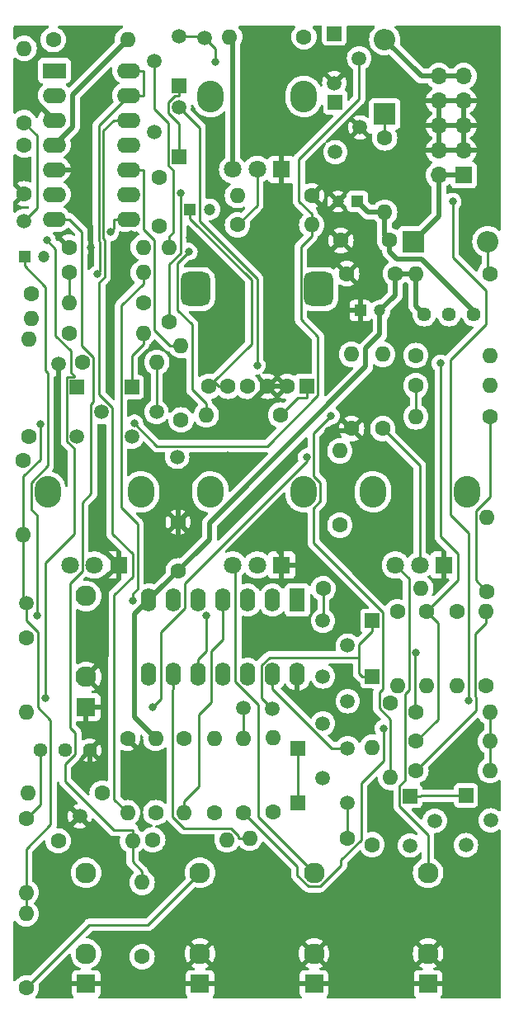
<source format=gbr>
G04 #@! TF.GenerationSoftware,KiCad,Pcbnew,7.0.2-0*
G04 #@! TF.CreationDate,2024-03-27T12:43:55+01:00*
G04 #@! TF.ProjectId,2600ish_vcf,32363030-6973-4685-9f76-63662e6b6963,rev?*
G04 #@! TF.SameCoordinates,Original*
G04 #@! TF.FileFunction,Copper,L1,Top*
G04 #@! TF.FilePolarity,Positive*
%FSLAX46Y46*%
G04 Gerber Fmt 4.6, Leading zero omitted, Abs format (unit mm)*
G04 Created by KiCad (PCBNEW 7.0.2-0) date 2024-03-27 12:43:55*
%MOMM*%
%LPD*%
G01*
G04 APERTURE LIST*
G04 Aperture macros list*
%AMRoundRect*
0 Rectangle with rounded corners*
0 $1 Rounding radius*
0 $2 $3 $4 $5 $6 $7 $8 $9 X,Y pos of 4 corners*
0 Add a 4 corners polygon primitive as box body*
4,1,4,$2,$3,$4,$5,$6,$7,$8,$9,$2,$3,0*
0 Add four circle primitives for the rounded corners*
1,1,$1+$1,$2,$3*
1,1,$1+$1,$4,$5*
1,1,$1+$1,$6,$7*
1,1,$1+$1,$8,$9*
0 Add four rect primitives between the rounded corners*
20,1,$1+$1,$2,$3,$4,$5,0*
20,1,$1+$1,$4,$5,$6,$7,0*
20,1,$1+$1,$6,$7,$8,$9,0*
20,1,$1+$1,$8,$9,$2,$3,0*%
G04 Aperture macros list end*
G04 #@! TA.AperFunction,ComponentPad*
%ADD10C,1.600000*%
G04 #@! TD*
G04 #@! TA.AperFunction,ComponentPad*
%ADD11O,1.600000X1.600000*%
G04 #@! TD*
G04 #@! TA.AperFunction,ComponentPad*
%ADD12R,1.500000X1.500000*%
G04 #@! TD*
G04 #@! TA.AperFunction,ComponentPad*
%ADD13C,1.500000*%
G04 #@! TD*
G04 #@! TA.AperFunction,ComponentPad*
%ADD14R,1.200000X1.200000*%
G04 #@! TD*
G04 #@! TA.AperFunction,ComponentPad*
%ADD15C,1.200000*%
G04 #@! TD*
G04 #@! TA.AperFunction,ComponentPad*
%ADD16R,1.700000X1.700000*%
G04 #@! TD*
G04 #@! TA.AperFunction,ComponentPad*
%ADD17O,1.700000X1.700000*%
G04 #@! TD*
G04 #@! TA.AperFunction,ComponentPad*
%ADD18C,1.440000*%
G04 #@! TD*
G04 #@! TA.AperFunction,ComponentPad*
%ADD19R,2.200000X2.200000*%
G04 #@! TD*
G04 #@! TA.AperFunction,ComponentPad*
%ADD20O,2.200000X2.200000*%
G04 #@! TD*
G04 #@! TA.AperFunction,ComponentPad*
%ADD21R,2.400000X1.600000*%
G04 #@! TD*
G04 #@! TA.AperFunction,ComponentPad*
%ADD22O,2.400000X1.600000*%
G04 #@! TD*
G04 #@! TA.AperFunction,ComponentPad*
%ADD23R,1.600000X2.400000*%
G04 #@! TD*
G04 #@! TA.AperFunction,ComponentPad*
%ADD24O,1.600000X2.400000*%
G04 #@! TD*
G04 #@! TA.AperFunction,ComponentPad*
%ADD25R,1.930000X1.830000*%
G04 #@! TD*
G04 #@! TA.AperFunction,ComponentPad*
%ADD26C,2.130000*%
G04 #@! TD*
G04 #@! TA.AperFunction,ComponentPad*
%ADD27O,2.720000X3.240000*%
G04 #@! TD*
G04 #@! TA.AperFunction,ComponentPad*
%ADD28R,1.800000X1.800000*%
G04 #@! TD*
G04 #@! TA.AperFunction,ComponentPad*
%ADD29C,1.800000*%
G04 #@! TD*
G04 #@! TA.AperFunction,ComponentPad*
%ADD30RoundRect,0.750000X0.750000X-1.000000X0.750000X1.000000X-0.750000X1.000000X-0.750000X-1.000000X0*%
G04 #@! TD*
G04 #@! TA.AperFunction,ComponentPad*
%ADD31R,1.600000X1.600000*%
G04 #@! TD*
G04 #@! TA.AperFunction,ViaPad*
%ADD32C,0.800000*%
G04 #@! TD*
G04 #@! TA.AperFunction,Conductor*
%ADD33C,0.500000*%
G04 #@! TD*
G04 #@! TA.AperFunction,Conductor*
%ADD34C,0.250000*%
G04 #@! TD*
G04 APERTURE END LIST*
D10*
X203500000Y-83100000D03*
X208500000Y-83100000D03*
X206100000Y-141700000D03*
D11*
X206100000Y-131700000D03*
D12*
X206140000Y-124430000D03*
D13*
X203600000Y-126970000D03*
X201060000Y-124430000D03*
D10*
X170600000Y-138990000D03*
D11*
X170600000Y-146610000D03*
D10*
X214800000Y-117790000D03*
D11*
X214800000Y-125410000D03*
D14*
X187427400Y-76500000D03*
D15*
X189427400Y-76500000D03*
D12*
X206140000Y-118730000D03*
D13*
X203600000Y-121270000D03*
X201060000Y-118730000D03*
D10*
X218210000Y-97800000D03*
D11*
X210590000Y-97800000D03*
D10*
X186200000Y-108600000D03*
X186200000Y-113600000D03*
X173390000Y-59100000D03*
D11*
X181010000Y-59100000D03*
D10*
X210590000Y-128100000D03*
D11*
X218210000Y-128100000D03*
D10*
X173890000Y-141300000D03*
D11*
X181510000Y-141300000D03*
D10*
X195940000Y-138340000D03*
D11*
X195940000Y-130720000D03*
D10*
X174990000Y-80400000D03*
D11*
X182610000Y-80400000D03*
D12*
X198500000Y-137400000D03*
D13*
X201040000Y-134860000D03*
X203580000Y-137400000D03*
D10*
X171100000Y-85200000D03*
D11*
X171100000Y-87740000D03*
D13*
X188900000Y-58900000D03*
D10*
X185300000Y-88010000D03*
D11*
X185300000Y-80390000D03*
D16*
X215500000Y-73000000D03*
D17*
X212960000Y-73000000D03*
X215500000Y-70460000D03*
X212960000Y-70460000D03*
X215500000Y-67920000D03*
X212960000Y-67920000D03*
X215500000Y-65380000D03*
X212960000Y-65380000D03*
X215500000Y-62840000D03*
X212960000Y-62840000D03*
D10*
X184300000Y-78200000D03*
X184300000Y-73200000D03*
D12*
X215730000Y-136660000D03*
D13*
X218270000Y-139200000D03*
X215730000Y-141740000D03*
D10*
X192290000Y-78100000D03*
D11*
X199910000Y-78100000D03*
D10*
X183590000Y-141200000D03*
D11*
X191210000Y-141200000D03*
D10*
X201100000Y-115400000D03*
D11*
X211100000Y-115400000D03*
D12*
X198500000Y-131800000D03*
D13*
X201040000Y-129260000D03*
X203580000Y-131800000D03*
D10*
X218210000Y-83100000D03*
D11*
X210590000Y-83100000D03*
D10*
X181000000Y-130790000D03*
D11*
X181000000Y-138410000D03*
D18*
X172050000Y-132000000D03*
X174590000Y-132000000D03*
X177130000Y-132000000D03*
D12*
X202230000Y-58460000D03*
D13*
X204770000Y-61000000D03*
X202230000Y-63540000D03*
X192900000Y-127700000D03*
X195900000Y-127800000D03*
D10*
X170600000Y-120490000D03*
D11*
X170600000Y-128110000D03*
D10*
X170400000Y-69900000D03*
X170400000Y-74900000D03*
X178410000Y-136400000D03*
D11*
X170790000Y-136400000D03*
D12*
X181430000Y-94760000D03*
D13*
X183970000Y-97300000D03*
X181430000Y-99840000D03*
D10*
X192900000Y-138410000D03*
D11*
X192900000Y-130790000D03*
D10*
X186500000Y-98110000D03*
D11*
X186500000Y-90490000D03*
D13*
X176100000Y-138800000D03*
D10*
X199110000Y-58800000D03*
D11*
X191490000Y-58800000D03*
D18*
X216550000Y-87300000D03*
X214010000Y-87300000D03*
X211470000Y-87300000D03*
D13*
X170400000Y-77700000D03*
D10*
X186800000Y-130790000D03*
D11*
X186800000Y-138410000D03*
D12*
X210000000Y-136700000D03*
D13*
X212540000Y-139240000D03*
X210000000Y-141780000D03*
D12*
X175830000Y-94760000D03*
D13*
X178370000Y-97300000D03*
X175830000Y-99840000D03*
D12*
X202330000Y-65560000D03*
D13*
X204870000Y-68100000D03*
X202330000Y-70640000D03*
D10*
X199910000Y-75100000D03*
D11*
X192290000Y-75100000D03*
D10*
X210590000Y-91500000D03*
D11*
X218210000Y-91500000D03*
D12*
X186270000Y-71100000D03*
D13*
X183730000Y-68560000D03*
X186270000Y-66020000D03*
D10*
X182500000Y-153200000D03*
D11*
X182500000Y-145580000D03*
D10*
X207200000Y-99010000D03*
D11*
X207200000Y-91390000D03*
D14*
X204900000Y-86900000D03*
D15*
X206900000Y-86900000D03*
D10*
X170900000Y-99800000D03*
D11*
X170900000Y-89800000D03*
D10*
X207900000Y-79700000D03*
X202900000Y-79700000D03*
X208700000Y-117790000D03*
D11*
X208700000Y-125410000D03*
D10*
X182610000Y-86100000D03*
D11*
X174990000Y-86100000D03*
D10*
X170400000Y-67610000D03*
D11*
X170400000Y-59990000D03*
D10*
X183900000Y-138410000D03*
D11*
X183900000Y-130790000D03*
D19*
X210360000Y-79820000D03*
D20*
X217980000Y-79820000D03*
D10*
X196710000Y-97600000D03*
D11*
X189090000Y-97600000D03*
D19*
X207400000Y-66710000D03*
D20*
X207400000Y-59090000D03*
D10*
X204000000Y-99000000D03*
D11*
X204000000Y-91380000D03*
D10*
X210600000Y-131100000D03*
D11*
X218220000Y-131100000D03*
D13*
X173900000Y-92400000D03*
D10*
X174990000Y-83000000D03*
D11*
X182610000Y-83000000D03*
D14*
X204600000Y-75700000D03*
D15*
X202600000Y-75700000D03*
D12*
X186270000Y-63800000D03*
D13*
X183730000Y-61260000D03*
X186270000Y-58720000D03*
D10*
X174990000Y-89200000D03*
D11*
X182610000Y-89200000D03*
D21*
X173500000Y-62275000D03*
D22*
X173500000Y-64815000D03*
X173500000Y-67355000D03*
X173500000Y-69895000D03*
X173500000Y-72435000D03*
X173500000Y-74975000D03*
X173500000Y-77515000D03*
X181120000Y-77515000D03*
X181120000Y-74975000D03*
X181120000Y-72435000D03*
X181120000Y-69895000D03*
X181120000Y-67355000D03*
X181120000Y-64815000D03*
X181120000Y-62275000D03*
D10*
X210600000Y-134100000D03*
D11*
X218220000Y-134100000D03*
D13*
X186100000Y-101900000D03*
D10*
X210590000Y-94600000D03*
D11*
X218210000Y-94600000D03*
D10*
X176390000Y-92200000D03*
D11*
X184010000Y-92200000D03*
D10*
X203540000Y-141030000D03*
D11*
X193540000Y-141030000D03*
D10*
X202800000Y-108910000D03*
D11*
X202800000Y-101290000D03*
D10*
X217900000Y-115700000D03*
D11*
X217900000Y-108080000D03*
D10*
X208000000Y-127190000D03*
D11*
X208000000Y-134810000D03*
D10*
X170300000Y-102290000D03*
D11*
X170300000Y-109910000D03*
D10*
X217800000Y-125410000D03*
D11*
X217800000Y-117790000D03*
D13*
X170600000Y-116900000D03*
D10*
X207400000Y-69190000D03*
D11*
X207400000Y-76810000D03*
D10*
X170600000Y-156410000D03*
D11*
X170600000Y-148790000D03*
D10*
X189900000Y-138410000D03*
D11*
X189900000Y-130790000D03*
D23*
X198425000Y-116600000D03*
D24*
X195885000Y-116600000D03*
X193345000Y-116600000D03*
X190805000Y-116600000D03*
X188265000Y-116600000D03*
X185725000Y-116600000D03*
X183185000Y-116600000D03*
X183185000Y-124220000D03*
X185725000Y-124220000D03*
X188265000Y-124220000D03*
X190805000Y-124220000D03*
X193345000Y-124220000D03*
X195885000Y-124220000D03*
X198425000Y-124220000D03*
D10*
X211700000Y-117790000D03*
D11*
X211700000Y-125410000D03*
D14*
X170427400Y-81400000D03*
D15*
X172427400Y-81400000D03*
D25*
X188450000Y-155980000D03*
D26*
X188450000Y-144580000D03*
X188450000Y-152880000D03*
D27*
X172800000Y-105500000D03*
X182400000Y-105500000D03*
D28*
X180100000Y-113000000D03*
D29*
X177600000Y-113000000D03*
X175100000Y-113000000D03*
D30*
X187975000Y-84675000D03*
X200625000Y-84675000D03*
D10*
X197375000Y-94675000D03*
D31*
X199375000Y-94675000D03*
D10*
X189325000Y-94675000D03*
X195375000Y-94675000D03*
X193325000Y-94675000D03*
X191325000Y-94675000D03*
D25*
X176750000Y-155980000D03*
D26*
X176750000Y-144580000D03*
X176750000Y-152880000D03*
D25*
X200150000Y-155980000D03*
D26*
X200150000Y-144580000D03*
X200150000Y-152880000D03*
D25*
X211850000Y-155980000D03*
D26*
X211850000Y-144580000D03*
X211850000Y-152880000D03*
D27*
X206200000Y-105500000D03*
X215800000Y-105500000D03*
D28*
X213500000Y-113000000D03*
D29*
X211000000Y-113000000D03*
X208500000Y-113000000D03*
D25*
X176750000Y-127580000D03*
D26*
X176750000Y-116180000D03*
X176750000Y-124480000D03*
D27*
X189500000Y-105500000D03*
X199100000Y-105500000D03*
D28*
X196800000Y-113000000D03*
D29*
X194300000Y-113000000D03*
X191800000Y-113000000D03*
D27*
X189500000Y-64925000D03*
X199100000Y-64925000D03*
D28*
X196800000Y-72425000D03*
D29*
X194300000Y-72425000D03*
X191800000Y-72425000D03*
D32*
X183900000Y-112500000D03*
X196900000Y-121000000D03*
X195400000Y-110400000D03*
X187374300Y-79400000D03*
X177600000Y-110200000D03*
X191300000Y-101800000D03*
X176000000Y-134900000D03*
X192000000Y-98400000D03*
X203500000Y-118800000D03*
X195535679Y-87464321D03*
X180757900Y-82500000D03*
X190385679Y-82484200D03*
X181400000Y-79114500D03*
X201647183Y-99247183D03*
X177239500Y-80400000D03*
X176981000Y-77929300D03*
X174400000Y-103200000D03*
X198953834Y-100777056D03*
X170600000Y-65100000D03*
X191800000Y-108000000D03*
X181568700Y-116694800D03*
X189119600Y-118231400D03*
X179226000Y-78853800D03*
X171698100Y-118151000D03*
X187302800Y-80831700D03*
X216043700Y-126888600D03*
X190029000Y-61385200D03*
X214374600Y-75712500D03*
X201893465Y-97693460D03*
X194300400Y-92540000D03*
X172072600Y-98513600D03*
X181708900Y-98465800D03*
X207252400Y-129776000D03*
X213125000Y-92307900D03*
X199375500Y-101900000D03*
X183616500Y-127598200D03*
X186449800Y-74841200D03*
X210629200Y-122042800D03*
X177905500Y-83176400D03*
X172741800Y-79683900D03*
X172535500Y-126639700D03*
D33*
X175350000Y-68045000D02*
X173500000Y-69895000D01*
X207400000Y-76810000D02*
X205710000Y-76810000D01*
X207900000Y-79700000D02*
X207900000Y-80860000D01*
X191800000Y-59110000D02*
X191800000Y-72425000D01*
X208640000Y-81600000D02*
X211200000Y-81600000D01*
X207400000Y-79200000D02*
X207900000Y-79700000D01*
X211200000Y-81600000D02*
X216550000Y-86950000D01*
X207900000Y-80860000D02*
X208640000Y-81600000D01*
X205710000Y-76810000D02*
X204600000Y-75700000D01*
X175350000Y-64760000D02*
X175350000Y-68045000D01*
X181010000Y-59100000D02*
X175350000Y-64760000D01*
X207400000Y-76810000D02*
X207400000Y-79200000D01*
X195375000Y-94675000D02*
X197375000Y-94675000D01*
X196800000Y-72425000D02*
X196800000Y-86200000D01*
X177130000Y-132000000D02*
X177130000Y-133770000D01*
X181400000Y-79114500D02*
X180757900Y-79756600D01*
X176750000Y-124480000D02*
X178851900Y-122378100D01*
X177600000Y-110200000D02*
X177600000Y-110500000D01*
X177600000Y-110500000D02*
X180100000Y-113000000D01*
X190385679Y-82411379D02*
X187374300Y-79400000D01*
X191900000Y-107830890D02*
X198953834Y-100777056D01*
X196800000Y-113000000D02*
X196800000Y-111800000D01*
X171245000Y-65100000D02*
X170600000Y-65100000D01*
X191900000Y-108000000D02*
X191900000Y-107830890D01*
X177239500Y-78187800D02*
X177239500Y-80400000D01*
X176981000Y-77929300D02*
X177239500Y-78187800D01*
X192000000Y-98050000D02*
X195375000Y-94675000D01*
X200750610Y-113000000D02*
X203500000Y-115749390D01*
X201647183Y-99247183D02*
X203752817Y-99247183D01*
X178851900Y-122378100D02*
X178851900Y-114248100D01*
X180757900Y-79756600D02*
X180757900Y-82500000D01*
X203500000Y-118800000D02*
X201300000Y-121000000D01*
X173500000Y-67355000D02*
X171245000Y-65100000D01*
X196800000Y-111800000D02*
X195400000Y-110400000D01*
X203500000Y-115749390D02*
X203500000Y-118800000D01*
X186200000Y-105697431D02*
X190097431Y-101800000D01*
X186200000Y-108600000D02*
X186200000Y-105697431D01*
X192000000Y-98400000D02*
X192000000Y-98050000D01*
X196800000Y-113000000D02*
X200750610Y-113000000D01*
X190097431Y-101800000D02*
X191300000Y-101800000D01*
X178851900Y-114248100D02*
X180100000Y-113000000D01*
X196800000Y-86200000D02*
X195535679Y-87464321D01*
X191900000Y-108000000D02*
X191800000Y-108000000D01*
X190385679Y-82484200D02*
X190385679Y-82411379D01*
X186200000Y-110200000D02*
X186200000Y-108600000D01*
X173900000Y-102700000D02*
X174400000Y-103200000D01*
X201300000Y-121000000D02*
X196900000Y-121000000D01*
X183900000Y-112500000D02*
X186200000Y-110200000D01*
X173900000Y-92400000D02*
X173900000Y-102700000D01*
X177130000Y-133770000D02*
X176000000Y-134900000D01*
X208500000Y-85300000D02*
X206900000Y-86900000D01*
X189403000Y-108700000D02*
X189403000Y-110397000D01*
X183185000Y-116600000D02*
X181735000Y-118050000D01*
X210590000Y-83100000D02*
X210590000Y-86420000D01*
X206900000Y-89329400D02*
X205450000Y-90779400D01*
X181735000Y-118050000D02*
X181735000Y-128625000D01*
X189403000Y-110397000D02*
X183200000Y-116600000D01*
X206900000Y-86900000D02*
X206900000Y-89329400D01*
X210590000Y-83100000D02*
X208500000Y-83100000D01*
X205450000Y-90779400D02*
X205450000Y-92652600D01*
X181735000Y-128625000D02*
X183900000Y-130790000D01*
X208500000Y-83100000D02*
X208500000Y-85300000D01*
X205450000Y-92652600D02*
X189403000Y-108700000D01*
X210590000Y-86420000D02*
X211470000Y-87300000D01*
D34*
X216673100Y-126490000D02*
X216673100Y-120043800D01*
X217800000Y-117790000D02*
X217800000Y-118916900D01*
X216770600Y-127929400D02*
X216770600Y-126587500D01*
X210600000Y-134100000D02*
X216770600Y-127929400D01*
X216673100Y-120043800D02*
X217800000Y-118916900D01*
X216770600Y-126587500D02*
X216673100Y-126490000D01*
X201100000Y-118690000D02*
X201100000Y-115400000D01*
X188350000Y-128347900D02*
X188350000Y-135733100D01*
X190805000Y-120664800D02*
X189607400Y-121862400D01*
X189607400Y-127090500D02*
X188350000Y-128347900D01*
X186800000Y-138410000D02*
X186800000Y-137283100D01*
X190805000Y-116600000D02*
X190805000Y-120664800D01*
X189607400Y-121862400D02*
X189607400Y-127090500D01*
X188350000Y-135733100D02*
X186800000Y-137283100D01*
X203540000Y-137440000D02*
X203540000Y-141030000D01*
X180353100Y-107116900D02*
X180353100Y-86383800D01*
X191633000Y-140016400D02*
X192413100Y-140796500D01*
X181568700Y-116694800D02*
X181568700Y-115895300D01*
X182610000Y-83000000D02*
X182610000Y-84126900D01*
X185631600Y-138860200D02*
X186787800Y-140016400D01*
X182016800Y-115447200D02*
X182016800Y-108780600D01*
X192413100Y-140796500D02*
X192413100Y-141030000D01*
X185725000Y-124220000D02*
X185725000Y-125746900D01*
X193540000Y-141030000D02*
X192413100Y-141030000D01*
X185631600Y-125840300D02*
X185631600Y-138860200D01*
X181568700Y-115895300D02*
X182016800Y-115447200D01*
X180353100Y-86383800D02*
X182610000Y-84126900D01*
X182016800Y-108780600D02*
X180353100Y-107116900D01*
X185725000Y-125746900D02*
X185631600Y-125840300D01*
X186787800Y-140016400D02*
X191633000Y-140016400D01*
X188265000Y-122693100D02*
X189119600Y-121838500D01*
X188265000Y-124220000D02*
X188265000Y-122693100D01*
X189119600Y-121838500D02*
X189119600Y-118231400D01*
X193700000Y-83699500D02*
X193700000Y-90300000D01*
X190334200Y-94675000D02*
X189829600Y-94170400D01*
X187427400Y-76500000D02*
X187427400Y-77426900D01*
X187427400Y-77426900D02*
X193700000Y-83699500D01*
X193700000Y-90300000D02*
X189829600Y-94170400D01*
X189829600Y-94170400D02*
X189325000Y-94675000D01*
X191325000Y-94675000D02*
X190334200Y-94675000D01*
X179593100Y-78486700D02*
X179226000Y-78853800D01*
X181120000Y-77515000D02*
X179593100Y-77515000D01*
X179593100Y-77515000D02*
X179593100Y-78486700D01*
X171698100Y-107903700D02*
X171698100Y-118151000D01*
X172830100Y-102824300D02*
X171113100Y-104541300D01*
X170427400Y-82326900D02*
X172572700Y-84472200D01*
X172572700Y-93003900D02*
X172830100Y-93261300D01*
X171113100Y-107318700D02*
X171698100Y-107903700D01*
X172830100Y-93261300D02*
X172830100Y-102824300D01*
X172572700Y-84472200D02*
X172572700Y-93003900D01*
X170427400Y-81400000D02*
X170427400Y-82326900D01*
X171113100Y-104541300D02*
X171113100Y-107318700D01*
D33*
X215500000Y-73000000D02*
X212960000Y-73000000D01*
X212960000Y-77220000D02*
X210360000Y-79820000D01*
X212960000Y-73000000D02*
X212960000Y-77220000D01*
X212960000Y-62840000D02*
X211150000Y-62840000D01*
X211150000Y-62840000D02*
X207400000Y-59090000D01*
X215500000Y-62840000D02*
X212960000Y-62840000D01*
D34*
X207400000Y-66710000D02*
X207400000Y-69190000D01*
X217980000Y-79820000D02*
X217980000Y-82870000D01*
X211850000Y-140700000D02*
X208925000Y-137775000D01*
X208925000Y-137775000D02*
X208925000Y-135625000D01*
X209465000Y-135085000D02*
X209465000Y-126236000D01*
X209465000Y-126236000D02*
X209900000Y-125801000D01*
X211850000Y-144580000D02*
X211850000Y-140700000D01*
X209900000Y-114400000D02*
X208500000Y-113000000D01*
X208925000Y-135625000D02*
X209465000Y-135085000D01*
X209900000Y-125801000D02*
X209900000Y-114400000D01*
X192075000Y-113275000D02*
X192075000Y-124974100D01*
X192075000Y-124974100D02*
X194455000Y-127354100D01*
X194455000Y-127354100D02*
X194455000Y-138885000D01*
X194455000Y-138885000D02*
X200150000Y-144580000D01*
X177094600Y-149915400D02*
X170600000Y-156410000D01*
X188450000Y-144580000D02*
X183114600Y-149915400D01*
X183114600Y-149915400D02*
X177094600Y-149915400D01*
X211000000Y-102810000D02*
X211000000Y-113000000D01*
X207200000Y-99010000D02*
X211000000Y-102810000D01*
X194300000Y-72425000D02*
X194300000Y-76090000D01*
X194300000Y-76090000D02*
X192290000Y-78100000D01*
X199375000Y-94675000D02*
X199375000Y-95801900D01*
X198508100Y-95801900D02*
X196710000Y-97600000D01*
X199375000Y-95801900D02*
X198508100Y-95801900D01*
X171747500Y-76352500D02*
X171747500Y-68957500D01*
X171747500Y-68957500D02*
X170400000Y-67610000D01*
X170400000Y-77700000D02*
X171747500Y-76352500D01*
X186270000Y-64876900D02*
X185866100Y-64876900D01*
X186270000Y-63800000D02*
X186270000Y-64876900D01*
X185193100Y-66645000D02*
X186270000Y-67721900D01*
X186270000Y-67721900D02*
X186270000Y-71100000D01*
X185866100Y-64876900D02*
X185193100Y-65549900D01*
X185193100Y-65549900D02*
X185193100Y-66645000D01*
X186135200Y-81999300D02*
X187302800Y-80831700D01*
X183730000Y-61260000D02*
X183730000Y-66203500D01*
X185664200Y-72492500D02*
X185664200Y-78898900D01*
X187636900Y-95020000D02*
X187636900Y-88334000D01*
X189090000Y-97600000D02*
X189090000Y-96473100D01*
X186135200Y-86832300D02*
X186135200Y-81999300D01*
X185300000Y-80390000D02*
X185300000Y-79263100D01*
X185193100Y-67666600D02*
X185193100Y-72021400D01*
X187636900Y-88334000D02*
X186135200Y-86832300D01*
X185193100Y-72021400D02*
X185664200Y-72492500D01*
X183730000Y-66203500D02*
X185193100Y-67666600D01*
X189090000Y-96473100D02*
X187636900Y-95020000D01*
X185664200Y-78898900D02*
X185300000Y-79263100D01*
X210000000Y-136700000D02*
X211076900Y-136700000D01*
X186270000Y-58720000D02*
X188720000Y-58720000D01*
X216043700Y-109754000D02*
X214110800Y-107821100D01*
X218220000Y-129973100D02*
X218210000Y-129963100D01*
X218220000Y-131100000D02*
X218220000Y-129973100D01*
X218220000Y-134100000D02*
X218220000Y-131100000D01*
X214110800Y-107821100D02*
X214110800Y-91956500D01*
X217801400Y-88265900D02*
X217801400Y-84836400D01*
X218210000Y-129963100D02*
X218210000Y-128100000D01*
X215730000Y-136660000D02*
X211116900Y-136660000D01*
X217801400Y-84836400D02*
X214374600Y-81409600D01*
X190029000Y-60029000D02*
X190029000Y-61385200D01*
X188900000Y-58900000D02*
X190029000Y-60029000D01*
X214374600Y-81409600D02*
X214374600Y-75712500D01*
X216043700Y-126888600D02*
X216043700Y-109754000D01*
X211116900Y-136660000D02*
X211076900Y-136700000D01*
X214110800Y-91956500D02*
X217801400Y-88265900D01*
X200100000Y-103857050D02*
X200785000Y-104542050D01*
X200100000Y-110727700D02*
X207216900Y-117844600D01*
X207216900Y-125692600D02*
X206823000Y-126086500D01*
X206823000Y-127709800D02*
X208000000Y-128886800D01*
X201893465Y-97693460D02*
X200100000Y-99486925D01*
X188406000Y-68156000D02*
X188406000Y-77744000D01*
X208000000Y-128886800D02*
X208000000Y-134810000D01*
X200100000Y-99486925D02*
X200100000Y-103857050D01*
X188406000Y-77744000D02*
X194300400Y-83638400D01*
X200785000Y-106457950D02*
X200100000Y-107142950D01*
X200785000Y-104542050D02*
X200785000Y-106457950D01*
X186270000Y-66020000D02*
X188406000Y-68156000D01*
X194300400Y-83638400D02*
X194300400Y-92540000D01*
X206823000Y-126086500D02*
X206823000Y-127709800D01*
X207216900Y-117844600D02*
X207216900Y-125692600D01*
X200100000Y-107142950D02*
X200100000Y-110727700D01*
X184043100Y-100800000D02*
X195325800Y-100800000D01*
X204770000Y-65196900D02*
X204770000Y-61000000D01*
X170600000Y-148790000D02*
X170600000Y-146610000D01*
X198583100Y-75649500D02*
X198583100Y-71383800D01*
X170600000Y-116900000D02*
X170600000Y-118675200D01*
X172072600Y-102149900D02*
X170300000Y-103922500D01*
X199910000Y-76973100D02*
X199906700Y-76973100D01*
X181708900Y-98465800D02*
X184043100Y-100800000D01*
X170300000Y-103922500D02*
X170300000Y-109910000D01*
X195325800Y-100800000D02*
X200554700Y-95571100D01*
X170600000Y-142162800D02*
X170600000Y-146610000D01*
X200554700Y-95571100D02*
X200554700Y-89574400D01*
X170600000Y-118675200D02*
X171808600Y-119883800D01*
X173112200Y-139650600D02*
X170600000Y-142162800D01*
X170300000Y-116600000D02*
X170300000Y-109910000D01*
X199906700Y-76973100D02*
X198583100Y-75649500D01*
X199910000Y-79226900D02*
X199910000Y-78100000D01*
X198583100Y-71383800D02*
X204770000Y-65196900D01*
X172072600Y-98513600D02*
X172072600Y-102149900D01*
X200554700Y-89574400D02*
X198783200Y-87802900D01*
X173112200Y-128932200D02*
X173112200Y-139650600D01*
X199910000Y-78100000D02*
X199910000Y-76973100D01*
X171808600Y-127628600D02*
X173112200Y-128932200D01*
X198783200Y-80353700D02*
X199910000Y-79226900D01*
X198783200Y-87802900D02*
X198783200Y-80353700D01*
X171808600Y-119883800D02*
X171808600Y-127628600D01*
X210600000Y-131100000D02*
X212856800Y-128843200D01*
X199565600Y-145975500D02*
X198432700Y-144842600D01*
X214926900Y-114563100D02*
X211700000Y-117790000D01*
X200764100Y-145975500D02*
X199565600Y-145975500D01*
X204974600Y-135397600D02*
X204974600Y-141189100D01*
X213125000Y-92307900D02*
X213125000Y-110079900D01*
X213125000Y-110079900D02*
X214926900Y-111881800D01*
X207252400Y-133119800D02*
X204974600Y-135397600D01*
X212856800Y-128843200D02*
X212856800Y-118946800D01*
X198432700Y-144842600D02*
X198432700Y-143942700D01*
X202914800Y-143824800D02*
X200764100Y-145975500D01*
X198432700Y-143942700D02*
X192900000Y-138410000D01*
X207252400Y-129776000D02*
X207252400Y-133119800D01*
X204974600Y-141189100D02*
X202914800Y-143248900D01*
X214926900Y-111881800D02*
X214926900Y-114563100D01*
X202914800Y-143248900D02*
X202914800Y-143824800D01*
X212856800Y-118946800D02*
X211700000Y-117790000D01*
X204756600Y-121190300D02*
X206140000Y-119806900D01*
X195579400Y-122473200D02*
X204756600Y-122473200D01*
X206140000Y-124430000D02*
X205063100Y-124430000D01*
X194750600Y-126650600D02*
X194750600Y-123302000D01*
X204756600Y-124123500D02*
X204756600Y-122473200D01*
X195900000Y-127800000D02*
X194750600Y-126650600D01*
X204756600Y-122473200D02*
X204756600Y-121190300D01*
X205063100Y-124430000D02*
X204756600Y-124123500D01*
X194750600Y-123302000D02*
X195579400Y-122473200D01*
X206140000Y-118730000D02*
X206140000Y-119806900D01*
X198500000Y-131800000D02*
X198500000Y-137400000D01*
X192900000Y-130790000D02*
X192900000Y-127700000D01*
X195885000Y-124220000D02*
X195885000Y-125746900D01*
X195885000Y-125746900D02*
X201938100Y-131800000D01*
X201938100Y-131800000D02*
X203580000Y-131800000D01*
X182610000Y-89200000D02*
X182610000Y-90326900D01*
X181430000Y-91506900D02*
X182610000Y-90326900D01*
X181430000Y-94760000D02*
X181430000Y-91506900D01*
X184010000Y-97260000D02*
X184010000Y-92200000D01*
X174990000Y-83000000D02*
X174990000Y-86100000D01*
X199375500Y-102328800D02*
X186851900Y-114852400D01*
X186851900Y-114852400D02*
X186851900Y-117466800D01*
X184455000Y-126759700D02*
X183616500Y-127598200D01*
X186851900Y-117466800D02*
X184455000Y-119863700D01*
X199375500Y-101900000D02*
X199375500Y-102328800D01*
X184455000Y-119863700D02*
X184455000Y-126759700D01*
X185300000Y-88010000D02*
X185300000Y-82164500D01*
X186449800Y-81014700D02*
X186449800Y-74841200D01*
X185300000Y-82164500D02*
X186449800Y-81014700D01*
X210629200Y-122042800D02*
X210518100Y-122153900D01*
X216757700Y-107451000D02*
X216757700Y-114557700D01*
X181120000Y-62275000D02*
X182646900Y-62275000D01*
X210518100Y-122153900D02*
X210518100Y-128028100D01*
X218210000Y-105998700D02*
X216757700Y-107451000D01*
X178200000Y-82881900D02*
X178200000Y-79874296D01*
X178049100Y-67885900D02*
X181120000Y-64815000D01*
X216757700Y-114557700D02*
X217900000Y-115700000D01*
X218210000Y-97800000D02*
X218210000Y-105998700D01*
X181120000Y-64815000D02*
X182646900Y-64815000D01*
X178200000Y-79874296D02*
X178049100Y-79723396D01*
X182646900Y-62275000D02*
X182646900Y-64815000D01*
X177905500Y-83176400D02*
X178200000Y-82881900D01*
X178049100Y-79723396D02*
X178049100Y-67885900D01*
X181120000Y-72435000D02*
X182646900Y-72435000D01*
X183756200Y-88873100D02*
X183756200Y-79642500D01*
X185373100Y-90490000D02*
X183756200Y-88873100D01*
X183756200Y-79642500D02*
X182646900Y-78533200D01*
X186500000Y-90490000D02*
X185373100Y-90490000D01*
X182646900Y-78533200D02*
X182646900Y-72435000D01*
X179445000Y-96854720D02*
X179445000Y-109799900D01*
X181526900Y-111881800D02*
X181526900Y-114194000D01*
X178100000Y-95509720D02*
X179445000Y-96854720D01*
X178650000Y-79687900D02*
X178650000Y-83457205D01*
X179445000Y-109799900D02*
X181526900Y-111881800D01*
X179626900Y-137036900D02*
X181000000Y-138410000D01*
X179593100Y-67355000D02*
X178499100Y-68449000D01*
X178499100Y-79537000D02*
X178650000Y-79687900D01*
X181120000Y-67355000D02*
X179593100Y-67355000D01*
X181526900Y-114194000D02*
X179626900Y-116094000D01*
X178100000Y-84007205D02*
X178100000Y-95509720D01*
X179626900Y-116094000D02*
X179626900Y-137036900D01*
X178499100Y-68449000D02*
X178499100Y-79537000D01*
X178650000Y-83457205D02*
X178100000Y-84007205D01*
X210590000Y-94600000D02*
X210590000Y-97800000D01*
X174755000Y-100285280D02*
X175500000Y-101030280D01*
X175500000Y-93557000D02*
X175500000Y-93685000D01*
X175220000Y-91046400D02*
X175220000Y-93277000D01*
X172741800Y-79683900D02*
X173629100Y-80571200D01*
X174755000Y-93685000D02*
X174755000Y-100285280D01*
X175500000Y-101030280D02*
X175500000Y-109849200D01*
X175500000Y-109849200D02*
X172535500Y-112813700D01*
X173629100Y-80571200D02*
X173629100Y-89455500D01*
X175220000Y-93277000D02*
X175500000Y-93557000D01*
X172535500Y-112813700D02*
X172535500Y-126639700D01*
X173629100Y-89455500D02*
X175220000Y-91046400D01*
X175500000Y-93685000D02*
X174755000Y-93685000D01*
X176315000Y-79851167D02*
X176315000Y-80948833D01*
X176300000Y-79836167D02*
X176315000Y-79851167D01*
X177527000Y-96299900D02*
X177270300Y-96556600D01*
X177270300Y-105690000D02*
X176350100Y-106610200D01*
X175635000Y-130217900D02*
X175635000Y-132432854D01*
X176300000Y-80963833D02*
X176300000Y-90498600D01*
X174600000Y-135200000D02*
X179573100Y-140173100D01*
X176300000Y-78788100D02*
X176300000Y-79836167D01*
X181510000Y-143463100D02*
X181510000Y-141300000D01*
X173500000Y-77515000D02*
X175026900Y-77515000D01*
X182500000Y-144453100D02*
X181510000Y-143463100D01*
X175119300Y-114880200D02*
X175119300Y-129702200D01*
X175119300Y-129702200D02*
X175635000Y-130217900D01*
X175026900Y-77515000D02*
X176300000Y-78788100D01*
X177527000Y-91725600D02*
X177527000Y-96299900D01*
X177270300Y-96556600D02*
X177270300Y-105690000D01*
X182500000Y-145580000D02*
X182500000Y-144453100D01*
X179573100Y-140173100D02*
X181510000Y-140173100D01*
X176315000Y-80948833D02*
X176300000Y-80963833D01*
X175635000Y-132432854D02*
X174600000Y-133467854D01*
X181510000Y-140173100D02*
X181510000Y-141300000D01*
X174600000Y-133467854D02*
X174600000Y-135200000D01*
X176350100Y-106610200D02*
X176350100Y-113649400D01*
X176300000Y-90498600D02*
X177527000Y-91725600D01*
X176350100Y-113649400D02*
X175119300Y-114880200D01*
X172050000Y-137540000D02*
X172050000Y-132000000D01*
X170600000Y-138990000D02*
X172050000Y-137540000D01*
G04 #@! TA.AperFunction,Conductor*
G36*
X180350000Y-114434946D02*
G01*
X180330315Y-114501985D01*
X180313681Y-114522627D01*
X179243108Y-115593199D01*
X179227010Y-115606096D01*
X179178996Y-115657225D01*
X179176292Y-115660016D01*
X179159528Y-115676780D01*
X179159521Y-115676787D01*
X179156780Y-115679529D01*
X179154399Y-115682597D01*
X179154390Y-115682608D01*
X179154311Y-115682711D01*
X179146742Y-115691572D01*
X179116835Y-115723420D01*
X179107185Y-115740974D01*
X179096509Y-115757228D01*
X179084226Y-115773063D01*
X179066875Y-115813158D01*
X179061738Y-115823644D01*
X179040702Y-115861907D01*
X179035721Y-115881309D01*
X179029420Y-115899711D01*
X179021461Y-115918102D01*
X179014628Y-115961242D01*
X179012260Y-115972674D01*
X179001400Y-116014977D01*
X179001400Y-116035016D01*
X178999873Y-116054414D01*
X178996977Y-116072702D01*
X178996740Y-116074196D01*
X178998134Y-116088946D01*
X179000850Y-116117673D01*
X179001400Y-116129343D01*
X179001400Y-135050488D01*
X178981715Y-135117527D01*
X178928911Y-135163282D01*
X178859753Y-135173226D01*
X178845311Y-135170264D01*
X178698570Y-135130945D01*
X178636689Y-135114364D01*
X178410000Y-135094531D01*
X178183310Y-135114364D01*
X177963502Y-135173261D01*
X177757264Y-135269432D01*
X177570859Y-135399953D01*
X177409953Y-135560859D01*
X177279432Y-135747264D01*
X177183261Y-135953502D01*
X177124364Y-136173310D01*
X177104531Y-136400000D01*
X177115101Y-136520813D01*
X177101334Y-136589313D01*
X177052719Y-136639496D01*
X176984690Y-136655429D01*
X176918847Y-136632053D01*
X176903892Y-136619301D01*
X175261819Y-134977228D01*
X175228334Y-134915905D01*
X175225500Y-134889547D01*
X175225500Y-133778305D01*
X175245185Y-133711266D01*
X175261814Y-133690629D01*
X176018789Y-132933654D01*
X176034885Y-132920760D01*
X176036873Y-132918641D01*
X176036877Y-132918640D01*
X176082949Y-132869577D01*
X176085534Y-132866909D01*
X176105120Y-132847325D01*
X176107585Y-132844146D01*
X176115167Y-132835270D01*
X176117599Y-132832680D01*
X176145062Y-132803436D01*
X176154712Y-132785881D01*
X176165400Y-132769611D01*
X176177671Y-132753792D01*
X176177673Y-132753790D01*
X176195026Y-132713686D01*
X176200157Y-132703216D01*
X176221197Y-132664946D01*
X176226175Y-132645553D01*
X176232481Y-132627136D01*
X176234018Y-132623582D01*
X176240438Y-132608750D01*
X176247272Y-132565594D01*
X176249630Y-132554203D01*
X176250653Y-132550220D01*
X176283078Y-132493367D01*
X176732046Y-132044399D01*
X176744835Y-132125148D01*
X176802359Y-132238045D01*
X176891955Y-132327641D01*
X177004852Y-132385165D01*
X177085599Y-132397953D01*
X176461967Y-133021583D01*
X176517670Y-133060587D01*
X176711138Y-133150802D01*
X176917342Y-133206055D01*
X177130000Y-133224660D01*
X177342657Y-133206055D01*
X177548861Y-133150802D01*
X177742325Y-133060589D01*
X177798030Y-133021583D01*
X177174401Y-132397953D01*
X177255148Y-132385165D01*
X177368045Y-132327641D01*
X177457641Y-132238045D01*
X177515165Y-132125148D01*
X177527953Y-132044400D01*
X178151583Y-132668030D01*
X178190589Y-132612325D01*
X178280802Y-132418861D01*
X178336055Y-132212657D01*
X178354660Y-132000000D01*
X178336055Y-131787342D01*
X178280802Y-131581138D01*
X178190587Y-131387670D01*
X178151583Y-131331967D01*
X177527953Y-131955598D01*
X177515165Y-131874852D01*
X177457641Y-131761955D01*
X177368045Y-131672359D01*
X177255148Y-131614835D01*
X177174400Y-131602046D01*
X177798031Y-130978415D01*
X177742326Y-130939410D01*
X177548861Y-130849197D01*
X177342657Y-130793944D01*
X177129999Y-130775339D01*
X176917342Y-130793944D01*
X176711138Y-130849197D01*
X176517674Y-130939410D01*
X176455624Y-130982859D01*
X176389418Y-131005186D01*
X176321650Y-130988176D01*
X176273837Y-130937228D01*
X176260500Y-130881284D01*
X176260500Y-130300643D01*
X176262764Y-130280139D01*
X176262555Y-130273502D01*
X176260561Y-130210026D01*
X176260500Y-130206131D01*
X176260500Y-130182440D01*
X176260500Y-130178550D01*
X176259998Y-130174577D01*
X176259080Y-130162918D01*
X176257709Y-130119273D01*
X176252120Y-130100040D01*
X176248174Y-130080982D01*
X176245664Y-130061106D01*
X176229588Y-130020504D01*
X176225804Y-130009453D01*
X176214176Y-129969432D01*
X176213618Y-129967510D01*
X176203414Y-129950255D01*
X176194861Y-129932795D01*
X176191365Y-129923966D01*
X176187486Y-129914168D01*
X176161808Y-129878825D01*
X176155401Y-129869071D01*
X176144870Y-129851264D01*
X176133170Y-129831480D01*
X176119006Y-129817316D01*
X176106367Y-129802517D01*
X176094595Y-129786313D01*
X176060941Y-129758473D01*
X176052299Y-129750609D01*
X175781119Y-129479428D01*
X175747634Y-129418105D01*
X175744800Y-129391747D01*
X175744800Y-129119000D01*
X175764485Y-129051961D01*
X175817289Y-129006206D01*
X175868800Y-128995000D01*
X176500000Y-128995000D01*
X176500000Y-128138664D01*
X176523659Y-128151671D01*
X176672939Y-128190000D01*
X176788375Y-128190000D01*
X176902906Y-128175531D01*
X177000000Y-128137088D01*
X177000000Y-128995000D01*
X177759518Y-128995000D01*
X177766132Y-128994645D01*
X177822371Y-128988599D01*
X177957089Y-128938352D01*
X178072188Y-128852188D01*
X178158352Y-128737089D01*
X178208599Y-128602371D01*
X178214645Y-128546132D01*
X178215000Y-128539518D01*
X178215000Y-127830000D01*
X177306520Y-127830000D01*
X177334755Y-127769998D01*
X177363635Y-127618607D01*
X177353957Y-127464789D01*
X177310162Y-127330000D01*
X178215000Y-127330000D01*
X178215000Y-126620481D01*
X178214645Y-126613867D01*
X178208599Y-126557628D01*
X178158352Y-126422910D01*
X178072188Y-126307811D01*
X177957089Y-126221647D01*
X177822371Y-126171400D01*
X177766132Y-126165354D01*
X177759518Y-126165000D01*
X177394982Y-126165000D01*
X177327943Y-126145315D01*
X177282188Y-126092511D01*
X177272244Y-126023353D01*
X177301269Y-125959797D01*
X177347529Y-125926439D01*
X177462693Y-125878736D01*
X177668848Y-125752402D01*
X177668849Y-125752401D01*
X177044212Y-125127764D01*
X177082377Y-125113291D01*
X177224275Y-125015346D01*
X177338610Y-124886288D01*
X177397547Y-124773994D01*
X178022401Y-125398849D01*
X178022402Y-125398848D01*
X178148736Y-125192693D01*
X178243006Y-124965107D01*
X178300511Y-124725578D01*
X178319838Y-124480000D01*
X178300511Y-124234421D01*
X178243006Y-123994892D01*
X178148736Y-123767306D01*
X178022401Y-123561149D01*
X177397546Y-124186004D01*
X177338610Y-124073712D01*
X177224275Y-123944654D01*
X177082377Y-123846709D01*
X177044211Y-123832234D01*
X177668849Y-123207597D01*
X177462693Y-123081263D01*
X177235107Y-122986993D01*
X176995578Y-122929488D01*
X176750000Y-122910161D01*
X176504421Y-122929488D01*
X176264892Y-122986993D01*
X176037308Y-123081263D01*
X175933589Y-123144822D01*
X175866144Y-123163066D01*
X175799541Y-123141949D01*
X175754928Y-123088177D01*
X175744800Y-123039094D01*
X175744800Y-117621492D01*
X175764485Y-117554453D01*
X175817289Y-117508698D01*
X175886447Y-117498754D01*
X175933588Y-117515764D01*
X176037080Y-117579184D01*
X176264738Y-117673483D01*
X176504345Y-117731007D01*
X176750000Y-117750341D01*
X176995655Y-117731007D01*
X177235262Y-117673483D01*
X177462920Y-117579184D01*
X177673023Y-117450433D01*
X177860399Y-117290399D01*
X178020433Y-117103023D01*
X178149184Y-116892920D01*
X178243483Y-116665262D01*
X178301007Y-116425655D01*
X178320341Y-116180000D01*
X178301007Y-115934345D01*
X178243483Y-115694738D01*
X178149184Y-115467080D01*
X178020433Y-115256977D01*
X177860399Y-115069601D01*
X177673023Y-114909567D01*
X177462920Y-114780816D01*
X177316790Y-114720287D01*
X177235261Y-114686516D01*
X176995656Y-114628993D01*
X176872827Y-114619326D01*
X176750000Y-114609659D01*
X176749999Y-114609659D01*
X176568884Y-114623913D01*
X176500507Y-114609548D01*
X176450751Y-114560497D01*
X176435412Y-114492332D01*
X176459361Y-114426695D01*
X176471468Y-114412621D01*
X176685696Y-114198393D01*
X176747017Y-114164910D01*
X176816709Y-114169894D01*
X176832392Y-114177021D01*
X177035497Y-114286936D01*
X177085229Y-114304009D01*
X177255015Y-114362297D01*
X177255017Y-114362297D01*
X177255019Y-114362298D01*
X177483951Y-114400500D01*
X177483952Y-114400500D01*
X177716048Y-114400500D01*
X177716049Y-114400500D01*
X177944981Y-114362298D01*
X178164503Y-114286936D01*
X178368626Y-114176470D01*
X178545977Y-114038432D01*
X178610970Y-114012790D01*
X178679510Y-114026356D01*
X178729834Y-114074825D01*
X178738319Y-114092952D01*
X178756645Y-114142086D01*
X178842811Y-114257188D01*
X178957910Y-114343352D01*
X179092628Y-114393599D01*
X179148867Y-114399645D01*
X179155482Y-114400000D01*
X179850000Y-114400000D01*
X179850000Y-113435501D01*
X179957685Y-113484680D01*
X180064237Y-113500000D01*
X180135763Y-113500000D01*
X180242315Y-113484680D01*
X180350000Y-113435501D01*
X180350000Y-114434946D01*
G37*
G04 #@! TD.AperFunction*
G04 #@! TA.AperFunction,Conductor*
G36*
X204074139Y-123118385D02*
G01*
X204119894Y-123171189D01*
X204131100Y-123222700D01*
X204131100Y-124040756D01*
X204128835Y-124061266D01*
X204131039Y-124131372D01*
X204131100Y-124135267D01*
X204131100Y-124162850D01*
X204131588Y-124166719D01*
X204131589Y-124166725D01*
X204131604Y-124166843D01*
X204132518Y-124178467D01*
X204133890Y-124222126D01*
X204139479Y-124241360D01*
X204143425Y-124260416D01*
X204145935Y-124280292D01*
X204162014Y-124320904D01*
X204165797Y-124331951D01*
X204177982Y-124373891D01*
X204188180Y-124391135D01*
X204196736Y-124408600D01*
X204204114Y-124427232D01*
X204214666Y-124441756D01*
X204229780Y-124462559D01*
X204236193Y-124472322D01*
X204258426Y-124509916D01*
X204258429Y-124509919D01*
X204258430Y-124509920D01*
X204272595Y-124524085D01*
X204285227Y-124538875D01*
X204297006Y-124555087D01*
X204316074Y-124570861D01*
X204330657Y-124582925D01*
X204339298Y-124590788D01*
X204562294Y-124813784D01*
X204575194Y-124829887D01*
X204626324Y-124877901D01*
X204629121Y-124880612D01*
X204648629Y-124900120D01*
X204651809Y-124902587D01*
X204660671Y-124910155D01*
X204683443Y-124931540D01*
X204692518Y-124940062D01*
X204710070Y-124949711D01*
X204726338Y-124960397D01*
X204742164Y-124972673D01*
X204782246Y-124990017D01*
X204792733Y-124995155D01*
X204825239Y-125013026D01*
X204874502Y-125062573D01*
X204889500Y-125121686D01*
X204889500Y-125224560D01*
X204889500Y-125224578D01*
X204889501Y-125227872D01*
X204889853Y-125231152D01*
X204889854Y-125231159D01*
X204894324Y-125272736D01*
X204895909Y-125287483D01*
X204946204Y-125422331D01*
X205032454Y-125537546D01*
X205147669Y-125623796D01*
X205282517Y-125674091D01*
X205342127Y-125680500D01*
X206122737Y-125680499D01*
X206189776Y-125700183D01*
X206235531Y-125752987D01*
X206245475Y-125822146D01*
X206239833Y-125839017D01*
X206240698Y-125839239D01*
X206231821Y-125873809D01*
X206225520Y-125892211D01*
X206217561Y-125910602D01*
X206210728Y-125953742D01*
X206208360Y-125965174D01*
X206197500Y-126007477D01*
X206197500Y-126027516D01*
X206195973Y-126046914D01*
X206192840Y-126066694D01*
X206196950Y-126110173D01*
X206197500Y-126121843D01*
X206197500Y-127627056D01*
X206195235Y-127647566D01*
X206197439Y-127717672D01*
X206197500Y-127721567D01*
X206197500Y-127749150D01*
X206197988Y-127753019D01*
X206197989Y-127753025D01*
X206198004Y-127753143D01*
X206198918Y-127764767D01*
X206200290Y-127808426D01*
X206205879Y-127827660D01*
X206209825Y-127846716D01*
X206212335Y-127866592D01*
X206228414Y-127907204D01*
X206232197Y-127918251D01*
X206244382Y-127960191D01*
X206254580Y-127977435D01*
X206263136Y-127994900D01*
X206270514Y-128013532D01*
X206277968Y-128023792D01*
X206296180Y-128048859D01*
X206302593Y-128058622D01*
X206324826Y-128096216D01*
X206324829Y-128096219D01*
X206324830Y-128096220D01*
X206338995Y-128110385D01*
X206351627Y-128125175D01*
X206363406Y-128141387D01*
X206397058Y-128169226D01*
X206405699Y-128177089D01*
X206963250Y-128734640D01*
X206996735Y-128795963D01*
X206991751Y-128865655D01*
X206949879Y-128921588D01*
X206926004Y-128935601D01*
X206799667Y-128991849D01*
X206646529Y-129103110D01*
X206519866Y-129243783D01*
X206425220Y-129407715D01*
X206366726Y-129587742D01*
X206352372Y-129724316D01*
X206346940Y-129776000D01*
X206348888Y-129794531D01*
X206366726Y-129964257D01*
X206425220Y-130144284D01*
X206478039Y-130235769D01*
X206494512Y-130303670D01*
X206471659Y-130369696D01*
X206416738Y-130412887D01*
X206347184Y-130419528D01*
X206338560Y-130417544D01*
X206326693Y-130414364D01*
X206099999Y-130394531D01*
X205873310Y-130414364D01*
X205653502Y-130473261D01*
X205447264Y-130569432D01*
X205260859Y-130699953D01*
X205099953Y-130860859D01*
X204969432Y-131047265D01*
X204901482Y-131192983D01*
X204855309Y-131245422D01*
X204788115Y-131264574D01*
X204721234Y-131244358D01*
X204676719Y-131192984D01*
X204667103Y-131172364D01*
X204662994Y-131166496D01*
X204541598Y-130993123D01*
X204386877Y-130838402D01*
X204207639Y-130712898D01*
X204080264Y-130653502D01*
X204009331Y-130620425D01*
X203797974Y-130563792D01*
X203579999Y-130544722D01*
X203362025Y-130563792D01*
X203150668Y-130620425D01*
X202952361Y-130712898D01*
X202773122Y-130838402D01*
X202618402Y-130993122D01*
X202528426Y-131121623D01*
X202473849Y-131165248D01*
X202426851Y-131174500D01*
X202248553Y-131174500D01*
X202181514Y-131154815D01*
X202160872Y-131138181D01*
X201589733Y-130567042D01*
X201556248Y-130505719D01*
X201561232Y-130436027D01*
X201603104Y-130380094D01*
X201625002Y-130366983D01*
X201667639Y-130347102D01*
X201846877Y-130221598D01*
X202001598Y-130066877D01*
X202127102Y-129887639D01*
X202219575Y-129689330D01*
X202276207Y-129477977D01*
X202295277Y-129260000D01*
X202276207Y-129042023D01*
X202219575Y-128830670D01*
X202127102Y-128632362D01*
X202001598Y-128453123D01*
X201846877Y-128298402D01*
X201667639Y-128172898D01*
X201551499Y-128118741D01*
X201469331Y-128080425D01*
X201257974Y-128023792D01*
X201040000Y-128004722D01*
X200822025Y-128023792D01*
X200610668Y-128080425D01*
X200412361Y-128172898D01*
X200233122Y-128298402D01*
X200078402Y-128453122D01*
X199952899Y-128632359D01*
X199943569Y-128652368D01*
X199939266Y-128661597D01*
X199933020Y-128674991D01*
X199886847Y-128727430D01*
X199819653Y-128746581D01*
X199752772Y-128726365D01*
X199732957Y-128710266D01*
X197992691Y-126970000D01*
X202344722Y-126970000D01*
X202363792Y-127187974D01*
X202420425Y-127399331D01*
X202458985Y-127482023D01*
X202512898Y-127597639D01*
X202638402Y-127776877D01*
X202793123Y-127931598D01*
X202972361Y-128057102D01*
X203170670Y-128149575D01*
X203382023Y-128206207D01*
X203600000Y-128225277D01*
X203817977Y-128206207D01*
X204029330Y-128149575D01*
X204227639Y-128057102D01*
X204406877Y-127931598D01*
X204561598Y-127776877D01*
X204687102Y-127597639D01*
X204779575Y-127399330D01*
X204836207Y-127187977D01*
X204855277Y-126970000D01*
X204836207Y-126752023D01*
X204779575Y-126540670D01*
X204687102Y-126342362D01*
X204561598Y-126163123D01*
X204406877Y-126008402D01*
X204227639Y-125882898D01*
X204082413Y-125815178D01*
X204029331Y-125790425D01*
X203817974Y-125733792D01*
X203600000Y-125714722D01*
X203382025Y-125733792D01*
X203170668Y-125790425D01*
X202972361Y-125882898D01*
X202793122Y-126008402D01*
X202638402Y-126163122D01*
X202512898Y-126342361D01*
X202420425Y-126540668D01*
X202363792Y-126752025D01*
X202344722Y-126970000D01*
X197992691Y-126970000D01*
X196771119Y-125748428D01*
X196737634Y-125687105D01*
X196742618Y-125617413D01*
X196771115Y-125573070D01*
X196885047Y-125459139D01*
X197015568Y-125272734D01*
X197042893Y-125214134D01*
X197089065Y-125161695D01*
X197156258Y-125142543D01*
X197223139Y-125162758D01*
X197267657Y-125214133D01*
X197294866Y-125272482D01*
X197425341Y-125458819D01*
X197586180Y-125619658D01*
X197772519Y-125750134D01*
X197978673Y-125846266D01*
X198174999Y-125898871D01*
X198175000Y-125898871D01*
X198175000Y-124535686D01*
X198186955Y-124547641D01*
X198299852Y-124605165D01*
X198393519Y-124620000D01*
X198456481Y-124620000D01*
X198550148Y-124605165D01*
X198663045Y-124547641D01*
X198675000Y-124535685D01*
X198675000Y-125898871D01*
X198871326Y-125846266D01*
X199077480Y-125750134D01*
X199263819Y-125619658D01*
X199424658Y-125458819D01*
X199555134Y-125272480D01*
X199651266Y-125066327D01*
X199681940Y-124951851D01*
X199718305Y-124892191D01*
X199781152Y-124861662D01*
X199850528Y-124869957D01*
X199904405Y-124914442D01*
X199914097Y-124931540D01*
X199972898Y-125057639D01*
X200098402Y-125236877D01*
X200253123Y-125391598D01*
X200432361Y-125517102D01*
X200630670Y-125609575D01*
X200842023Y-125666207D01*
X201060000Y-125685277D01*
X201277977Y-125666207D01*
X201489330Y-125609575D01*
X201687639Y-125517102D01*
X201866877Y-125391598D01*
X202021598Y-125236877D01*
X202147102Y-125057639D01*
X202239575Y-124859330D01*
X202296207Y-124647977D01*
X202315277Y-124430000D01*
X202296207Y-124212023D01*
X202239575Y-124000670D01*
X202147102Y-123802362D01*
X202021598Y-123623123D01*
X201866877Y-123468402D01*
X201687639Y-123342898D01*
X201670876Y-123335081D01*
X201618438Y-123288910D01*
X201599286Y-123221716D01*
X201619502Y-123154835D01*
X201672667Y-123109501D01*
X201723282Y-123098700D01*
X204007100Y-123098700D01*
X204074139Y-123118385D01*
G37*
G04 #@! TD.AperFunction*
G04 #@! TA.AperFunction,Conductor*
G36*
X217006492Y-128680611D02*
G01*
X217062425Y-128722483D01*
X217075539Y-128744386D01*
X217079431Y-128752733D01*
X217209953Y-128939140D01*
X217370859Y-129100046D01*
X217531623Y-129212613D01*
X217575248Y-129267189D01*
X217584500Y-129314188D01*
X217584500Y-129880355D01*
X217581514Y-129907404D01*
X217578910Y-129919054D01*
X217574786Y-129918132D01*
X217564323Y-129958348D01*
X217529099Y-129996155D01*
X217380860Y-130099952D01*
X217219953Y-130260859D01*
X217089432Y-130447264D01*
X216993261Y-130653502D01*
X216934364Y-130873310D01*
X216914531Y-131100000D01*
X216934364Y-131326689D01*
X216993261Y-131546497D01*
X217089432Y-131752735D01*
X217219953Y-131939140D01*
X217380859Y-132100046D01*
X217541623Y-132212613D01*
X217585248Y-132267189D01*
X217594500Y-132314188D01*
X217594500Y-132885812D01*
X217574815Y-132952851D01*
X217541623Y-132987387D01*
X217380859Y-133099953D01*
X217219953Y-133260859D01*
X217089432Y-133447264D01*
X216993261Y-133653502D01*
X216934364Y-133873310D01*
X216914531Y-134099999D01*
X216934364Y-134326689D01*
X216993261Y-134546497D01*
X217089432Y-134752735D01*
X217219953Y-134939140D01*
X217380859Y-135100046D01*
X217567264Y-135230567D01*
X217567265Y-135230567D01*
X217567266Y-135230568D01*
X217773504Y-135326739D01*
X217993308Y-135385635D01*
X218220000Y-135405468D01*
X218446692Y-135385635D01*
X218666496Y-135326739D01*
X218872734Y-135230568D01*
X219059139Y-135100047D01*
X219064655Y-135094531D01*
X219087819Y-135071368D01*
X219149142Y-135037883D01*
X219218834Y-135042867D01*
X219274767Y-135084739D01*
X219299184Y-135150203D01*
X219299500Y-135159049D01*
X219299500Y-138161663D01*
X219279815Y-138228702D01*
X219227011Y-138274457D01*
X219157853Y-138284401D01*
X219094297Y-138255376D01*
X219087819Y-138249344D01*
X219076880Y-138238405D01*
X219076879Y-138238404D01*
X219076877Y-138238402D01*
X218897639Y-138112898D01*
X218785110Y-138060425D01*
X218699331Y-138020425D01*
X218487974Y-137963792D01*
X218269999Y-137944722D01*
X218052025Y-137963792D01*
X217840668Y-138020425D01*
X217642361Y-138112898D01*
X217463122Y-138238402D01*
X217308402Y-138393122D01*
X217182898Y-138572361D01*
X217090425Y-138770668D01*
X217033792Y-138982025D01*
X217014722Y-139200000D01*
X217033792Y-139417974D01*
X217090425Y-139629331D01*
X217137680Y-139730669D01*
X217182898Y-139827639D01*
X217308402Y-140006877D01*
X217463123Y-140161598D01*
X217642361Y-140287102D01*
X217840670Y-140379575D01*
X218052023Y-140436207D01*
X218161046Y-140445745D01*
X218269999Y-140455277D01*
X218269999Y-140455276D01*
X218270000Y-140455277D01*
X218487977Y-140436207D01*
X218699330Y-140379575D01*
X218897639Y-140287102D01*
X219076877Y-140161598D01*
X219087818Y-140150656D01*
X219149142Y-140117171D01*
X219218834Y-140122155D01*
X219274767Y-140164027D01*
X219299184Y-140229491D01*
X219299500Y-140238337D01*
X219299500Y-157350500D01*
X219279815Y-157417539D01*
X219227011Y-157463294D01*
X219175500Y-157474500D01*
X213247777Y-157474500D01*
X213180738Y-157454815D01*
X213134983Y-157402011D01*
X213125039Y-157332853D01*
X213154064Y-157269297D01*
X213171613Y-157252957D01*
X213258352Y-157137089D01*
X213308599Y-157002371D01*
X213314645Y-156946132D01*
X213315000Y-156939518D01*
X213315000Y-156230000D01*
X212406520Y-156230000D01*
X212434755Y-156169998D01*
X212463635Y-156018607D01*
X212453957Y-155864789D01*
X212410162Y-155730000D01*
X213315000Y-155730000D01*
X213315000Y-155020481D01*
X213314645Y-155013867D01*
X213308599Y-154957628D01*
X213258352Y-154822910D01*
X213172188Y-154707811D01*
X213057089Y-154621647D01*
X212922371Y-154571400D01*
X212866132Y-154565354D01*
X212859518Y-154565000D01*
X212494982Y-154565000D01*
X212427943Y-154545315D01*
X212382188Y-154492511D01*
X212372244Y-154423353D01*
X212401269Y-154359797D01*
X212447529Y-154326439D01*
X212562693Y-154278736D01*
X212768848Y-154152402D01*
X212768849Y-154152401D01*
X212144212Y-153527765D01*
X212182377Y-153513291D01*
X212324275Y-153415346D01*
X212438610Y-153286288D01*
X212497546Y-153173994D01*
X213122401Y-153798849D01*
X213122402Y-153798848D01*
X213248736Y-153592693D01*
X213343006Y-153365107D01*
X213400511Y-153125578D01*
X213419838Y-152879999D01*
X213400511Y-152634421D01*
X213343006Y-152394892D01*
X213248736Y-152167306D01*
X213122401Y-151961149D01*
X212497546Y-152586004D01*
X212438610Y-152473712D01*
X212324275Y-152344654D01*
X212182377Y-152246709D01*
X212144212Y-152232235D01*
X212768849Y-151607597D01*
X212562693Y-151481263D01*
X212335107Y-151386993D01*
X212095578Y-151329488D01*
X211849999Y-151310161D01*
X211604421Y-151329488D01*
X211364892Y-151386993D01*
X211137306Y-151481264D01*
X210931149Y-151607597D01*
X211555787Y-152232234D01*
X211517623Y-152246709D01*
X211375725Y-152344654D01*
X211261390Y-152473712D01*
X211202452Y-152586005D01*
X210577597Y-151961149D01*
X210451264Y-152167306D01*
X210356993Y-152394892D01*
X210299488Y-152634421D01*
X210280161Y-152879999D01*
X210299488Y-153125578D01*
X210356993Y-153365107D01*
X210451263Y-153592693D01*
X210577597Y-153798849D01*
X211202452Y-153173993D01*
X211261390Y-153286288D01*
X211375725Y-153415346D01*
X211517623Y-153513291D01*
X211555787Y-153527764D01*
X210931149Y-154152401D01*
X211137306Y-154278736D01*
X211252471Y-154326439D01*
X211306874Y-154370280D01*
X211328939Y-154436574D01*
X211311660Y-154504274D01*
X211260522Y-154551884D01*
X211205018Y-154565000D01*
X210840482Y-154565000D01*
X210833867Y-154565354D01*
X210777628Y-154571400D01*
X210642910Y-154621647D01*
X210527811Y-154707811D01*
X210441647Y-154822910D01*
X210391400Y-154957628D01*
X210385354Y-155013867D01*
X210385000Y-155020481D01*
X210384999Y-155729999D01*
X210385000Y-155730000D01*
X211293480Y-155730000D01*
X211265245Y-155790002D01*
X211236365Y-155941393D01*
X211246043Y-156095211D01*
X211289838Y-156230000D01*
X210385000Y-156230000D01*
X210385000Y-156939518D01*
X210385354Y-156946132D01*
X210391400Y-157002371D01*
X210441647Y-157137089D01*
X210538495Y-157266461D01*
X210538135Y-157266730D01*
X210568405Y-157307167D01*
X210573389Y-157376858D01*
X210539904Y-157438182D01*
X210478581Y-157471666D01*
X210452223Y-157474500D01*
X201547777Y-157474500D01*
X201480738Y-157454815D01*
X201434983Y-157402011D01*
X201425039Y-157332853D01*
X201454064Y-157269297D01*
X201471613Y-157252957D01*
X201558352Y-157137089D01*
X201608599Y-157002371D01*
X201614645Y-156946132D01*
X201615000Y-156939518D01*
X201615000Y-156230000D01*
X200706520Y-156230000D01*
X200734755Y-156169998D01*
X200763635Y-156018607D01*
X200753957Y-155864789D01*
X200710162Y-155730000D01*
X201615000Y-155730000D01*
X201615000Y-155020481D01*
X201614645Y-155013867D01*
X201608599Y-154957628D01*
X201558352Y-154822910D01*
X201472188Y-154707811D01*
X201357089Y-154621647D01*
X201222371Y-154571400D01*
X201166132Y-154565354D01*
X201159518Y-154565000D01*
X200794982Y-154565000D01*
X200727943Y-154545315D01*
X200682188Y-154492511D01*
X200672244Y-154423353D01*
X200701269Y-154359797D01*
X200747529Y-154326439D01*
X200862693Y-154278736D01*
X201068848Y-154152402D01*
X201068849Y-154152401D01*
X200444212Y-153527765D01*
X200482377Y-153513291D01*
X200624275Y-153415346D01*
X200738610Y-153286288D01*
X200797546Y-153173994D01*
X201422401Y-153798849D01*
X201422402Y-153798848D01*
X201548736Y-153592693D01*
X201643006Y-153365107D01*
X201700511Y-153125578D01*
X201719838Y-152879999D01*
X201700511Y-152634421D01*
X201643006Y-152394892D01*
X201548736Y-152167306D01*
X201422401Y-151961149D01*
X200797546Y-152586004D01*
X200738610Y-152473712D01*
X200624275Y-152344654D01*
X200482377Y-152246709D01*
X200444212Y-152232235D01*
X201068849Y-151607597D01*
X200862693Y-151481263D01*
X200635107Y-151386993D01*
X200395578Y-151329488D01*
X200150000Y-151310161D01*
X199904421Y-151329488D01*
X199664892Y-151386993D01*
X199437306Y-151481264D01*
X199231149Y-151607597D01*
X199855787Y-152232234D01*
X199817623Y-152246709D01*
X199675725Y-152344654D01*
X199561390Y-152473712D01*
X199502452Y-152586005D01*
X198877597Y-151961149D01*
X198751264Y-152167306D01*
X198656993Y-152394892D01*
X198599488Y-152634421D01*
X198580161Y-152879999D01*
X198599488Y-153125578D01*
X198656993Y-153365107D01*
X198751263Y-153592693D01*
X198877597Y-153798849D01*
X199502452Y-153173993D01*
X199561390Y-153286288D01*
X199675725Y-153415346D01*
X199817623Y-153513291D01*
X199855787Y-153527764D01*
X199231149Y-154152401D01*
X199437306Y-154278736D01*
X199552471Y-154326439D01*
X199606874Y-154370280D01*
X199628939Y-154436574D01*
X199611660Y-154504274D01*
X199560522Y-154551884D01*
X199505018Y-154565000D01*
X199140482Y-154565000D01*
X199133867Y-154565354D01*
X199077628Y-154571400D01*
X198942910Y-154621647D01*
X198827811Y-154707811D01*
X198741647Y-154822910D01*
X198691400Y-154957628D01*
X198685354Y-155013867D01*
X198685000Y-155020481D01*
X198685000Y-155730000D01*
X199593480Y-155730000D01*
X199565245Y-155790002D01*
X199536365Y-155941393D01*
X199546043Y-156095211D01*
X199589838Y-156230000D01*
X198685000Y-156230000D01*
X198685000Y-156939518D01*
X198685354Y-156946132D01*
X198691400Y-157002371D01*
X198741647Y-157137089D01*
X198838495Y-157266461D01*
X198838135Y-157266730D01*
X198868405Y-157307167D01*
X198873389Y-157376858D01*
X198839904Y-157438182D01*
X198778581Y-157471666D01*
X198752223Y-157474500D01*
X189847777Y-157474500D01*
X189780738Y-157454815D01*
X189734983Y-157402011D01*
X189725039Y-157332853D01*
X189754064Y-157269297D01*
X189771613Y-157252957D01*
X189858352Y-157137089D01*
X189908599Y-157002371D01*
X189914645Y-156946132D01*
X189915000Y-156939518D01*
X189915000Y-156230000D01*
X189006520Y-156230000D01*
X189034755Y-156169998D01*
X189063635Y-156018607D01*
X189053957Y-155864789D01*
X189010162Y-155730000D01*
X189914999Y-155730000D01*
X189915000Y-155020481D01*
X189914645Y-155013867D01*
X189908599Y-154957628D01*
X189858352Y-154822910D01*
X189772188Y-154707811D01*
X189657089Y-154621647D01*
X189522371Y-154571400D01*
X189466132Y-154565354D01*
X189459518Y-154565000D01*
X189094982Y-154565000D01*
X189027943Y-154545315D01*
X188982188Y-154492511D01*
X188972244Y-154423353D01*
X189001269Y-154359797D01*
X189047529Y-154326439D01*
X189162693Y-154278736D01*
X189368848Y-154152402D01*
X189368849Y-154152401D01*
X188744212Y-153527765D01*
X188782377Y-153513291D01*
X188924275Y-153415346D01*
X189038610Y-153286288D01*
X189097546Y-153173994D01*
X189722401Y-153798849D01*
X189722402Y-153798848D01*
X189848736Y-153592693D01*
X189943006Y-153365107D01*
X190000511Y-153125578D01*
X190019838Y-152880000D01*
X190000511Y-152634421D01*
X189943006Y-152394892D01*
X189848736Y-152167306D01*
X189722401Y-151961149D01*
X189097546Y-152586004D01*
X189038610Y-152473712D01*
X188924275Y-152344654D01*
X188782377Y-152246709D01*
X188744212Y-152232235D01*
X189368849Y-151607597D01*
X189162693Y-151481263D01*
X188935107Y-151386993D01*
X188695578Y-151329488D01*
X188450000Y-151310161D01*
X188204421Y-151329488D01*
X187964892Y-151386993D01*
X187737306Y-151481264D01*
X187531149Y-151607597D01*
X188155787Y-152232234D01*
X188117623Y-152246709D01*
X187975725Y-152344654D01*
X187861390Y-152473712D01*
X187802453Y-152586005D01*
X187177597Y-151961149D01*
X187051264Y-152167306D01*
X186956993Y-152394892D01*
X186899488Y-152634421D01*
X186880161Y-152879999D01*
X186899488Y-153125578D01*
X186956993Y-153365107D01*
X187051263Y-153592693D01*
X187177597Y-153798849D01*
X187802452Y-153173993D01*
X187861390Y-153286288D01*
X187975725Y-153415346D01*
X188117623Y-153513291D01*
X188155787Y-153527764D01*
X187531149Y-154152401D01*
X187737306Y-154278736D01*
X187852471Y-154326439D01*
X187906874Y-154370280D01*
X187928939Y-154436574D01*
X187911660Y-154504274D01*
X187860522Y-154551884D01*
X187805018Y-154565000D01*
X187440482Y-154565000D01*
X187433867Y-154565354D01*
X187377628Y-154571400D01*
X187242910Y-154621647D01*
X187127811Y-154707811D01*
X187041647Y-154822910D01*
X186991400Y-154957628D01*
X186985354Y-155013867D01*
X186985000Y-155020481D01*
X186985000Y-155730000D01*
X187893480Y-155730000D01*
X187865245Y-155790002D01*
X187836365Y-155941393D01*
X187846043Y-156095211D01*
X187889838Y-156230000D01*
X186985000Y-156230000D01*
X186985000Y-156939518D01*
X186985354Y-156946132D01*
X186991400Y-157002371D01*
X187041647Y-157137089D01*
X187138495Y-157266461D01*
X187138135Y-157266730D01*
X187168405Y-157307167D01*
X187173389Y-157376858D01*
X187139904Y-157438182D01*
X187078581Y-157471666D01*
X187052223Y-157474500D01*
X178147777Y-157474500D01*
X178080738Y-157454815D01*
X178034983Y-157402011D01*
X178025039Y-157332853D01*
X178054064Y-157269297D01*
X178071613Y-157252957D01*
X178158352Y-157137089D01*
X178208599Y-157002371D01*
X178214645Y-156946132D01*
X178215000Y-156939518D01*
X178215000Y-156230000D01*
X177306520Y-156230000D01*
X177334755Y-156169998D01*
X177363635Y-156018607D01*
X177353957Y-155864789D01*
X177310162Y-155730000D01*
X178215000Y-155730000D01*
X178215000Y-155020481D01*
X178214645Y-155013867D01*
X178208599Y-154957628D01*
X178158352Y-154822910D01*
X178072188Y-154707811D01*
X177957089Y-154621647D01*
X177822371Y-154571400D01*
X177766132Y-154565354D01*
X177759518Y-154565000D01*
X177396289Y-154565000D01*
X177329250Y-154545315D01*
X177283495Y-154492511D01*
X177273551Y-154423353D01*
X177302576Y-154359797D01*
X177348836Y-154326439D01*
X177462920Y-154279184D01*
X177673023Y-154150433D01*
X177860399Y-153990399D01*
X178020433Y-153803023D01*
X178149184Y-153592920D01*
X178243483Y-153365262D01*
X178283159Y-153199999D01*
X181194531Y-153199999D01*
X181214364Y-153426689D01*
X181273261Y-153646497D01*
X181369432Y-153852735D01*
X181499953Y-154039140D01*
X181660859Y-154200046D01*
X181847264Y-154330567D01*
X181847265Y-154330567D01*
X181847266Y-154330568D01*
X182053504Y-154426739D01*
X182273308Y-154485635D01*
X182500000Y-154505468D01*
X182726692Y-154485635D01*
X182946496Y-154426739D01*
X183152734Y-154330568D01*
X183339139Y-154200047D01*
X183500047Y-154039139D01*
X183630568Y-153852734D01*
X183726739Y-153646496D01*
X183785635Y-153426692D01*
X183805468Y-153200000D01*
X183785635Y-152973308D01*
X183726739Y-152753504D01*
X183630568Y-152547266D01*
X183579066Y-152473712D01*
X183500046Y-152360859D01*
X183339140Y-152199953D01*
X183152735Y-152069432D01*
X182946497Y-151973261D01*
X182726689Y-151914364D01*
X182500000Y-151894531D01*
X182273310Y-151914364D01*
X182053502Y-151973261D01*
X181847264Y-152069432D01*
X181660859Y-152199953D01*
X181499953Y-152360859D01*
X181369432Y-152547264D01*
X181273261Y-152753502D01*
X181214364Y-152973310D01*
X181194531Y-153199999D01*
X178283159Y-153199999D01*
X178301007Y-153125655D01*
X178320341Y-152880000D01*
X178301007Y-152634345D01*
X178243483Y-152394738D01*
X178149184Y-152167080D01*
X178020433Y-151956977D01*
X177860399Y-151769601D01*
X177673023Y-151609567D01*
X177462920Y-151480816D01*
X177349091Y-151433666D01*
X177235261Y-151386516D01*
X176995656Y-151328993D01*
X176978816Y-151327667D01*
X176865119Y-151318719D01*
X176799833Y-151293836D01*
X176758362Y-151237605D01*
X176753875Y-151167879D01*
X176787169Y-151107421D01*
X177317372Y-150577219D01*
X177378695Y-150543734D01*
X177405053Y-150540900D01*
X183031856Y-150540900D01*
X183052362Y-150543164D01*
X183055265Y-150543072D01*
X183055267Y-150543073D01*
X183122472Y-150540961D01*
X183126368Y-150540900D01*
X183150048Y-150540900D01*
X183153950Y-150540900D01*
X183157913Y-150540399D01*
X183169562Y-150539480D01*
X183213227Y-150538109D01*
X183232459Y-150532520D01*
X183251518Y-150528574D01*
X183257796Y-150527781D01*
X183271392Y-150526064D01*
X183312007Y-150509982D01*
X183323044Y-150506203D01*
X183364990Y-150494018D01*
X183382229Y-150483822D01*
X183399702Y-150475262D01*
X183418332Y-150467886D01*
X183453664Y-150442214D01*
X183463430Y-150435800D01*
X183501018Y-150413571D01*
X183501017Y-150413571D01*
X183501020Y-150413570D01*
X183515185Y-150399404D01*
X183529973Y-150386773D01*
X183546187Y-150374994D01*
X183574038Y-150341326D01*
X183581879Y-150332709D01*
X187818732Y-146095857D01*
X187880053Y-146062374D01*
X187949745Y-146067358D01*
X187953865Y-146068980D01*
X187964734Y-146073482D01*
X187964737Y-146073482D01*
X187964738Y-146073483D01*
X188204345Y-146131007D01*
X188450000Y-146150341D01*
X188695655Y-146131007D01*
X188935262Y-146073483D01*
X189162920Y-145979184D01*
X189373023Y-145850433D01*
X189560399Y-145690399D01*
X189720433Y-145503023D01*
X189849184Y-145292920D01*
X189943483Y-145065262D01*
X190001007Y-144825655D01*
X190020341Y-144580000D01*
X190001007Y-144334345D01*
X189943483Y-144094738D01*
X189849184Y-143867080D01*
X189720433Y-143656977D01*
X189560399Y-143469601D01*
X189373023Y-143309567D01*
X189162920Y-143180816D01*
X189037318Y-143128790D01*
X188935261Y-143086516D01*
X188695656Y-143028993D01*
X188450000Y-143009659D01*
X188204343Y-143028993D01*
X187964738Y-143086516D01*
X187805086Y-143152647D01*
X187737083Y-143180815D01*
X187737078Y-143180817D01*
X187526978Y-143309566D01*
X187339601Y-143469601D01*
X187179566Y-143656978D01*
X187050817Y-143867078D01*
X186956516Y-144094738D01*
X186898993Y-144334343D01*
X186879659Y-144579999D01*
X186898993Y-144825656D01*
X186956516Y-145065261D01*
X186961021Y-145076136D01*
X186968489Y-145145605D01*
X186937213Y-145208084D01*
X186934140Y-145211268D01*
X182891828Y-149253581D01*
X182830505Y-149287066D01*
X182804147Y-149289900D01*
X177177340Y-149289900D01*
X177156836Y-149287636D01*
X177086744Y-149289839D01*
X177082850Y-149289900D01*
X177055250Y-149289900D01*
X177051389Y-149290387D01*
X177051378Y-149290388D01*
X177051245Y-149290405D01*
X177039629Y-149291318D01*
X176995968Y-149292690D01*
X176976729Y-149298280D01*
X176957680Y-149302225D01*
X176937808Y-149304735D01*
X176897193Y-149320815D01*
X176886149Y-149324596D01*
X176844211Y-149336782D01*
X176826964Y-149346981D01*
X176809500Y-149355536D01*
X176790867Y-149362914D01*
X176755526Y-149388589D01*
X176745768Y-149394999D01*
X176708179Y-149417229D01*
X176694010Y-149431398D01*
X176679222Y-149444028D01*
X176663013Y-149455805D01*
X176635172Y-149489458D01*
X176627311Y-149498096D01*
X171014821Y-155110586D01*
X170953498Y-155144071D01*
X170895047Y-155142680D01*
X170826690Y-155124364D01*
X170599999Y-155104531D01*
X170373310Y-155124364D01*
X170153502Y-155183261D01*
X169947264Y-155279432D01*
X169760859Y-155409953D01*
X169599953Y-155570859D01*
X169526075Y-155676370D01*
X169471499Y-155719995D01*
X169402000Y-155727189D01*
X169339645Y-155695667D01*
X169304231Y-155635437D01*
X169300500Y-155605247D01*
X169300500Y-149594752D01*
X169320185Y-149527713D01*
X169372989Y-149481958D01*
X169442147Y-149472014D01*
X169505703Y-149501039D01*
X169526073Y-149523627D01*
X169568014Y-149583525D01*
X169599954Y-149629141D01*
X169760859Y-149790046D01*
X169947264Y-149920567D01*
X169947265Y-149920567D01*
X169947266Y-149920568D01*
X170153504Y-150016739D01*
X170373308Y-150075635D01*
X170600000Y-150095468D01*
X170826692Y-150075635D01*
X171046496Y-150016739D01*
X171252734Y-149920568D01*
X171439139Y-149790047D01*
X171600047Y-149629139D01*
X171730568Y-149442734D01*
X171826739Y-149236496D01*
X171885635Y-149016692D01*
X171905468Y-148790000D01*
X171885635Y-148563308D01*
X171826739Y-148343504D01*
X171730568Y-148137266D01*
X171687437Y-148075667D01*
X171600046Y-147950859D01*
X171436868Y-147787681D01*
X171403383Y-147726358D01*
X171408367Y-147656666D01*
X171436868Y-147612319D01*
X171600046Y-147449140D01*
X171671066Y-147347713D01*
X171730568Y-147262734D01*
X171826739Y-147056496D01*
X171885635Y-146836692D01*
X171905468Y-146610000D01*
X171885635Y-146383308D01*
X171826739Y-146163504D01*
X171730568Y-145957266D01*
X171687437Y-145895667D01*
X171600046Y-145770859D01*
X171439140Y-145609953D01*
X171278377Y-145497387D01*
X171234752Y-145442811D01*
X171225500Y-145395812D01*
X171225500Y-144580000D01*
X175179659Y-144580000D01*
X175198993Y-144825656D01*
X175256516Y-145065261D01*
X175303666Y-145179091D01*
X175350816Y-145292920D01*
X175479567Y-145503023D01*
X175639601Y-145690399D01*
X175826977Y-145850433D01*
X176037080Y-145979184D01*
X176264738Y-146073483D01*
X176504345Y-146131007D01*
X176750000Y-146150341D01*
X176995655Y-146131007D01*
X177235262Y-146073483D01*
X177462920Y-145979184D01*
X177673023Y-145850433D01*
X177860399Y-145690399D01*
X178020433Y-145503023D01*
X178149184Y-145292920D01*
X178243483Y-145065262D01*
X178301007Y-144825655D01*
X178320341Y-144580000D01*
X178301007Y-144334345D01*
X178243483Y-144094738D01*
X178149184Y-143867080D01*
X178020433Y-143656977D01*
X177860399Y-143469601D01*
X177673023Y-143309567D01*
X177462920Y-143180816D01*
X177337318Y-143128790D01*
X177235261Y-143086516D01*
X176995656Y-143028993D01*
X176750000Y-143009659D01*
X176504343Y-143028993D01*
X176264738Y-143086516D01*
X176105086Y-143152647D01*
X176037083Y-143180815D01*
X176037078Y-143180817D01*
X175826978Y-143309566D01*
X175639601Y-143469601D01*
X175479566Y-143656978D01*
X175350817Y-143867078D01*
X175256516Y-144094738D01*
X175198993Y-144334343D01*
X175179659Y-144580000D01*
X171225500Y-144580000D01*
X171225500Y-142473252D01*
X171245185Y-142406213D01*
X171261819Y-142385571D01*
X171805527Y-141841863D01*
X172377422Y-141269967D01*
X172438743Y-141236484D01*
X172508435Y-141241468D01*
X172564368Y-141283340D01*
X172588629Y-141346842D01*
X172604364Y-141526689D01*
X172663261Y-141746497D01*
X172759432Y-141952735D01*
X172889953Y-142139140D01*
X173050859Y-142300046D01*
X173237264Y-142430567D01*
X173237265Y-142430567D01*
X173237266Y-142430568D01*
X173443504Y-142526739D01*
X173663308Y-142585635D01*
X173890000Y-142605468D01*
X174116692Y-142585635D01*
X174336496Y-142526739D01*
X174542734Y-142430568D01*
X174729139Y-142300047D01*
X174890047Y-142139139D01*
X175020568Y-141952734D01*
X175116739Y-141746496D01*
X175175635Y-141526692D01*
X175195468Y-141300000D01*
X175175635Y-141073308D01*
X175116739Y-140853504D01*
X175020568Y-140647266D01*
X175002764Y-140621838D01*
X174890046Y-140460859D01*
X174729140Y-140299953D01*
X174542735Y-140169432D01*
X174336497Y-140073261D01*
X174116689Y-140014364D01*
X173889999Y-139994531D01*
X173842496Y-139998687D01*
X173773996Y-139984920D01*
X173723814Y-139936304D01*
X173707881Y-139868275D01*
X173713823Y-139843124D01*
X175410426Y-139843124D01*
X175410427Y-139843125D01*
X175472610Y-139886666D01*
X175670840Y-139979102D01*
X175882113Y-140035712D01*
X176100000Y-140054775D01*
X176317886Y-140035712D01*
X176529159Y-139979102D01*
X176727385Y-139886667D01*
X176789572Y-139843124D01*
X176100001Y-139153553D01*
X176100000Y-139153553D01*
X175410426Y-139843124D01*
X173713823Y-139843124D01*
X173717402Y-139827977D01*
X173718454Y-139821335D01*
X173724472Y-139783343D01*
X173726833Y-139771938D01*
X173737700Y-139729619D01*
X173737700Y-139709582D01*
X173739227Y-139690184D01*
X173740530Y-139681958D01*
X173742360Y-139670404D01*
X173738250Y-139626924D01*
X173737700Y-139615255D01*
X173737700Y-138800000D01*
X174845224Y-138800000D01*
X174864287Y-139017886D01*
X174920898Y-139229161D01*
X175013331Y-139427386D01*
X175056873Y-139489571D01*
X175056875Y-139489572D01*
X175746447Y-138800000D01*
X175746447Y-138799999D01*
X175056875Y-138110427D01*
X175056874Y-138110428D01*
X175013333Y-138172611D01*
X174920897Y-138370840D01*
X174864287Y-138582113D01*
X174845224Y-138800000D01*
X173737700Y-138800000D01*
X173737700Y-135345218D01*
X173757385Y-135278179D01*
X173810189Y-135232424D01*
X173879347Y-135222480D01*
X173942903Y-135251505D01*
X173980677Y-135310283D01*
X173980777Y-135310625D01*
X173982880Y-135317864D01*
X173986825Y-135336916D01*
X173989335Y-135356792D01*
X174005414Y-135397404D01*
X174009197Y-135408451D01*
X174021382Y-135450391D01*
X174031580Y-135467635D01*
X174040136Y-135485100D01*
X174047514Y-135503732D01*
X174047515Y-135503733D01*
X174073180Y-135539059D01*
X174079593Y-135548822D01*
X174101826Y-135586416D01*
X174101829Y-135586419D01*
X174101830Y-135586420D01*
X174115995Y-135600585D01*
X174128627Y-135615375D01*
X174140406Y-135631587D01*
X174174058Y-135659426D01*
X174182699Y-135667289D01*
X175886074Y-137370664D01*
X175919559Y-137431987D01*
X175914575Y-137501679D01*
X175872703Y-137557612D01*
X175830487Y-137578120D01*
X175670841Y-137620897D01*
X175472611Y-137713333D01*
X175410428Y-137756874D01*
X175410427Y-137756875D01*
X176100000Y-138446447D01*
X176103553Y-138450000D01*
X176070995Y-138450000D01*
X175984784Y-138464386D01*
X175882053Y-138519981D01*
X175802940Y-138605921D01*
X175756018Y-138712892D01*
X175746372Y-138829302D01*
X175775047Y-138942538D01*
X175838936Y-139040327D01*
X175931115Y-139112072D01*
X176041595Y-139150000D01*
X176129005Y-139150000D01*
X176215216Y-139135614D01*
X176317947Y-139080019D01*
X176397060Y-138994079D01*
X176443982Y-138887108D01*
X176451380Y-138797827D01*
X177143124Y-139489572D01*
X177186667Y-139427385D01*
X177279102Y-139229157D01*
X177321879Y-139069514D01*
X177358244Y-139009853D01*
X177421091Y-138979324D01*
X177490466Y-138987619D01*
X177529335Y-139013926D01*
X179072296Y-140556887D01*
X179085196Y-140572988D01*
X179087313Y-140574976D01*
X179087314Y-140574977D01*
X179133811Y-140618641D01*
X179136323Y-140621000D01*
X179139120Y-140623711D01*
X179158629Y-140643220D01*
X179161809Y-140645687D01*
X179170671Y-140653255D01*
X179174324Y-140656686D01*
X179202518Y-140683162D01*
X179220070Y-140692811D01*
X179236338Y-140703497D01*
X179252164Y-140715773D01*
X179292246Y-140733117D01*
X179302733Y-140738255D01*
X179341007Y-140759297D01*
X179349510Y-140761479D01*
X179360408Y-140764278D01*
X179378813Y-140770578D01*
X179397204Y-140778537D01*
X179440350Y-140785370D01*
X179451768Y-140787735D01*
X179494081Y-140798600D01*
X179514116Y-140798600D01*
X179533515Y-140800127D01*
X179553296Y-140803260D01*
X179596774Y-140799150D01*
X179608444Y-140798600D01*
X180136373Y-140798600D01*
X180203412Y-140818285D01*
X180249167Y-140871089D01*
X180259111Y-140940247D01*
X180256150Y-140954683D01*
X180237740Y-141023391D01*
X180224364Y-141073310D01*
X180204531Y-141300000D01*
X180224364Y-141526689D01*
X180283261Y-141746497D01*
X180379432Y-141952735D01*
X180509953Y-142139140D01*
X180670859Y-142300046D01*
X180831623Y-142412613D01*
X180875248Y-142467189D01*
X180884500Y-142514188D01*
X180884500Y-143380356D01*
X180882235Y-143400866D01*
X180884439Y-143470972D01*
X180884500Y-143474867D01*
X180884500Y-143502450D01*
X180884988Y-143506319D01*
X180884989Y-143506325D01*
X180885004Y-143506443D01*
X180885918Y-143518067D01*
X180887290Y-143561726D01*
X180892879Y-143580960D01*
X180896825Y-143600016D01*
X180899335Y-143619892D01*
X180915414Y-143660504D01*
X180919197Y-143671551D01*
X180931382Y-143713491D01*
X180941580Y-143730735D01*
X180950136Y-143748200D01*
X180957514Y-143766832D01*
X180957515Y-143766833D01*
X180983180Y-143802159D01*
X180989593Y-143811922D01*
X181011826Y-143849516D01*
X181011829Y-143849519D01*
X181011830Y-143849520D01*
X181025995Y-143863685D01*
X181038627Y-143878475D01*
X181050406Y-143894687D01*
X181084058Y-143922526D01*
X181092699Y-143930389D01*
X181613880Y-144451571D01*
X181647365Y-144512894D01*
X181642381Y-144582586D01*
X181613880Y-144626933D01*
X181499953Y-144740859D01*
X181369432Y-144927264D01*
X181273261Y-145133502D01*
X181214364Y-145353310D01*
X181194531Y-145579999D01*
X181214364Y-145806689D01*
X181273261Y-146026497D01*
X181369432Y-146232735D01*
X181499953Y-146419140D01*
X181660859Y-146580046D01*
X181847264Y-146710567D01*
X181847265Y-146710567D01*
X181847266Y-146710568D01*
X182053504Y-146806739D01*
X182273308Y-146865635D01*
X182424435Y-146878857D01*
X182499999Y-146885468D01*
X182499999Y-146885467D01*
X182500000Y-146885468D01*
X182726692Y-146865635D01*
X182946496Y-146806739D01*
X183152734Y-146710568D01*
X183339139Y-146580047D01*
X183500047Y-146419139D01*
X183630568Y-146232734D01*
X183726739Y-146026496D01*
X183785635Y-145806692D01*
X183805468Y-145580000D01*
X183785635Y-145353308D01*
X183726739Y-145133504D01*
X183630568Y-144927266D01*
X183527709Y-144780366D01*
X183500046Y-144740859D01*
X183339140Y-144579953D01*
X183175950Y-144465687D01*
X183132325Y-144411110D01*
X183123134Y-144368005D01*
X183122709Y-144354472D01*
X183117119Y-144335234D01*
X183113174Y-144316182D01*
X183110664Y-144296308D01*
X183096353Y-144260164D01*
X183094578Y-144255681D01*
X183090805Y-144244660D01*
X183078617Y-144202710D01*
X183068421Y-144185469D01*
X183059863Y-144168002D01*
X183052486Y-144149368D01*
X183026798Y-144114012D01*
X183020409Y-144104284D01*
X182998170Y-144066679D01*
X182984006Y-144052515D01*
X182971369Y-144037720D01*
X182959595Y-144021514D01*
X182940681Y-144005867D01*
X182925935Y-143993668D01*
X182917305Y-143985814D01*
X182171819Y-143240328D01*
X182138334Y-143179005D01*
X182135500Y-143152647D01*
X182135500Y-142514188D01*
X182155185Y-142447149D01*
X182188377Y-142412613D01*
X182226997Y-142385571D01*
X182349139Y-142300047D01*
X182510047Y-142139139D01*
X182510047Y-142139138D01*
X182512319Y-142136867D01*
X182573642Y-142103382D01*
X182643333Y-142108366D01*
X182687679Y-142136865D01*
X182719304Y-142168490D01*
X182750863Y-142200049D01*
X182937264Y-142330567D01*
X182937265Y-142330567D01*
X182937266Y-142330568D01*
X183143504Y-142426739D01*
X183363308Y-142485635D01*
X183514436Y-142498857D01*
X183589999Y-142505468D01*
X183589999Y-142505467D01*
X183590000Y-142505468D01*
X183816692Y-142485635D01*
X184036496Y-142426739D01*
X184242734Y-142330568D01*
X184429139Y-142200047D01*
X184590047Y-142039139D01*
X184720568Y-141852734D01*
X184816739Y-141646496D01*
X184875635Y-141426692D01*
X184895468Y-141200000D01*
X184875635Y-140973308D01*
X184816739Y-140753504D01*
X184720568Y-140547266D01*
X184718137Y-140543793D01*
X184590046Y-140360859D01*
X184429140Y-140199953D01*
X184242735Y-140069432D01*
X184036497Y-139973261D01*
X183956893Y-139951931D01*
X183897233Y-139915565D01*
X183866704Y-139852718D01*
X183874999Y-139783343D01*
X183919485Y-139729465D01*
X183978179Y-139708628D01*
X184126692Y-139695635D01*
X184346496Y-139636739D01*
X184552734Y-139540568D01*
X184739139Y-139410047D01*
X184900047Y-139249139D01*
X184917013Y-139224907D01*
X184971588Y-139181283D01*
X185041087Y-139174088D01*
X185103442Y-139205609D01*
X185125321Y-139232909D01*
X185133428Y-139246618D01*
X185133429Y-139246619D01*
X185133430Y-139246620D01*
X185147595Y-139260785D01*
X185160227Y-139275575D01*
X185172006Y-139291787D01*
X185205658Y-139319626D01*
X185214299Y-139327489D01*
X186286997Y-140400187D01*
X186299898Y-140416289D01*
X186302012Y-140418274D01*
X186302014Y-140418277D01*
X186331264Y-140445745D01*
X186351040Y-140464316D01*
X186353836Y-140467026D01*
X186373330Y-140486520D01*
X186376415Y-140488913D01*
X186376501Y-140488980D01*
X186385373Y-140496558D01*
X186417218Y-140526462D01*
X186434774Y-140536114D01*
X186451031Y-140546792D01*
X186466864Y-140559074D01*
X186482985Y-140566049D01*
X186506956Y-140576423D01*
X186517443Y-140581560D01*
X186555708Y-140602597D01*
X186575116Y-140607580D01*
X186593510Y-140613878D01*
X186611905Y-140621838D01*
X186655054Y-140628671D01*
X186666480Y-140631038D01*
X186682022Y-140635029D01*
X186708780Y-140641900D01*
X186708781Y-140641900D01*
X186728816Y-140641900D01*
X186748213Y-140643426D01*
X186767996Y-140646560D01*
X186811474Y-140642450D01*
X186823144Y-140641900D01*
X189851565Y-140641900D01*
X189918604Y-140661585D01*
X189964359Y-140714389D01*
X189974303Y-140783547D01*
X189971340Y-140797994D01*
X189924364Y-140973310D01*
X189904531Y-141200000D01*
X189924364Y-141426689D01*
X189983261Y-141646497D01*
X190079432Y-141852735D01*
X190209953Y-142039140D01*
X190370859Y-142200046D01*
X190557264Y-142330567D01*
X190557265Y-142330567D01*
X190557266Y-142330568D01*
X190763504Y-142426739D01*
X190983308Y-142485635D01*
X191134435Y-142498857D01*
X191209999Y-142505468D01*
X191209999Y-142505467D01*
X191210000Y-142505468D01*
X191436692Y-142485635D01*
X191656496Y-142426739D01*
X191862734Y-142330568D01*
X192049139Y-142200047D01*
X192210047Y-142039139D01*
X192332942Y-141863624D01*
X192387518Y-141820000D01*
X192457017Y-141812806D01*
X192519372Y-141844328D01*
X192536089Y-141863620D01*
X192539953Y-141869139D01*
X192700861Y-142030047D01*
X192717181Y-142041474D01*
X192887264Y-142160567D01*
X192887265Y-142160567D01*
X192887266Y-142160568D01*
X193093504Y-142256739D01*
X193313308Y-142315635D01*
X193540000Y-142335468D01*
X193766692Y-142315635D01*
X193986496Y-142256739D01*
X194192734Y-142160568D01*
X194379139Y-142030047D01*
X194540047Y-141869139D01*
X194670568Y-141682734D01*
X194766739Y-141476496D01*
X194777753Y-141435389D01*
X194814117Y-141375728D01*
X194876963Y-141345198D01*
X194946339Y-141353492D01*
X194985209Y-141379800D01*
X197770881Y-144165471D01*
X197804366Y-144226794D01*
X197807200Y-144253152D01*
X197807200Y-144759856D01*
X197804935Y-144780366D01*
X197807139Y-144850472D01*
X197807200Y-144854367D01*
X197807200Y-144881950D01*
X197807688Y-144885819D01*
X197807689Y-144885825D01*
X197807704Y-144885943D01*
X197808618Y-144897567D01*
X197809990Y-144941226D01*
X197815579Y-144960460D01*
X197819525Y-144979516D01*
X197822035Y-144999392D01*
X197838114Y-145040004D01*
X197841897Y-145051051D01*
X197854082Y-145092991D01*
X197864280Y-145110235D01*
X197872836Y-145127700D01*
X197880214Y-145146332D01*
X197880215Y-145146333D01*
X197905880Y-145181659D01*
X197912293Y-145191422D01*
X197934526Y-145229016D01*
X197934529Y-145229019D01*
X197934530Y-145229020D01*
X197948695Y-145243185D01*
X197961327Y-145257975D01*
X197973106Y-145274187D01*
X198006758Y-145302026D01*
X198015399Y-145309889D01*
X199064797Y-146359287D01*
X199077698Y-146375389D01*
X199079812Y-146377374D01*
X199079814Y-146377377D01*
X199124286Y-146419139D01*
X199128840Y-146423416D01*
X199131636Y-146426126D01*
X199151130Y-146445620D01*
X199154215Y-146448013D01*
X199154301Y-146448080D01*
X199163173Y-146455658D01*
X199195018Y-146485562D01*
X199212574Y-146495214D01*
X199228831Y-146505892D01*
X199244664Y-146518174D01*
X199260785Y-146525149D01*
X199284756Y-146535523D01*
X199295243Y-146540660D01*
X199333508Y-146561697D01*
X199352916Y-146566680D01*
X199371310Y-146572978D01*
X199389705Y-146580938D01*
X199432854Y-146587771D01*
X199444280Y-146590138D01*
X199459822Y-146594129D01*
X199486580Y-146601000D01*
X199486581Y-146601000D01*
X199506616Y-146601000D01*
X199526013Y-146602526D01*
X199545796Y-146605660D01*
X199589274Y-146601550D01*
X199600944Y-146601000D01*
X200681356Y-146601000D01*
X200701862Y-146603264D01*
X200704765Y-146603172D01*
X200704767Y-146603173D01*
X200771972Y-146601061D01*
X200775868Y-146601000D01*
X200799548Y-146601000D01*
X200803450Y-146601000D01*
X200807413Y-146600499D01*
X200819062Y-146599580D01*
X200862727Y-146598209D01*
X200881959Y-146592620D01*
X200901018Y-146588674D01*
X200908191Y-146587768D01*
X200920892Y-146586164D01*
X200961507Y-146570082D01*
X200972544Y-146566303D01*
X201014490Y-146554118D01*
X201031729Y-146543922D01*
X201049202Y-146535362D01*
X201067832Y-146527986D01*
X201103164Y-146502314D01*
X201112930Y-146495900D01*
X201150518Y-146473671D01*
X201150517Y-146473671D01*
X201150520Y-146473670D01*
X201164685Y-146459504D01*
X201179473Y-146446873D01*
X201195687Y-146435094D01*
X201223538Y-146401426D01*
X201231379Y-146392809D01*
X203298589Y-144325600D01*
X203314685Y-144312706D01*
X203316673Y-144310587D01*
X203316677Y-144310586D01*
X203362749Y-144261523D01*
X203365334Y-144258855D01*
X203384920Y-144239271D01*
X203387385Y-144236092D01*
X203394967Y-144227216D01*
X203424862Y-144195382D01*
X203434517Y-144177818D01*
X203445194Y-144161564D01*
X203457473Y-144145736D01*
X203474818Y-144105652D01*
X203479960Y-144095156D01*
X203480190Y-144094738D01*
X203500997Y-144056892D01*
X203505979Y-144037484D01*
X203512281Y-144019080D01*
X203520237Y-144000696D01*
X203527069Y-143957552D01*
X203529433Y-143946138D01*
X203540300Y-143903819D01*
X203540300Y-143883783D01*
X203541827Y-143864384D01*
X203544181Y-143849520D01*
X203544960Y-143844604D01*
X203540850Y-143801124D01*
X203540300Y-143789455D01*
X203540300Y-143559351D01*
X203559985Y-143492312D01*
X203576614Y-143471675D01*
X204757115Y-142291174D01*
X204818436Y-142257691D01*
X204888128Y-142262675D01*
X204944061Y-142304547D01*
X204957175Y-142326450D01*
X204969432Y-142352734D01*
X205099953Y-142539140D01*
X205260859Y-142700046D01*
X205447264Y-142830567D01*
X205447265Y-142830567D01*
X205447266Y-142830568D01*
X205653504Y-142926739D01*
X205873308Y-142985635D01*
X206100000Y-143005468D01*
X206326692Y-142985635D01*
X206546496Y-142926739D01*
X206752734Y-142830568D01*
X206939139Y-142700047D01*
X207100047Y-142539139D01*
X207230568Y-142352734D01*
X207326739Y-142146496D01*
X207385635Y-141926692D01*
X207405468Y-141700000D01*
X207385635Y-141473308D01*
X207326739Y-141253504D01*
X207230568Y-141047266D01*
X207219838Y-141031941D01*
X207100046Y-140860859D01*
X206939140Y-140699953D01*
X206752735Y-140569432D01*
X206546497Y-140473261D01*
X206326689Y-140414364D01*
X206099999Y-140394531D01*
X205873308Y-140414364D01*
X205756193Y-140445745D01*
X205686343Y-140444082D01*
X205628481Y-140404919D01*
X205600977Y-140340691D01*
X205600100Y-140325970D01*
X205600100Y-135708051D01*
X205619785Y-135641012D01*
X205636414Y-135620374D01*
X206486569Y-134770219D01*
X206547890Y-134736736D01*
X206617581Y-134741720D01*
X206673515Y-134783592D01*
X206697776Y-134847094D01*
X206714364Y-135036689D01*
X206773261Y-135256497D01*
X206869432Y-135462735D01*
X206999953Y-135649140D01*
X207160859Y-135810046D01*
X207347264Y-135940567D01*
X207347265Y-135940567D01*
X207347266Y-135940568D01*
X207553504Y-136036739D01*
X207773308Y-136095635D01*
X207865286Y-136103682D01*
X207999999Y-136115468D01*
X207999999Y-136115467D01*
X208000000Y-136115468D01*
X208164693Y-136101059D01*
X208233192Y-136114825D01*
X208283375Y-136163440D01*
X208299500Y-136224587D01*
X208299500Y-137692256D01*
X208297235Y-137712766D01*
X208299439Y-137782872D01*
X208299500Y-137786767D01*
X208299500Y-137814350D01*
X208299988Y-137818219D01*
X208299989Y-137818225D01*
X208300004Y-137818343D01*
X208300918Y-137829967D01*
X208302290Y-137873626D01*
X208307879Y-137892860D01*
X208311825Y-137911916D01*
X208314335Y-137931792D01*
X208330414Y-137972404D01*
X208334197Y-137983451D01*
X208346382Y-138025391D01*
X208356580Y-138042635D01*
X208365136Y-138060100D01*
X208372514Y-138078732D01*
X208372515Y-138078733D01*
X208398180Y-138114059D01*
X208404593Y-138123822D01*
X208426826Y-138161416D01*
X208426829Y-138161419D01*
X208426830Y-138161420D01*
X208440995Y-138175585D01*
X208453627Y-138190375D01*
X208465406Y-138206587D01*
X208499058Y-138234426D01*
X208507699Y-138242289D01*
X210749962Y-140484552D01*
X210783447Y-140545875D01*
X210778463Y-140615567D01*
X210736591Y-140671500D01*
X210671127Y-140695917D01*
X210609876Y-140684615D01*
X210429331Y-140600425D01*
X210217974Y-140543792D01*
X210000000Y-140524722D01*
X209782025Y-140543792D01*
X209570668Y-140600425D01*
X209372361Y-140692898D01*
X209193122Y-140818402D01*
X209038402Y-140973122D01*
X208912898Y-141152361D01*
X208820425Y-141350668D01*
X208763792Y-141562025D01*
X208744722Y-141779999D01*
X208763792Y-141997974D01*
X208820425Y-142209331D01*
X208862727Y-142300047D01*
X208912898Y-142407639D01*
X209038402Y-142586877D01*
X209193123Y-142741598D01*
X209372361Y-142867102D01*
X209570670Y-142959575D01*
X209782023Y-143016207D01*
X210000000Y-143035277D01*
X210217977Y-143016207D01*
X210429330Y-142959575D01*
X210627639Y-142867102D01*
X210806877Y-142741598D01*
X210961598Y-142586877D01*
X210998925Y-142533567D01*
X211053501Y-142489944D01*
X211122999Y-142482750D01*
X211185354Y-142514273D01*
X211220768Y-142574502D01*
X211224499Y-142604692D01*
X211224499Y-143061751D01*
X211204814Y-143128790D01*
X211152010Y-143174545D01*
X211147957Y-143176310D01*
X211137080Y-143180815D01*
X210926978Y-143309566D01*
X210739601Y-143469601D01*
X210579566Y-143656978D01*
X210450817Y-143867078D01*
X210356516Y-144094738D01*
X210298993Y-144334343D01*
X210279659Y-144579999D01*
X210298993Y-144825656D01*
X210356516Y-145065261D01*
X210403666Y-145179091D01*
X210450816Y-145292920D01*
X210579567Y-145503023D01*
X210739601Y-145690399D01*
X210926977Y-145850433D01*
X211137080Y-145979184D01*
X211364738Y-146073483D01*
X211604345Y-146131007D01*
X211850000Y-146150341D01*
X212095655Y-146131007D01*
X212335262Y-146073483D01*
X212562920Y-145979184D01*
X212773023Y-145850433D01*
X212960399Y-145690399D01*
X213120433Y-145503023D01*
X213249184Y-145292920D01*
X213343483Y-145065262D01*
X213401007Y-144825655D01*
X213420341Y-144580000D01*
X213401007Y-144334345D01*
X213343483Y-144094738D01*
X213249184Y-143867080D01*
X213120433Y-143656977D01*
X212960399Y-143469601D01*
X212773023Y-143309567D01*
X212600768Y-143204009D01*
X212562921Y-143180816D01*
X212552044Y-143176311D01*
X212497642Y-143132468D01*
X212475579Y-143066173D01*
X212475500Y-143061751D01*
X212475500Y-141740000D01*
X214474722Y-141740000D01*
X214493792Y-141957974D01*
X214550425Y-142169331D01*
X214591184Y-142256738D01*
X214642898Y-142367639D01*
X214768402Y-142546877D01*
X214923123Y-142701598D01*
X215102361Y-142827102D01*
X215300670Y-142919575D01*
X215512023Y-142976207D01*
X215730000Y-142995277D01*
X215947977Y-142976207D01*
X216159330Y-142919575D01*
X216357639Y-142827102D01*
X216536877Y-142701598D01*
X216691598Y-142546877D01*
X216817102Y-142367639D01*
X216909575Y-142169330D01*
X216966207Y-141957977D01*
X216985277Y-141740000D01*
X216966207Y-141522023D01*
X216909575Y-141310670D01*
X216817102Y-141112362D01*
X216691598Y-140933123D01*
X216536877Y-140778402D01*
X216357639Y-140652898D01*
X216245110Y-140600425D01*
X216159331Y-140560425D01*
X215947974Y-140503792D01*
X215730000Y-140484722D01*
X215512025Y-140503792D01*
X215300668Y-140560425D01*
X215102361Y-140652898D01*
X214923122Y-140778402D01*
X214768402Y-140933122D01*
X214642898Y-141112361D01*
X214550425Y-141310668D01*
X214493792Y-141522025D01*
X214474722Y-141740000D01*
X212475500Y-141740000D01*
X212475500Y-140782743D01*
X212477764Y-140762239D01*
X212475561Y-140692112D01*
X212475500Y-140688218D01*
X212475500Y-140664541D01*
X212475500Y-140660650D01*
X212474998Y-140656683D01*
X212474081Y-140645028D01*
X212474031Y-140643427D01*
X212473252Y-140618639D01*
X212490822Y-140551016D01*
X212542163Y-140503626D01*
X212586384Y-140491219D01*
X212757977Y-140476207D01*
X212969330Y-140419575D01*
X213167639Y-140327102D01*
X213346877Y-140201598D01*
X213501598Y-140046877D01*
X213627102Y-139867639D01*
X213719575Y-139669330D01*
X213776207Y-139457977D01*
X213795277Y-139240000D01*
X213776207Y-139022023D01*
X213719575Y-138810670D01*
X213627102Y-138612362D01*
X213501598Y-138433123D01*
X213346877Y-138278402D01*
X213167639Y-138152898D01*
X213008592Y-138078733D01*
X212969331Y-138060425D01*
X212757974Y-138003792D01*
X212539999Y-137984722D01*
X212322025Y-138003792D01*
X212110668Y-138060425D01*
X211912361Y-138152898D01*
X211733122Y-138278402D01*
X211578402Y-138433122D01*
X211452898Y-138612361D01*
X211360425Y-138810668D01*
X211307145Y-139009512D01*
X211270780Y-139069172D01*
X211207933Y-139099701D01*
X211138557Y-139091406D01*
X211099689Y-139065099D01*
X210196771Y-138162180D01*
X210163286Y-138100857D01*
X210168270Y-138031165D01*
X210210142Y-137975232D01*
X210275606Y-137950815D01*
X210284452Y-137950499D01*
X210794561Y-137950499D01*
X210797872Y-137950499D01*
X210857483Y-137944091D01*
X210992331Y-137893796D01*
X211107546Y-137807546D01*
X211193796Y-137692331D01*
X211244091Y-137557483D01*
X211250500Y-137497873D01*
X211250500Y-137409500D01*
X211270185Y-137342461D01*
X211322989Y-137296706D01*
X211374500Y-137285500D01*
X214355501Y-137285500D01*
X214422540Y-137305185D01*
X214468295Y-137357989D01*
X214479501Y-137409500D01*
X214479501Y-137457872D01*
X214479853Y-137461152D01*
X214479854Y-137461159D01*
X214483661Y-137496572D01*
X214485909Y-137517483D01*
X214536204Y-137652331D01*
X214622454Y-137767546D01*
X214737669Y-137853796D01*
X214872517Y-137904091D01*
X214932127Y-137910500D01*
X216527872Y-137910499D01*
X216587483Y-137904091D01*
X216722331Y-137853796D01*
X216837546Y-137767546D01*
X216923796Y-137652331D01*
X216974091Y-137517483D01*
X216980500Y-137457873D01*
X216980499Y-135862128D01*
X216974091Y-135802517D01*
X216923796Y-135667669D01*
X216837546Y-135552454D01*
X216722331Y-135466204D01*
X216587483Y-135415909D01*
X216527873Y-135409500D01*
X216524550Y-135409500D01*
X214935439Y-135409500D01*
X214935420Y-135409500D01*
X214932128Y-135409501D01*
X214928848Y-135409853D01*
X214928840Y-135409854D01*
X214872515Y-135415909D01*
X214737669Y-135466204D01*
X214622454Y-135552454D01*
X214536204Y-135667668D01*
X214485909Y-135802516D01*
X214480329Y-135854420D01*
X214479500Y-135862127D01*
X214479500Y-135865449D01*
X214479500Y-135910500D01*
X214459815Y-135977539D01*
X214407011Y-136023294D01*
X214355500Y-136034500D01*
X211374499Y-136034500D01*
X211307460Y-136014815D01*
X211261705Y-135962011D01*
X211250499Y-135910500D01*
X211250499Y-135905439D01*
X211250499Y-135902128D01*
X211244091Y-135842517D01*
X211193796Y-135707669D01*
X211107546Y-135592454D01*
X211031202Y-135535303D01*
X210989332Y-135479370D01*
X210984348Y-135409679D01*
X211017833Y-135348355D01*
X211053107Y-135323655D01*
X211252734Y-135230568D01*
X211439139Y-135100047D01*
X211600047Y-134939139D01*
X211730568Y-134752734D01*
X211826739Y-134546496D01*
X211885635Y-134326692D01*
X211905468Y-134100000D01*
X211885635Y-133873308D01*
X211867318Y-133804951D01*
X211868982Y-133735101D01*
X211899411Y-133685178D01*
X216875479Y-128709110D01*
X216936800Y-128675627D01*
X217006492Y-128680611D01*
G37*
G04 #@! TD.AperFunction*
G04 #@! TA.AperFunction,Conductor*
G36*
X175108435Y-152888668D02*
G01*
X175164368Y-152930540D01*
X175188719Y-152995120D01*
X175198993Y-153125656D01*
X175256516Y-153365261D01*
X175277262Y-153415346D01*
X175350816Y-153592920D01*
X175479567Y-153803023D01*
X175639601Y-153990399D01*
X175826977Y-154150433D01*
X176037080Y-154279184D01*
X176151164Y-154326439D01*
X176205567Y-154370280D01*
X176227632Y-154436574D01*
X176210353Y-154504274D01*
X176159215Y-154551884D01*
X176103711Y-154565000D01*
X175740482Y-154565000D01*
X175733867Y-154565354D01*
X175677628Y-154571400D01*
X175542910Y-154621647D01*
X175427811Y-154707811D01*
X175341647Y-154822910D01*
X175291400Y-154957628D01*
X175285354Y-155013867D01*
X175285000Y-155020481D01*
X175285000Y-155730000D01*
X176193480Y-155730000D01*
X176165245Y-155790002D01*
X176136365Y-155941393D01*
X176146043Y-156095211D01*
X176189838Y-156230000D01*
X175285000Y-156230000D01*
X175285000Y-156939518D01*
X175285354Y-156946132D01*
X175291400Y-157002371D01*
X175341647Y-157137089D01*
X175438495Y-157266461D01*
X175438135Y-157266730D01*
X175468405Y-157307167D01*
X175473389Y-157376858D01*
X175439904Y-157438182D01*
X175378581Y-157471666D01*
X175352223Y-157474500D01*
X171674049Y-157474500D01*
X171607010Y-157454815D01*
X171561255Y-157402011D01*
X171551311Y-157332853D01*
X171580336Y-157269297D01*
X171586368Y-157262819D01*
X171600046Y-157249140D01*
X171671066Y-157147713D01*
X171730568Y-157062734D01*
X171826739Y-156856496D01*
X171885635Y-156636692D01*
X171905468Y-156410000D01*
X171885635Y-156183308D01*
X171867318Y-156114951D01*
X171868982Y-156045101D01*
X171899411Y-155995178D01*
X174977422Y-152917167D01*
X175038743Y-152883684D01*
X175108435Y-152888668D01*
G37*
G04 #@! TD.AperFunction*
G04 #@! TA.AperFunction,Conductor*
G36*
X182459219Y-130420234D02*
G01*
X182492723Y-130444091D01*
X182573282Y-130524650D01*
X182606767Y-130585973D01*
X182609129Y-130623138D01*
X182594531Y-130789999D01*
X182614364Y-131016689D01*
X182673261Y-131236497D01*
X182769432Y-131442735D01*
X182899953Y-131629140D01*
X183060859Y-131790046D01*
X183247264Y-131920567D01*
X183247265Y-131920567D01*
X183247266Y-131920568D01*
X183453504Y-132016739D01*
X183673308Y-132075635D01*
X183900000Y-132095468D01*
X184126692Y-132075635D01*
X184346496Y-132016739D01*
X184552734Y-131920568D01*
X184739139Y-131790047D01*
X184741933Y-131787253D01*
X184794419Y-131734768D01*
X184855742Y-131701283D01*
X184925434Y-131706267D01*
X184981367Y-131748139D01*
X185005784Y-131813603D01*
X185006100Y-131822449D01*
X185006100Y-137377551D01*
X184986415Y-137444590D01*
X184933611Y-137490345D01*
X184864453Y-137500289D01*
X184800897Y-137471264D01*
X184794419Y-137465232D01*
X184739140Y-137409953D01*
X184552735Y-137279432D01*
X184346497Y-137183261D01*
X184126689Y-137124364D01*
X183900000Y-137104531D01*
X183673310Y-137124364D01*
X183453502Y-137183261D01*
X183247264Y-137279432D01*
X183060859Y-137409953D01*
X182899953Y-137570859D01*
X182769432Y-137757264D01*
X182673261Y-137963502D01*
X182614364Y-138183310D01*
X182594531Y-138409999D01*
X182614364Y-138636689D01*
X182673261Y-138856497D01*
X182769432Y-139062735D01*
X182899953Y-139249140D01*
X183060859Y-139410046D01*
X183247264Y-139540567D01*
X183247265Y-139540567D01*
X183247266Y-139540568D01*
X183453504Y-139636739D01*
X183515882Y-139653453D01*
X183533105Y-139658068D01*
X183592766Y-139694433D01*
X183623295Y-139757280D01*
X183615000Y-139826655D01*
X183570515Y-139880533D01*
X183511820Y-139901371D01*
X183363309Y-139914364D01*
X183143502Y-139973261D01*
X182937264Y-140069432D01*
X182750859Y-140199953D01*
X182587681Y-140363132D01*
X182526358Y-140396617D01*
X182456666Y-140391633D01*
X182412319Y-140363132D01*
X182349140Y-140299953D01*
X182184181Y-140184449D01*
X182140556Y-140129873D01*
X182131549Y-140090664D01*
X182129304Y-140054962D01*
X182126777Y-140047186D01*
X182121688Y-140024417D01*
X182120664Y-140016308D01*
X182100233Y-139964706D01*
X182097608Y-139957415D01*
X182080467Y-139904659D01*
X182076087Y-139897757D01*
X182065495Y-139876969D01*
X182062486Y-139869368D01*
X182029870Y-139824477D01*
X182025503Y-139818049D01*
X181995786Y-139771223D01*
X181989833Y-139765633D01*
X181974396Y-139748123D01*
X181969593Y-139741512D01*
X181933595Y-139711732D01*
X181926860Y-139706160D01*
X181921018Y-139701010D01*
X181880582Y-139663038D01*
X181873415Y-139659098D01*
X181854113Y-139645979D01*
X181847824Y-139640776D01*
X181839108Y-139636675D01*
X181786830Y-139590320D01*
X181767912Y-139523060D01*
X181788361Y-139456250D01*
X181820780Y-139422901D01*
X181839139Y-139410047D01*
X182000047Y-139249139D01*
X182130568Y-139062734D01*
X182226739Y-138856496D01*
X182285635Y-138636692D01*
X182305468Y-138410000D01*
X182285635Y-138183308D01*
X182226739Y-137963504D01*
X182130568Y-137757266D01*
X182130295Y-137756875D01*
X182000046Y-137570859D01*
X181839140Y-137409953D01*
X181652735Y-137279432D01*
X181446497Y-137183261D01*
X181226689Y-137124364D01*
X181000000Y-137104531D01*
X180773307Y-137124364D01*
X180704950Y-137142680D01*
X180635100Y-137141017D01*
X180585177Y-137110586D01*
X180288719Y-136814128D01*
X180255234Y-136752805D01*
X180252400Y-136726447D01*
X180252400Y-132070421D01*
X180272085Y-132003382D01*
X180324889Y-131957627D01*
X180394047Y-131947683D01*
X180428805Y-131958039D01*
X180553673Y-132016266D01*
X180773397Y-132075141D01*
X181000000Y-132094966D01*
X181226602Y-132075141D01*
X181446326Y-132016266D01*
X181652480Y-131920134D01*
X181725472Y-131869025D01*
X181044400Y-131187953D01*
X181125148Y-131175165D01*
X181238045Y-131117641D01*
X181327641Y-131028045D01*
X181385165Y-130915148D01*
X181397953Y-130834400D01*
X182079025Y-131515472D01*
X182130134Y-131442480D01*
X182226266Y-131236326D01*
X182285141Y-131016602D01*
X182304966Y-130789999D01*
X182284196Y-130552587D01*
X182285539Y-130552469D01*
X182286929Y-130494020D01*
X182326089Y-130436156D01*
X182390317Y-130408649D01*
X182459219Y-130420234D01*
G37*
G04 #@! TD.AperFunction*
G04 #@! TA.AperFunction,Conductor*
G36*
X172875315Y-57695185D02*
G01*
X172921070Y-57747989D01*
X172931014Y-57817147D01*
X172901989Y-57880703D01*
X172860681Y-57911882D01*
X172737264Y-57969432D01*
X172550859Y-58099953D01*
X172389953Y-58260859D01*
X172259432Y-58447264D01*
X172163261Y-58653502D01*
X172104364Y-58873310D01*
X172084531Y-59100000D01*
X172104364Y-59326689D01*
X172163261Y-59546497D01*
X172259432Y-59752735D01*
X172389953Y-59939140D01*
X172550859Y-60100046D01*
X172737264Y-60230567D01*
X172737265Y-60230567D01*
X172737266Y-60230568D01*
X172943504Y-60326739D01*
X173163308Y-60385635D01*
X173390000Y-60405468D01*
X173616692Y-60385635D01*
X173836496Y-60326739D01*
X174042734Y-60230568D01*
X174229139Y-60100047D01*
X174390047Y-59939139D01*
X174520568Y-59752734D01*
X174616739Y-59546496D01*
X174675635Y-59326692D01*
X174695468Y-59100000D01*
X174675635Y-58873308D01*
X174616739Y-58653504D01*
X174520568Y-58447266D01*
X174509100Y-58430887D01*
X174390046Y-58260859D01*
X174229140Y-58099953D01*
X174042735Y-57969432D01*
X173919319Y-57911882D01*
X173866880Y-57865709D01*
X173847728Y-57798516D01*
X173867944Y-57731635D01*
X173921110Y-57686300D01*
X173971724Y-57675500D01*
X180428276Y-57675500D01*
X180495315Y-57695185D01*
X180541070Y-57747989D01*
X180551014Y-57817147D01*
X180521989Y-57880703D01*
X180480681Y-57911882D01*
X180357264Y-57969432D01*
X180170859Y-58099953D01*
X180009953Y-58260859D01*
X179879432Y-58447264D01*
X179783261Y-58653502D01*
X179724364Y-58873310D01*
X179704531Y-59100000D01*
X179719129Y-59266860D01*
X179705362Y-59335360D01*
X179683282Y-59365348D01*
X175074090Y-63974541D01*
X175012767Y-64008026D01*
X174943075Y-64003042D01*
X174898728Y-63974541D01*
X174739140Y-63814953D01*
X174714537Y-63797726D01*
X174670912Y-63743150D01*
X174663718Y-63673651D01*
X174695241Y-63611296D01*
X174755470Y-63575882D01*
X174772401Y-63572862D01*
X174807483Y-63569091D01*
X174942331Y-63518796D01*
X175057546Y-63432546D01*
X175143796Y-63317331D01*
X175194091Y-63182483D01*
X175200500Y-63122873D01*
X175200499Y-61427128D01*
X175194091Y-61367517D01*
X175143796Y-61232669D01*
X175057546Y-61117454D01*
X174942331Y-61031204D01*
X174807483Y-60980909D01*
X174747873Y-60974500D01*
X174744550Y-60974500D01*
X172255439Y-60974500D01*
X172255420Y-60974500D01*
X172252128Y-60974501D01*
X172248848Y-60974853D01*
X172248840Y-60974854D01*
X172192515Y-60980909D01*
X172057669Y-61031204D01*
X171942454Y-61117454D01*
X171856204Y-61232668D01*
X171805910Y-61367515D01*
X171805909Y-61367517D01*
X171799500Y-61427127D01*
X171799500Y-61430448D01*
X171799500Y-61430449D01*
X171799500Y-63119560D01*
X171799500Y-63119578D01*
X171799501Y-63122872D01*
X171799853Y-63126152D01*
X171799854Y-63126159D01*
X171802937Y-63154835D01*
X171805909Y-63182483D01*
X171856204Y-63317331D01*
X171942454Y-63432546D01*
X172057669Y-63518796D01*
X172192517Y-63569091D01*
X172227594Y-63572862D01*
X172292143Y-63599598D01*
X172331993Y-63656989D01*
X172334488Y-63726814D01*
X172298837Y-63786904D01*
X172285463Y-63797725D01*
X172260861Y-63814951D01*
X172099953Y-63975859D01*
X171969432Y-64162264D01*
X171873261Y-64368502D01*
X171814364Y-64588310D01*
X171794531Y-64814999D01*
X171814364Y-65041689D01*
X171873261Y-65261497D01*
X171969432Y-65467735D01*
X172099953Y-65654140D01*
X172260859Y-65815046D01*
X172447264Y-65945567D01*
X172447265Y-65945567D01*
X172447266Y-65945568D01*
X172505865Y-65972893D01*
X172558304Y-66019065D01*
X172577456Y-66086259D01*
X172557240Y-66153140D01*
X172505866Y-66197656D01*
X172447522Y-66224863D01*
X172261180Y-66355341D01*
X172100341Y-66516180D01*
X171969865Y-66702519D01*
X171873733Y-66908673D01*
X171828411Y-67077818D01*
X171792046Y-67137478D01*
X171729199Y-67168007D01*
X171659823Y-67159712D01*
X171605945Y-67115227D01*
X171596254Y-67098129D01*
X171530567Y-66957264D01*
X171400046Y-66770859D01*
X171239140Y-66609953D01*
X171052735Y-66479432D01*
X170846497Y-66383261D01*
X170626689Y-66324364D01*
X170400000Y-66304531D01*
X170173310Y-66324364D01*
X169953502Y-66383261D01*
X169747264Y-66479432D01*
X169560859Y-66609953D01*
X169512181Y-66658632D01*
X169450858Y-66692117D01*
X169381166Y-66687133D01*
X169325233Y-66645261D01*
X169300816Y-66579797D01*
X169300500Y-66570951D01*
X169300500Y-61029048D01*
X169320185Y-60962009D01*
X169372989Y-60916254D01*
X169442147Y-60906310D01*
X169505703Y-60935335D01*
X169512182Y-60941368D01*
X169560860Y-60990047D01*
X169747264Y-61120567D01*
X169747265Y-61120567D01*
X169747266Y-61120568D01*
X169953504Y-61216739D01*
X170173308Y-61275635D01*
X170324435Y-61288857D01*
X170399999Y-61295468D01*
X170399999Y-61295467D01*
X170400000Y-61295468D01*
X170626692Y-61275635D01*
X170846496Y-61216739D01*
X171052734Y-61120568D01*
X171239139Y-60990047D01*
X171400047Y-60829139D01*
X171530568Y-60642734D01*
X171626739Y-60436496D01*
X171685635Y-60216692D01*
X171705468Y-59990000D01*
X171705214Y-59987102D01*
X171697557Y-59899574D01*
X171685635Y-59763308D01*
X171626739Y-59543504D01*
X171530568Y-59337266D01*
X171529234Y-59335360D01*
X171400046Y-59150859D01*
X171239140Y-58989953D01*
X171052735Y-58859432D01*
X170846497Y-58763261D01*
X170626689Y-58704364D01*
X170400000Y-58684531D01*
X170173310Y-58704364D01*
X169953502Y-58763261D01*
X169747264Y-58859432D01*
X169560859Y-58989953D01*
X169512181Y-59038632D01*
X169450858Y-59072117D01*
X169381166Y-59067133D01*
X169325233Y-59025261D01*
X169300816Y-58959797D01*
X169300500Y-58950951D01*
X169300500Y-57799500D01*
X169320185Y-57732461D01*
X169372989Y-57686706D01*
X169424500Y-57675500D01*
X172808276Y-57675500D01*
X172875315Y-57695185D01*
G37*
G04 #@! TD.AperFunction*
G04 #@! TA.AperFunction,Conductor*
G36*
X198162990Y-57695185D02*
G01*
X198208745Y-57747989D01*
X198218689Y-57817147D01*
X198189664Y-57880703D01*
X198183632Y-57887181D01*
X198109953Y-57960859D01*
X197979432Y-58147264D01*
X197883261Y-58353502D01*
X197824364Y-58573310D01*
X197804531Y-58800000D01*
X197824364Y-59026689D01*
X197883261Y-59246497D01*
X197979432Y-59452735D01*
X198109953Y-59639140D01*
X198270859Y-59800046D01*
X198457264Y-59930567D01*
X198457265Y-59930567D01*
X198457266Y-59930568D01*
X198663504Y-60026739D01*
X198883308Y-60085635D01*
X199110000Y-60105468D01*
X199336692Y-60085635D01*
X199556496Y-60026739D01*
X199762734Y-59930568D01*
X199949139Y-59800047D01*
X200110047Y-59639139D01*
X200240568Y-59452734D01*
X200336739Y-59246496D01*
X200395635Y-59026692D01*
X200415468Y-58800000D01*
X200395635Y-58573308D01*
X200336739Y-58353504D01*
X200240568Y-58147266D01*
X200239921Y-58146341D01*
X200110046Y-57960859D01*
X200036368Y-57887181D01*
X200002883Y-57825858D01*
X200007867Y-57756166D01*
X200049739Y-57700233D01*
X200115203Y-57675816D01*
X200124049Y-57675500D01*
X200855500Y-57675500D01*
X200922539Y-57695185D01*
X200968294Y-57747989D01*
X200979500Y-57799500D01*
X200979500Y-59254560D01*
X200979500Y-59254578D01*
X200979501Y-59257872D01*
X200979853Y-59261152D01*
X200979854Y-59261159D01*
X200985909Y-59317484D01*
X200997155Y-59347636D01*
X201036204Y-59452331D01*
X201122454Y-59567546D01*
X201237669Y-59653796D01*
X201372517Y-59704091D01*
X201432127Y-59710500D01*
X203027872Y-59710499D01*
X203087483Y-59704091D01*
X203222331Y-59653796D01*
X203337546Y-59567546D01*
X203423796Y-59452331D01*
X203474091Y-59317483D01*
X203480500Y-59257873D01*
X203480499Y-57799499D01*
X203500184Y-57732461D01*
X203552987Y-57686706D01*
X203604499Y-57675500D01*
X206255650Y-57675500D01*
X206322689Y-57695185D01*
X206368444Y-57747989D01*
X206378388Y-57817147D01*
X206349363Y-57880703D01*
X206336185Y-57893786D01*
X206264775Y-57954776D01*
X206264776Y-57954776D01*
X206101163Y-58146342D01*
X205969535Y-58361139D01*
X205873126Y-58593889D01*
X205814317Y-58838850D01*
X205794551Y-59089999D01*
X205814317Y-59341149D01*
X205873126Y-59586110D01*
X205901163Y-59653796D01*
X205969534Y-59818859D01*
X206101164Y-60033659D01*
X206264776Y-60225224D01*
X206456341Y-60388836D01*
X206671141Y-60520466D01*
X206903889Y-60616873D01*
X207148852Y-60675683D01*
X207400000Y-60695449D01*
X207651148Y-60675683D01*
X207803906Y-60639009D01*
X207873688Y-60642500D01*
X207920534Y-60671902D01*
X210574269Y-63325637D01*
X210586051Y-63339270D01*
X210600390Y-63358531D01*
X210638338Y-63390373D01*
X210646313Y-63397681D01*
X210650223Y-63401591D01*
X210674556Y-63420830D01*
X210677335Y-63423095D01*
X210735752Y-63472113D01*
X210752179Y-63482578D01*
X210821320Y-63514819D01*
X210824560Y-63516388D01*
X210837278Y-63522774D01*
X210892699Y-63550609D01*
X210911087Y-63557000D01*
X210912323Y-63557255D01*
X210912327Y-63557257D01*
X210985895Y-63572447D01*
X210989242Y-63573189D01*
X211062279Y-63590500D01*
X211062281Y-63590500D01*
X211063509Y-63590791D01*
X211082878Y-63592770D01*
X211084140Y-63592733D01*
X211084144Y-63592734D01*
X211156533Y-63590627D01*
X211159131Y-63590552D01*
X211162737Y-63590500D01*
X211772299Y-63590500D01*
X211839338Y-63610185D01*
X211873871Y-63643373D01*
X211921505Y-63711401D01*
X212088599Y-63878495D01*
X212274596Y-64008732D01*
X212318219Y-64063307D01*
X212325412Y-64132806D01*
X212293890Y-64195160D01*
X212274595Y-64211880D01*
X212088919Y-64341892D01*
X211921890Y-64508921D01*
X211786400Y-64702421D01*
X211686569Y-64916507D01*
X211629364Y-65129999D01*
X211629364Y-65130000D01*
X212526314Y-65130000D01*
X212500507Y-65170156D01*
X212460000Y-65308111D01*
X212460000Y-65451889D01*
X212500507Y-65589844D01*
X212526314Y-65630000D01*
X211629364Y-65630000D01*
X211686569Y-65843492D01*
X211786399Y-66057576D01*
X211921893Y-66251081D01*
X212088918Y-66418106D01*
X212275031Y-66548425D01*
X212318656Y-66603002D01*
X212325848Y-66672501D01*
X212294326Y-66734855D01*
X212275031Y-66751575D01*
X212088918Y-66881893D01*
X211921890Y-67048921D01*
X211786400Y-67242421D01*
X211686569Y-67456507D01*
X211629364Y-67669999D01*
X211629364Y-67670000D01*
X212526314Y-67670000D01*
X212500507Y-67710156D01*
X212460000Y-67848111D01*
X212460000Y-67991889D01*
X212500507Y-68129844D01*
X212526314Y-68170000D01*
X211629364Y-68170000D01*
X211686569Y-68383492D01*
X211786399Y-68597576D01*
X211921893Y-68791081D01*
X212088918Y-68958106D01*
X212275031Y-69088425D01*
X212318656Y-69143002D01*
X212325848Y-69212501D01*
X212294326Y-69274855D01*
X212275031Y-69291575D01*
X212088918Y-69421893D01*
X211921890Y-69588921D01*
X211786400Y-69782421D01*
X211686569Y-69996507D01*
X211629364Y-70209999D01*
X211629364Y-70210000D01*
X212526314Y-70210000D01*
X212500507Y-70250156D01*
X212460000Y-70388111D01*
X212460000Y-70531889D01*
X212500507Y-70669844D01*
X212526314Y-70710000D01*
X211629364Y-70710000D01*
X211686569Y-70923492D01*
X211786399Y-71137576D01*
X211921893Y-71331081D01*
X212088918Y-71498106D01*
X212274595Y-71628119D01*
X212318219Y-71682696D01*
X212325412Y-71752195D01*
X212293890Y-71814549D01*
X212274595Y-71831269D01*
X212155922Y-71914365D01*
X212118855Y-71940320D01*
X212088595Y-71961508D01*
X211921505Y-72128598D01*
X211785965Y-72322170D01*
X211686097Y-72536336D01*
X211624936Y-72764592D01*
X211604340Y-72999999D01*
X211624936Y-73235407D01*
X211669709Y-73402501D01*
X211686097Y-73463663D01*
X211785965Y-73677830D01*
X211921505Y-73871401D01*
X211921507Y-73871403D01*
X211921508Y-73871404D01*
X212088596Y-74038493D01*
X212088599Y-74038495D01*
X212156623Y-74086125D01*
X212200248Y-74140700D01*
X212209500Y-74187700D01*
X212209500Y-76857768D01*
X212189815Y-76924807D01*
X212173181Y-76945449D01*
X210935449Y-78183181D01*
X210874126Y-78216666D01*
X210847768Y-78219500D01*
X209215439Y-78219500D01*
X209215420Y-78219500D01*
X209212128Y-78219501D01*
X209208848Y-78219853D01*
X209208840Y-78219854D01*
X209152515Y-78225909D01*
X209017669Y-78276204D01*
X208902454Y-78362454D01*
X208816202Y-78477671D01*
X208790517Y-78546536D01*
X208748646Y-78602470D01*
X208683181Y-78626886D01*
X208614908Y-78612034D01*
X208603219Y-78604782D01*
X208552734Y-78569432D01*
X208503634Y-78546536D01*
X208346497Y-78473261D01*
X208242406Y-78445370D01*
X208182746Y-78409005D01*
X208152217Y-78346158D01*
X208150500Y-78325595D01*
X208150500Y-77936662D01*
X208170185Y-77869623D01*
X208203375Y-77835088D01*
X208239139Y-77810047D01*
X208400047Y-77649139D01*
X208530568Y-77462734D01*
X208626739Y-77256496D01*
X208685635Y-77036692D01*
X208705468Y-76810000D01*
X208701507Y-76764731D01*
X208685635Y-76583310D01*
X208685635Y-76583308D01*
X208626739Y-76363504D01*
X208530568Y-76157266D01*
X208524769Y-76148983D01*
X208400046Y-75970859D01*
X208239140Y-75809953D01*
X208052735Y-75679432D01*
X207846497Y-75583261D01*
X207626689Y-75524364D01*
X207400000Y-75504531D01*
X207173310Y-75524364D01*
X206953502Y-75583261D01*
X206747264Y-75679432D01*
X206560859Y-75809953D01*
X206399953Y-75970859D01*
X206374912Y-76006623D01*
X206320336Y-76050248D01*
X206273337Y-76059500D01*
X206072230Y-76059500D01*
X206005191Y-76039815D01*
X205984549Y-76023181D01*
X205736818Y-75775450D01*
X205703333Y-75714127D01*
X205700499Y-75687769D01*
X205700499Y-75055439D01*
X205700499Y-75052128D01*
X205694091Y-74992517D01*
X205643796Y-74857669D01*
X205557546Y-74742454D01*
X205442331Y-74656204D01*
X205307483Y-74605909D01*
X205307483Y-74605908D01*
X205251166Y-74599854D01*
X205251165Y-74599853D01*
X205247873Y-74599500D01*
X205244550Y-74599500D01*
X203955439Y-74599500D01*
X203955420Y-74599500D01*
X203952128Y-74599501D01*
X203948848Y-74599853D01*
X203948840Y-74599854D01*
X203892515Y-74605909D01*
X203757669Y-74656204D01*
X203642454Y-74742454D01*
X203556204Y-74857668D01*
X203505909Y-74992516D01*
X203500846Y-75039612D01*
X203499500Y-75052127D01*
X203499500Y-75055448D01*
X203499500Y-75055449D01*
X203499500Y-75102690D01*
X203479815Y-75169729D01*
X203463181Y-75190371D01*
X202953552Y-75700000D01*
X203463181Y-76209628D01*
X203496666Y-76270951D01*
X203499500Y-76297307D01*
X203499500Y-76344560D01*
X203499500Y-76344578D01*
X203499501Y-76347872D01*
X203499853Y-76351152D01*
X203499854Y-76351159D01*
X203505909Y-76407484D01*
X203525714Y-76460582D01*
X203556204Y-76542331D01*
X203642454Y-76657546D01*
X203757669Y-76743796D01*
X203892517Y-76794091D01*
X203952127Y-76800500D01*
X204587769Y-76800499D01*
X204654808Y-76820183D01*
X204675450Y-76836818D01*
X205134269Y-77295637D01*
X205146051Y-77309270D01*
X205160390Y-77328531D01*
X205198338Y-77360373D01*
X205206313Y-77367681D01*
X205210223Y-77371591D01*
X205234556Y-77390830D01*
X205237335Y-77393095D01*
X205295752Y-77442113D01*
X205312179Y-77452578D01*
X205381320Y-77484819D01*
X205384567Y-77486391D01*
X205452699Y-77520609D01*
X205471087Y-77527000D01*
X205472323Y-77527255D01*
X205472327Y-77527257D01*
X205545895Y-77542447D01*
X205549242Y-77543189D01*
X205622279Y-77560500D01*
X205622281Y-77560500D01*
X205623509Y-77560791D01*
X205642878Y-77562770D01*
X205644140Y-77562733D01*
X205644144Y-77562734D01*
X205716533Y-77560627D01*
X205719131Y-77560552D01*
X205722737Y-77560500D01*
X206273337Y-77560500D01*
X206340376Y-77580185D01*
X206374912Y-77613377D01*
X206399953Y-77649140D01*
X206560857Y-77810044D01*
X206560860Y-77810046D01*
X206560861Y-77810047D01*
X206596623Y-77835087D01*
X206640247Y-77889661D01*
X206649500Y-77936662D01*
X206649500Y-79136294D01*
X206648191Y-79154264D01*
X206644711Y-79178023D01*
X206649028Y-79227368D01*
X206649500Y-79238175D01*
X206649500Y-79243709D01*
X206649916Y-79247272D01*
X206649917Y-79247282D01*
X206653098Y-79274496D01*
X206653464Y-79278083D01*
X206654810Y-79293468D01*
X206651057Y-79336368D01*
X206614364Y-79473309D01*
X206594531Y-79700000D01*
X206614364Y-79926689D01*
X206673261Y-80146497D01*
X206769432Y-80352735D01*
X206899953Y-80539140D01*
X207060859Y-80700046D01*
X207092588Y-80722263D01*
X207136213Y-80776840D01*
X207141945Y-80823716D01*
X207143448Y-80823585D01*
X207144711Y-80838022D01*
X207144711Y-80838023D01*
X207149028Y-80887368D01*
X207149500Y-80898175D01*
X207149500Y-80903709D01*
X207149916Y-80907272D01*
X207149917Y-80907282D01*
X207153098Y-80934496D01*
X207153464Y-80938082D01*
X207160109Y-81014041D01*
X207164329Y-81033071D01*
X207164758Y-81034251D01*
X207164759Y-81034255D01*
X207190413Y-81104742D01*
X207191582Y-81108107D01*
X207215580Y-81180524D01*
X207224075Y-81198072D01*
X207265979Y-81261784D01*
X207267889Y-81264782D01*
X207306178Y-81326856D01*
X207307952Y-81329732D01*
X207320253Y-81344830D01*
X207321168Y-81345693D01*
X207321170Y-81345696D01*
X207368179Y-81390047D01*
X207375708Y-81397150D01*
X207378295Y-81399663D01*
X207802057Y-81823425D01*
X207835542Y-81884748D01*
X207830558Y-81954440D01*
X207788686Y-82010373D01*
X207785499Y-82012681D01*
X207660859Y-82099953D01*
X207499953Y-82260859D01*
X207369432Y-82447264D01*
X207273261Y-82653502D01*
X207214364Y-82873310D01*
X207194531Y-83100000D01*
X207214364Y-83326689D01*
X207273261Y-83546497D01*
X207369432Y-83752735D01*
X207499953Y-83939140D01*
X207660857Y-84100044D01*
X207660860Y-84100046D01*
X207660861Y-84100047D01*
X207696623Y-84125087D01*
X207740247Y-84179661D01*
X207749500Y-84226662D01*
X207749500Y-84937770D01*
X207729815Y-85004809D01*
X207713181Y-85025451D01*
X206975451Y-85763181D01*
X206914128Y-85796666D01*
X206887770Y-85799500D01*
X206798024Y-85799500D01*
X206697784Y-85818238D01*
X206597542Y-85836976D01*
X206407361Y-85910652D01*
X206233958Y-86018019D01*
X206141584Y-86102228D01*
X206078780Y-86132844D01*
X206009393Y-86124646D01*
X205955453Y-86080236D01*
X205945197Y-86060376D01*
X205857188Y-85942811D01*
X205742089Y-85856647D01*
X205607371Y-85806400D01*
X205551132Y-85800354D01*
X205544518Y-85800000D01*
X205150000Y-85800000D01*
X205149999Y-86729027D01*
X205143552Y-86716078D01*
X205060666Y-86640516D01*
X204956080Y-86600000D01*
X204872198Y-86600000D01*
X204789750Y-86615412D01*
X204694390Y-86674457D01*
X204626799Y-86763962D01*
X204596105Y-86871840D01*
X204606454Y-86983521D01*
X204656448Y-87083922D01*
X204739334Y-87159484D01*
X204843920Y-87200000D01*
X204927802Y-87200000D01*
X205010250Y-87184588D01*
X205105610Y-87125543D01*
X205150000Y-87066761D01*
X205150000Y-88000000D01*
X205544518Y-88000000D01*
X205551132Y-87999645D01*
X205607371Y-87993599D01*
X205742089Y-87943352D01*
X205857190Y-87857187D01*
X205926233Y-87764958D01*
X205982167Y-87723086D01*
X206051858Y-87718102D01*
X206113181Y-87751587D01*
X206146666Y-87812910D01*
X206149500Y-87839268D01*
X206149500Y-88967169D01*
X206129815Y-89034208D01*
X206113181Y-89054850D01*
X204964359Y-90203672D01*
X204950726Y-90215454D01*
X204931468Y-90229790D01*
X204899635Y-90267728D01*
X204892338Y-90275692D01*
X204890966Y-90277063D01*
X204890944Y-90277087D01*
X204888409Y-90279623D01*
X204887613Y-90280629D01*
X204828747Y-90317370D01*
X204758883Y-90316447D01*
X204724264Y-90299517D01*
X204652735Y-90249432D01*
X204446497Y-90153261D01*
X204226689Y-90094364D01*
X204000000Y-90074531D01*
X203773310Y-90094364D01*
X203553502Y-90153261D01*
X203347264Y-90249432D01*
X203160859Y-90379953D01*
X202999953Y-90540859D01*
X202869432Y-90727264D01*
X202773261Y-90933502D01*
X202714364Y-91153310D01*
X202694531Y-91379999D01*
X202714364Y-91606689D01*
X202773261Y-91826497D01*
X202869432Y-92032735D01*
X202999953Y-92219140D01*
X203160859Y-92380046D01*
X203347264Y-92510567D01*
X203347265Y-92510567D01*
X203347266Y-92510568D01*
X203553504Y-92606739D01*
X203773308Y-92665635D01*
X203863984Y-92673568D01*
X203999997Y-92685468D01*
X203999998Y-92685467D01*
X204000000Y-92685468D01*
X204050504Y-92681049D01*
X204119002Y-92694815D01*
X204169186Y-92743429D01*
X204185120Y-92811458D01*
X204161746Y-92877302D01*
X204148993Y-92892257D01*
X201394127Y-95647192D01*
X201332805Y-95680678D01*
X201263113Y-95675694D01*
X201207179Y-95633824D01*
X201182995Y-95571178D01*
X201180750Y-95547421D01*
X201180200Y-95535755D01*
X201180200Y-89657139D01*
X201182463Y-89636638D01*
X201182329Y-89632381D01*
X201180261Y-89566544D01*
X201180200Y-89562650D01*
X201180200Y-89538944D01*
X201180200Y-89535050D01*
X201179698Y-89531081D01*
X201178780Y-89519424D01*
X201177409Y-89475773D01*
X201171820Y-89456537D01*
X201167876Y-89437493D01*
X201165364Y-89417608D01*
X201149282Y-89376991D01*
X201145498Y-89365940D01*
X201133317Y-89324010D01*
X201123121Y-89306769D01*
X201114563Y-89289302D01*
X201107186Y-89270668D01*
X201081498Y-89235312D01*
X201075109Y-89225584D01*
X201052870Y-89187979D01*
X201038705Y-89173814D01*
X201026069Y-89159020D01*
X201014295Y-89142814D01*
X201011580Y-89140568D01*
X200980635Y-89114968D01*
X200972005Y-89107114D01*
X199445019Y-87580128D01*
X199411534Y-87518805D01*
X199408700Y-87492447D01*
X199408700Y-87150000D01*
X203800000Y-87150000D01*
X203800000Y-87544518D01*
X203800354Y-87551132D01*
X203806400Y-87607371D01*
X203856647Y-87742089D01*
X203942811Y-87857188D01*
X204057910Y-87943352D01*
X204192628Y-87993599D01*
X204248867Y-87999645D01*
X204255482Y-88000000D01*
X204650000Y-88000000D01*
X204650000Y-87150000D01*
X203800000Y-87150000D01*
X199408700Y-87150000D01*
X199408700Y-87006210D01*
X199428385Y-86939171D01*
X199481189Y-86893416D01*
X199550347Y-86883472D01*
X199562983Y-86885965D01*
X199678588Y-86915096D01*
X199810783Y-86925500D01*
X201439216Y-86925499D01*
X201571412Y-86915096D01*
X201573952Y-86914456D01*
X201789681Y-86860097D01*
X201874030Y-86821784D01*
X201994626Y-86767007D01*
X202163515Y-86650000D01*
X203800000Y-86650000D01*
X204650000Y-86650000D01*
X204650000Y-85800000D01*
X204255482Y-85800000D01*
X204248867Y-85800354D01*
X204192628Y-85806400D01*
X204057910Y-85856647D01*
X203942811Y-85942811D01*
X203856647Y-86057910D01*
X203806400Y-86192628D01*
X203800354Y-86248867D01*
X203800000Y-86255481D01*
X203800000Y-86650000D01*
X202163515Y-86650000D01*
X202179654Y-86638819D01*
X202338819Y-86479654D01*
X202467007Y-86294626D01*
X202560096Y-86089683D01*
X202562477Y-86080236D01*
X202615095Y-85871416D01*
X202615095Y-85871415D01*
X202615096Y-85871412D01*
X202625500Y-85739217D01*
X202625499Y-84312874D01*
X202645184Y-84245837D01*
X202697987Y-84200082D01*
X202767146Y-84190138D01*
X202820624Y-84211302D01*
X202847518Y-84230134D01*
X203053673Y-84326266D01*
X203273397Y-84385141D01*
X203500000Y-84404966D01*
X203726602Y-84385141D01*
X203946326Y-84326266D01*
X204152480Y-84230134D01*
X204225472Y-84179025D01*
X203544400Y-83497953D01*
X203625148Y-83485165D01*
X203738045Y-83427641D01*
X203827641Y-83338045D01*
X203885165Y-83225148D01*
X203897953Y-83144400D01*
X204579025Y-83825472D01*
X204630134Y-83752480D01*
X204726266Y-83546326D01*
X204785141Y-83326602D01*
X204804966Y-83100000D01*
X204785141Y-82873397D01*
X204726266Y-82653673D01*
X204630133Y-82447515D01*
X204579025Y-82374526D01*
X203897953Y-83055597D01*
X203885165Y-82974852D01*
X203827641Y-82861955D01*
X203738045Y-82772359D01*
X203625148Y-82714835D01*
X203544400Y-82702046D01*
X204225472Y-82020974D01*
X204225471Y-82020972D01*
X204152484Y-81969866D01*
X203946326Y-81873733D01*
X203726602Y-81814858D01*
X203499999Y-81795033D01*
X203273397Y-81814858D01*
X203053672Y-81873733D01*
X202847516Y-81969865D01*
X202774527Y-82020973D01*
X202774526Y-82020973D01*
X203455600Y-82702046D01*
X203374852Y-82714835D01*
X203261955Y-82772359D01*
X203172359Y-82861955D01*
X203114835Y-82974852D01*
X203102046Y-83055599D01*
X202420973Y-82374527D01*
X202369865Y-82447516D01*
X202292631Y-82613146D01*
X202246458Y-82665585D01*
X202179265Y-82684737D01*
X202112384Y-82664521D01*
X202109633Y-82662670D01*
X202023406Y-82602932D01*
X201994626Y-82582993D01*
X201994624Y-82582992D01*
X201994621Y-82582990D01*
X201789681Y-82489902D01*
X201571416Y-82434904D01*
X201441651Y-82424691D01*
X201441636Y-82424690D01*
X201439217Y-82424500D01*
X201436771Y-82424500D01*
X199813229Y-82424500D01*
X199813203Y-82424500D01*
X199810784Y-82424501D01*
X199808365Y-82424691D01*
X199808348Y-82424692D01*
X199678588Y-82434904D01*
X199562998Y-82464030D01*
X199493180Y-82461322D01*
X199435910Y-82421298D01*
X199409370Y-82356665D01*
X199408700Y-82343788D01*
X199408700Y-80664151D01*
X199428385Y-80597112D01*
X199445014Y-80576475D01*
X200293789Y-79727700D01*
X200309885Y-79714806D01*
X200311873Y-79712687D01*
X200311877Y-79712686D01*
X200323791Y-79699999D01*
X201595033Y-79699999D01*
X201614858Y-79926602D01*
X201673733Y-80146326D01*
X201769866Y-80352484D01*
X201820972Y-80425471D01*
X201820974Y-80425472D01*
X202502046Y-79744399D01*
X202514835Y-79825148D01*
X202572359Y-79938045D01*
X202661955Y-80027641D01*
X202774852Y-80085165D01*
X202855599Y-80097953D01*
X202174526Y-80779025D01*
X202174526Y-80779026D01*
X202247515Y-80830133D01*
X202453673Y-80926266D01*
X202673397Y-80985141D01*
X202900000Y-81004966D01*
X203126602Y-80985141D01*
X203346326Y-80926266D01*
X203552480Y-80830134D01*
X203625472Y-80779025D01*
X202944401Y-80097953D01*
X203025148Y-80085165D01*
X203138045Y-80027641D01*
X203227641Y-79938045D01*
X203285165Y-79825148D01*
X203297953Y-79744400D01*
X203979025Y-80425472D01*
X204030134Y-80352480D01*
X204126266Y-80146326D01*
X204185141Y-79926602D01*
X204204966Y-79700000D01*
X204185141Y-79473397D01*
X204126266Y-79253673D01*
X204030133Y-79047515D01*
X203979025Y-78974526D01*
X203297953Y-79655598D01*
X203285165Y-79574852D01*
X203227641Y-79461955D01*
X203138045Y-79372359D01*
X203025148Y-79314835D01*
X202944400Y-79302046D01*
X203625472Y-78620974D01*
X203625471Y-78620972D01*
X203552484Y-78569866D01*
X203346326Y-78473733D01*
X203126602Y-78414858D01*
X202899999Y-78395033D01*
X202673397Y-78414858D01*
X202453672Y-78473733D01*
X202247516Y-78569865D01*
X202174527Y-78620973D01*
X202174526Y-78620973D01*
X202855600Y-79302046D01*
X202774852Y-79314835D01*
X202661955Y-79372359D01*
X202572359Y-79461955D01*
X202514835Y-79574852D01*
X202502046Y-79655599D01*
X201820973Y-78974526D01*
X201820973Y-78974527D01*
X201769865Y-79047516D01*
X201673733Y-79253672D01*
X201614858Y-79473397D01*
X201595033Y-79699999D01*
X200323791Y-79699999D01*
X200357949Y-79663623D01*
X200360534Y-79660955D01*
X200380120Y-79641371D01*
X200382585Y-79638192D01*
X200390167Y-79629316D01*
X200420062Y-79597482D01*
X200429712Y-79579927D01*
X200440400Y-79563657D01*
X200442569Y-79560861D01*
X200452673Y-79547836D01*
X200470026Y-79507732D01*
X200475157Y-79497262D01*
X200496197Y-79458992D01*
X200501175Y-79439599D01*
X200507481Y-79421182D01*
X200509018Y-79417628D01*
X200515438Y-79402796D01*
X200522272Y-79359645D01*
X200524635Y-79348231D01*
X200535500Y-79305919D01*
X200535499Y-79305917D01*
X200539396Y-79290745D01*
X200542174Y-79291458D01*
X200555185Y-79247149D01*
X200588377Y-79212613D01*
X200711858Y-79126151D01*
X200749139Y-79100047D01*
X200910047Y-78939139D01*
X201040568Y-78752734D01*
X201136739Y-78546496D01*
X201195635Y-78326692D01*
X201215468Y-78100000D01*
X201195635Y-77873308D01*
X201136739Y-77653504D01*
X201040568Y-77447266D01*
X201002638Y-77393095D01*
X200910046Y-77260859D01*
X200749140Y-77099953D01*
X200584181Y-76984449D01*
X200540556Y-76929873D01*
X200531549Y-76890664D01*
X200529304Y-76854962D01*
X200526777Y-76847186D01*
X200521688Y-76824417D01*
X200520664Y-76816308D01*
X200500233Y-76764706D01*
X200497608Y-76757415D01*
X200480467Y-76704659D01*
X200476087Y-76697757D01*
X200465495Y-76676969D01*
X200462486Y-76669368D01*
X200436963Y-76634240D01*
X202019310Y-76634240D01*
X202107588Y-76688899D01*
X202297679Y-76762540D01*
X202498072Y-76800000D01*
X202701928Y-76800000D01*
X202902320Y-76762540D01*
X203092411Y-76688899D01*
X203180688Y-76634240D01*
X202600001Y-76053553D01*
X202600000Y-76053553D01*
X202019310Y-76634240D01*
X200436963Y-76634240D01*
X200429870Y-76624477D01*
X200425503Y-76618049D01*
X200395786Y-76571223D01*
X200389833Y-76565633D01*
X200374396Y-76548123D01*
X200370188Y-76542331D01*
X200369594Y-76541513D01*
X200351801Y-76526793D01*
X200349549Y-76524930D01*
X200310442Y-76467030D01*
X200308846Y-76397179D01*
X200345268Y-76337553D01*
X200376186Y-76317005D01*
X200562479Y-76230136D01*
X200635472Y-76179025D01*
X199954400Y-75497953D01*
X200035148Y-75485165D01*
X200148045Y-75427641D01*
X200237641Y-75338045D01*
X200295165Y-75225148D01*
X200307953Y-75144400D01*
X200989025Y-75825472D01*
X201040134Y-75752480D01*
X201064606Y-75699999D01*
X201495287Y-75699999D01*
X201514096Y-75902992D01*
X201569885Y-76099068D01*
X201660751Y-76281552D01*
X201662532Y-76283912D01*
X201662533Y-76283913D01*
X202246447Y-75700000D01*
X202246447Y-75699999D01*
X202218288Y-75671840D01*
X202296105Y-75671840D01*
X202306454Y-75783521D01*
X202356448Y-75883922D01*
X202439334Y-75959484D01*
X202543920Y-76000000D01*
X202627802Y-76000000D01*
X202710250Y-75984588D01*
X202805610Y-75925543D01*
X202873201Y-75836038D01*
X202903895Y-75728160D01*
X202893546Y-75616479D01*
X202843552Y-75516078D01*
X202760666Y-75440516D01*
X202656080Y-75400000D01*
X202572198Y-75400000D01*
X202489750Y-75415412D01*
X202394390Y-75474457D01*
X202326799Y-75563962D01*
X202296105Y-75671840D01*
X202218288Y-75671840D01*
X201662533Y-75116085D01*
X201660753Y-75118444D01*
X201569884Y-75300933D01*
X201514096Y-75497007D01*
X201495287Y-75699999D01*
X201064606Y-75699999D01*
X201136266Y-75546326D01*
X201195141Y-75326602D01*
X201214966Y-75100000D01*
X201195141Y-74873397D01*
X201166299Y-74765758D01*
X202019310Y-74765758D01*
X202599998Y-75346447D01*
X202599999Y-75346447D01*
X203180688Y-74765758D01*
X203180687Y-74765757D01*
X203092414Y-74711101D01*
X202902320Y-74637459D01*
X202701928Y-74600000D01*
X202498072Y-74600000D01*
X202297679Y-74637459D01*
X202107589Y-74711100D01*
X202019310Y-74765758D01*
X201166299Y-74765758D01*
X201136266Y-74653673D01*
X201040133Y-74447515D01*
X200989025Y-74374526D01*
X200307953Y-75055598D01*
X200295165Y-74974852D01*
X200237641Y-74861955D01*
X200148045Y-74772359D01*
X200035148Y-74714835D01*
X199954400Y-74702046D01*
X200635472Y-74020974D01*
X200635471Y-74020972D01*
X200562484Y-73969866D01*
X200356326Y-73873733D01*
X200136602Y-73814858D01*
X199910000Y-73795033D01*
X199683397Y-73814858D01*
X199463670Y-73873734D01*
X199385004Y-73910417D01*
X199315927Y-73920909D01*
X199252143Y-73892389D01*
X199213904Y-73833912D01*
X199208600Y-73798035D01*
X199208600Y-71694252D01*
X199228285Y-71627213D01*
X199244919Y-71606571D01*
X200211490Y-70640000D01*
X201183761Y-69667728D01*
X201245082Y-69634245D01*
X201314774Y-69639229D01*
X201370707Y-69681101D01*
X201395124Y-69746565D01*
X201380272Y-69814838D01*
X201373015Y-69826534D01*
X201242898Y-70012361D01*
X201150425Y-70210668D01*
X201093792Y-70422025D01*
X201074722Y-70640000D01*
X201093792Y-70857974D01*
X201150425Y-71069331D01*
X201188838Y-71151708D01*
X201242898Y-71267639D01*
X201368402Y-71446877D01*
X201523123Y-71601598D01*
X201702361Y-71727102D01*
X201900670Y-71819575D01*
X202112023Y-71876207D01*
X202257341Y-71888920D01*
X202329999Y-71895277D01*
X202329999Y-71895276D01*
X202330000Y-71895277D01*
X202547977Y-71876207D01*
X202759330Y-71819575D01*
X202957639Y-71727102D01*
X203136877Y-71601598D01*
X203291598Y-71446877D01*
X203417102Y-71267639D01*
X203509575Y-71069330D01*
X203566207Y-70857977D01*
X203585277Y-70640000D01*
X203566207Y-70422023D01*
X203509575Y-70210670D01*
X203417102Y-70012362D01*
X203291598Y-69833123D01*
X203136877Y-69678402D01*
X202957639Y-69552898D01*
X202830815Y-69493759D01*
X202759331Y-69460425D01*
X202547974Y-69403792D01*
X202329999Y-69384722D01*
X202112025Y-69403792D01*
X201900668Y-69460425D01*
X201702361Y-69552898D01*
X201516534Y-69683015D01*
X201450328Y-69705342D01*
X201382561Y-69688332D01*
X201334748Y-69637383D01*
X201322070Y-69568674D01*
X201348552Y-69504017D01*
X201357721Y-69493768D01*
X202751489Y-68100000D01*
X203615224Y-68100000D01*
X203634287Y-68317886D01*
X203690898Y-68529161D01*
X203783331Y-68727386D01*
X203826873Y-68789571D01*
X203826875Y-68789572D01*
X204472046Y-68144400D01*
X204484835Y-68225148D01*
X204542359Y-68338045D01*
X204631955Y-68427641D01*
X204744852Y-68485165D01*
X204825598Y-68497953D01*
X204180426Y-69143124D01*
X204180427Y-69143125D01*
X204242610Y-69186666D01*
X204440840Y-69279102D01*
X204652113Y-69335712D01*
X204870000Y-69354775D01*
X205087886Y-69335712D01*
X205299159Y-69279102D01*
X205497385Y-69186667D01*
X205559572Y-69143124D01*
X204914402Y-68497953D01*
X204995148Y-68485165D01*
X205108045Y-68427641D01*
X205197641Y-68338045D01*
X205255165Y-68225148D01*
X205267953Y-68144401D01*
X205913124Y-68789572D01*
X205914861Y-68789420D01*
X205965733Y-68748757D01*
X206035232Y-68741563D01*
X206097587Y-68773085D01*
X206133001Y-68833315D01*
X206132507Y-68895598D01*
X206114364Y-68963308D01*
X206094531Y-69189999D01*
X206114364Y-69416689D01*
X206173261Y-69636497D01*
X206269432Y-69842735D01*
X206399953Y-70029140D01*
X206560859Y-70190046D01*
X206747264Y-70320567D01*
X206747265Y-70320567D01*
X206747266Y-70320568D01*
X206953504Y-70416739D01*
X207173308Y-70475635D01*
X207400000Y-70495468D01*
X207626692Y-70475635D01*
X207846496Y-70416739D01*
X208052734Y-70320568D01*
X208239139Y-70190047D01*
X208400047Y-70029139D01*
X208530568Y-69842734D01*
X208626739Y-69636496D01*
X208685635Y-69416692D01*
X208705468Y-69190000D01*
X208705261Y-69187639D01*
X208693732Y-69055859D01*
X208685635Y-68963308D01*
X208626739Y-68743504D01*
X208530568Y-68537266D01*
X208504527Y-68500075D01*
X208482200Y-68433869D01*
X208499212Y-68366102D01*
X208550160Y-68318289D01*
X208592849Y-68305664D01*
X208607483Y-68304091D01*
X208742331Y-68253796D01*
X208857546Y-68167546D01*
X208943796Y-68052331D01*
X208994091Y-67917483D01*
X209000500Y-67857873D01*
X209000499Y-65562128D01*
X208994091Y-65502517D01*
X208943796Y-65367669D01*
X208857546Y-65252454D01*
X208742331Y-65166204D01*
X208607483Y-65115909D01*
X208607483Y-65115908D01*
X208551166Y-65109854D01*
X208551165Y-65109853D01*
X208547873Y-65109500D01*
X208544550Y-65109500D01*
X206255439Y-65109500D01*
X206255420Y-65109500D01*
X206252128Y-65109501D01*
X206248848Y-65109853D01*
X206248840Y-65109854D01*
X206192515Y-65115909D01*
X206057669Y-65166204D01*
X205942454Y-65252454D01*
X205856204Y-65367668D01*
X205805910Y-65502515D01*
X205805909Y-65502517D01*
X205799500Y-65562127D01*
X205799500Y-65565448D01*
X205799500Y-65565449D01*
X205799500Y-66986673D01*
X205779815Y-67053712D01*
X205727011Y-67099467D01*
X205657853Y-67109411D01*
X205604376Y-67088248D01*
X205497385Y-67013332D01*
X205299159Y-66920897D01*
X205087886Y-66864287D01*
X204870000Y-66845224D01*
X204652113Y-66864287D01*
X204440840Y-66920897D01*
X204242611Y-67013333D01*
X204180428Y-67056874D01*
X204180427Y-67056875D01*
X204825599Y-67702046D01*
X204744852Y-67714835D01*
X204631955Y-67772359D01*
X204542359Y-67861955D01*
X204484835Y-67974852D01*
X204472046Y-68055598D01*
X203826875Y-67410427D01*
X203826874Y-67410428D01*
X203783333Y-67472611D01*
X203690897Y-67670840D01*
X203634287Y-67882113D01*
X203615224Y-68100000D01*
X202751489Y-68100000D01*
X205153789Y-65697700D01*
X205169885Y-65684806D01*
X205171873Y-65682687D01*
X205171877Y-65682686D01*
X205217949Y-65633623D01*
X205220534Y-65630955D01*
X205240120Y-65611371D01*
X205242585Y-65608192D01*
X205250167Y-65599316D01*
X205280062Y-65567482D01*
X205289712Y-65549927D01*
X205300400Y-65533657D01*
X205301994Y-65531602D01*
X205312673Y-65517836D01*
X205330026Y-65477732D01*
X205335157Y-65467262D01*
X205356197Y-65428992D01*
X205361175Y-65409599D01*
X205367481Y-65391182D01*
X205371652Y-65381544D01*
X205375438Y-65372796D01*
X205382272Y-65329645D01*
X205384635Y-65318231D01*
X205395500Y-65275919D01*
X205395500Y-65255883D01*
X205397027Y-65236484D01*
X205398218Y-65228963D01*
X205400160Y-65216704D01*
X205396050Y-65173224D01*
X205395500Y-65161555D01*
X205395500Y-62153149D01*
X205415185Y-62086110D01*
X205448374Y-62051576D01*
X205576877Y-61961598D01*
X205731598Y-61806877D01*
X205857102Y-61627639D01*
X205949575Y-61429330D01*
X206006207Y-61217977D01*
X206025277Y-61000000D01*
X206024346Y-60989364D01*
X206006207Y-60782025D01*
X206006207Y-60782023D01*
X205949575Y-60570670D01*
X205857102Y-60372362D01*
X205731598Y-60193123D01*
X205576877Y-60038402D01*
X205397639Y-59912898D01*
X205287617Y-59861594D01*
X205199331Y-59820425D01*
X204987974Y-59763792D01*
X204769999Y-59744722D01*
X204552025Y-59763792D01*
X204340668Y-59820425D01*
X204142361Y-59912898D01*
X203963122Y-60038402D01*
X203808402Y-60193122D01*
X203682898Y-60372361D01*
X203590425Y-60570668D01*
X203533792Y-60782025D01*
X203514722Y-60999999D01*
X203533792Y-61217974D01*
X203590425Y-61429331D01*
X203616077Y-61484341D01*
X203682898Y-61627639D01*
X203808402Y-61806877D01*
X203963123Y-61961598D01*
X204091624Y-62051575D01*
X204135248Y-62106151D01*
X204144500Y-62153149D01*
X204144499Y-64886447D01*
X204124814Y-64953486D01*
X204108180Y-64974128D01*
X203792180Y-65290128D01*
X203730857Y-65323613D01*
X203661165Y-65318629D01*
X203605232Y-65276757D01*
X203580815Y-65211293D01*
X203580499Y-65202447D01*
X203580499Y-64765439D01*
X203580499Y-64762128D01*
X203574091Y-64702517D01*
X203523796Y-64567669D01*
X203437546Y-64452454D01*
X203323442Y-64367035D01*
X203281572Y-64311103D01*
X203276588Y-64241411D01*
X203296180Y-64196645D01*
X203316667Y-64167386D01*
X203409102Y-63969159D01*
X203465712Y-63757886D01*
X203484775Y-63540000D01*
X203465712Y-63322113D01*
X203409102Y-63110840D01*
X203316667Y-62912615D01*
X203273123Y-62850428D01*
X202627953Y-63495597D01*
X202615165Y-63414852D01*
X202557641Y-63301955D01*
X202468045Y-63212359D01*
X202355148Y-63154835D01*
X202274401Y-63142046D01*
X202919572Y-62496875D01*
X202919571Y-62496873D01*
X202857386Y-62453331D01*
X202659161Y-62360898D01*
X202447886Y-62304287D01*
X202230000Y-62285224D01*
X202012113Y-62304287D01*
X201800840Y-62360897D01*
X201602611Y-62453333D01*
X201540428Y-62496874D01*
X201540427Y-62496875D01*
X202185599Y-63142046D01*
X202104852Y-63154835D01*
X201991955Y-63212359D01*
X201902359Y-63301955D01*
X201844835Y-63414852D01*
X201832046Y-63495598D01*
X201186875Y-62850427D01*
X201186874Y-62850428D01*
X201143333Y-62912611D01*
X201050897Y-63110840D01*
X200994287Y-63322113D01*
X200975224Y-63540000D01*
X200993939Y-63753910D01*
X200980172Y-63822410D01*
X200931557Y-63872593D01*
X200863528Y-63888526D01*
X200797685Y-63865151D01*
X200762277Y-63825405D01*
X200735697Y-63778045D01*
X200655804Y-63635690D01*
X200528867Y-63471302D01*
X200489354Y-63420130D01*
X200293295Y-63231105D01*
X200071800Y-63072640D01*
X199829602Y-62948117D01*
X199829598Y-62948115D01*
X199829597Y-62948115D01*
X199686913Y-62899438D01*
X199571836Y-62860179D01*
X199304029Y-62810713D01*
X199031869Y-62800767D01*
X198761162Y-62830553D01*
X198497674Y-62899438D01*
X198247024Y-63005953D01*
X198014556Y-63147826D01*
X197805223Y-63322035D01*
X197805221Y-63322037D01*
X197796270Y-63332027D01*
X197623480Y-63524871D01*
X197473210Y-63752005D01*
X197357615Y-63998589D01*
X197279604Y-64257889D01*
X197279153Y-64259389D01*
X197239500Y-64528829D01*
X197239500Y-65253000D01*
X197239664Y-65255249D01*
X197239665Y-65255259D01*
X197254402Y-65456617D01*
X197313616Y-65722438D01*
X197363117Y-65851863D01*
X197410907Y-65976814D01*
X197544196Y-66214310D01*
X197626858Y-66321360D01*
X197710645Y-66429869D01*
X197906704Y-66618894D01*
X198128199Y-66777359D01*
X198333646Y-66882987D01*
X198370403Y-66901885D01*
X198628159Y-66989819D01*
X198628161Y-66989819D01*
X198628163Y-66989820D01*
X198895970Y-67039286D01*
X199168130Y-67049232D01*
X199168130Y-67049231D01*
X199168131Y-67049232D01*
X199438839Y-67019446D01*
X199702326Y-66950562D01*
X199952975Y-66844047D01*
X200185444Y-66702173D01*
X200394779Y-66527963D01*
X200576518Y-66325131D01*
X200726788Y-66097998D01*
X200842386Y-65851406D01*
X200842388Y-65851396D01*
X200843224Y-65849615D01*
X200889503Y-65797270D01*
X200956735Y-65778254D01*
X201023575Y-65798606D01*
X201068802Y-65851863D01*
X201079500Y-65902248D01*
X201079500Y-66354560D01*
X201079500Y-66354578D01*
X201079501Y-66357872D01*
X201079853Y-66361152D01*
X201079854Y-66361159D01*
X201085909Y-66417484D01*
X201097420Y-66448346D01*
X201136204Y-66552331D01*
X201222454Y-66667546D01*
X201337669Y-66753796D01*
X201472517Y-66804091D01*
X201532127Y-66810500D01*
X201972448Y-66810499D01*
X202039486Y-66830183D01*
X202085241Y-66882987D01*
X202095185Y-66952146D01*
X202066160Y-67015702D01*
X202060128Y-67022180D01*
X198199308Y-70882999D01*
X198183210Y-70895896D01*
X198135196Y-70947025D01*
X198132492Y-70949816D01*
X198115728Y-70966580D01*
X198115721Y-70966587D01*
X198112980Y-70969329D01*
X198110599Y-70972397D01*
X198110590Y-70972408D01*
X198110511Y-70972511D01*
X198102942Y-70981372D01*
X198073037Y-71013218D01*
X198071148Y-71016656D01*
X198021598Y-71065917D01*
X197953282Y-71080570D01*
X197919155Y-71073094D01*
X197807371Y-71031400D01*
X197751132Y-71025354D01*
X197744518Y-71025000D01*
X197050000Y-71025000D01*
X197050000Y-71989498D01*
X196942315Y-71940320D01*
X196835763Y-71925000D01*
X196764237Y-71925000D01*
X196657685Y-71940320D01*
X196550000Y-71989498D01*
X196550000Y-71025000D01*
X195855482Y-71025000D01*
X195848867Y-71025354D01*
X195792628Y-71031400D01*
X195657910Y-71081647D01*
X195542811Y-71167811D01*
X195456646Y-71282913D01*
X195438319Y-71332048D01*
X195396447Y-71387981D01*
X195330982Y-71412397D01*
X195262710Y-71397544D01*
X195245980Y-71386569D01*
X195068626Y-71248530D01*
X194864503Y-71138064D01*
X194864499Y-71138062D01*
X194864498Y-71138062D01*
X194644984Y-71062702D01*
X194457398Y-71031400D01*
X194416049Y-71024500D01*
X194183951Y-71024500D01*
X194142602Y-71031400D01*
X193955015Y-71062702D01*
X193735501Y-71138062D01*
X193735497Y-71138063D01*
X193735497Y-71138064D01*
X193599414Y-71211708D01*
X193531372Y-71248531D01*
X193348215Y-71391087D01*
X193234646Y-71514457D01*
X193191021Y-71561847D01*
X193161802Y-71606571D01*
X193153809Y-71618805D01*
X193100662Y-71664161D01*
X193031431Y-71673585D01*
X192968095Y-71644083D01*
X192946191Y-71618805D01*
X192943787Y-71615125D01*
X192908979Y-71561847D01*
X192751784Y-71391087D01*
X192598337Y-71271655D01*
X192557525Y-71214945D01*
X192550500Y-71173802D01*
X192550500Y-59591898D01*
X192570185Y-59524859D01*
X192572899Y-59520812D01*
X192620568Y-59452734D01*
X192716739Y-59246496D01*
X192775635Y-59026692D01*
X192795468Y-58800000D01*
X192775635Y-58573308D01*
X192716739Y-58353504D01*
X192620568Y-58147266D01*
X192619921Y-58146341D01*
X192490046Y-57960859D01*
X192416368Y-57887181D01*
X192382883Y-57825858D01*
X192387867Y-57756166D01*
X192429739Y-57700233D01*
X192495203Y-57675816D01*
X192504049Y-57675500D01*
X198095951Y-57675500D01*
X198162990Y-57695185D01*
G37*
G04 #@! TD.AperFunction*
G04 #@! TA.AperFunction,Conductor*
G36*
X209588333Y-83953366D02*
G01*
X209632679Y-83981865D01*
X209750861Y-84100047D01*
X209786623Y-84125087D01*
X209830247Y-84179661D01*
X209839500Y-84226662D01*
X209839500Y-86356294D01*
X209838191Y-86374264D01*
X209834711Y-86398023D01*
X209839028Y-86447368D01*
X209839500Y-86458175D01*
X209839500Y-86463709D01*
X209839916Y-86467272D01*
X209839917Y-86467282D01*
X209843098Y-86494496D01*
X209843464Y-86498082D01*
X209850109Y-86574041D01*
X209854329Y-86593071D01*
X209854758Y-86594251D01*
X209854759Y-86594255D01*
X209880413Y-86664742D01*
X209881582Y-86668107D01*
X209905580Y-86740524D01*
X209914075Y-86758072D01*
X209955979Y-86821784D01*
X209957889Y-86824782D01*
X209995631Y-86885969D01*
X209997952Y-86889732D01*
X210010253Y-86904830D01*
X210011168Y-86905693D01*
X210011170Y-86905696D01*
X210058375Y-86950232D01*
X210065708Y-86957150D01*
X210068295Y-86959663D01*
X210217128Y-87108496D01*
X210250613Y-87169819D01*
X210252975Y-87206984D01*
X210244837Y-87299999D01*
X210263450Y-87512744D01*
X210318724Y-87719031D01*
X210408979Y-87912582D01*
X210531471Y-88087520D01*
X210682479Y-88238528D01*
X210857417Y-88361020D01*
X210857418Y-88361020D01*
X210857419Y-88361021D01*
X211050970Y-88451276D01*
X211257253Y-88506549D01*
X211470000Y-88525162D01*
X211682747Y-88506549D01*
X211889030Y-88451276D01*
X212082581Y-88361021D01*
X212257519Y-88238529D01*
X212408529Y-88087519D01*
X212531021Y-87912581D01*
X212611187Y-87740666D01*
X212625861Y-87709198D01*
X212628000Y-87710195D01*
X212656587Y-87663294D01*
X212719433Y-87632762D01*
X212788809Y-87641055D01*
X212842688Y-87685539D01*
X212853606Y-87709446D01*
X212854139Y-87709198D01*
X212948979Y-87912582D01*
X213071471Y-88087520D01*
X213222479Y-88238528D01*
X213397417Y-88361020D01*
X213397418Y-88361020D01*
X213397419Y-88361021D01*
X213590970Y-88451276D01*
X213797253Y-88506549D01*
X213892134Y-88514850D01*
X214009999Y-88525162D01*
X214009999Y-88525161D01*
X214010000Y-88525162D01*
X214222747Y-88506549D01*
X214429030Y-88451276D01*
X214622581Y-88361021D01*
X214797519Y-88238529D01*
X214948529Y-88087519D01*
X215071021Y-87912581D01*
X215151187Y-87740666D01*
X215165861Y-87709198D01*
X215168002Y-87710196D01*
X215196573Y-87663305D01*
X215259415Y-87632765D01*
X215328792Y-87641048D01*
X215382678Y-87685524D01*
X215393606Y-87709446D01*
X215394139Y-87709198D01*
X215488979Y-87912582D01*
X215611471Y-88087520D01*
X215762479Y-88238528D01*
X215937417Y-88361020D01*
X215937418Y-88361020D01*
X215937419Y-88361021D01*
X216130970Y-88451276D01*
X216337253Y-88506549D01*
X216354692Y-88508074D01*
X216383987Y-88510638D01*
X216449056Y-88536090D01*
X216490034Y-88592681D01*
X216493913Y-88662443D01*
X216460861Y-88721847D01*
X213727008Y-91455699D01*
X213710910Y-91468596D01*
X213695445Y-91485065D01*
X213635203Y-91520458D01*
X213565389Y-91517664D01*
X213554619Y-91513459D01*
X213424889Y-91455699D01*
X213404803Y-91446756D01*
X213404802Y-91446755D01*
X213404798Y-91446754D01*
X213219648Y-91407400D01*
X213219646Y-91407400D01*
X213030354Y-91407400D01*
X213030352Y-91407400D01*
X212845197Y-91446755D01*
X212672269Y-91523748D01*
X212519129Y-91635010D01*
X212392466Y-91775683D01*
X212297820Y-91939615D01*
X212239326Y-92119642D01*
X212219540Y-92307900D01*
X212239326Y-92496157D01*
X212297820Y-92676184D01*
X212392464Y-92840113D01*
X212392467Y-92840116D01*
X212465436Y-92921156D01*
X212467650Y-92923614D01*
X212497880Y-92986606D01*
X212499500Y-93006587D01*
X212499500Y-109997156D01*
X212497235Y-110017666D01*
X212499439Y-110087772D01*
X212499500Y-110091667D01*
X212499500Y-110119250D01*
X212499988Y-110123119D01*
X212499989Y-110123125D01*
X212500004Y-110123243D01*
X212500918Y-110134867D01*
X212502290Y-110178526D01*
X212504554Y-110186316D01*
X212507261Y-110195635D01*
X212507879Y-110197760D01*
X212511825Y-110216816D01*
X212514335Y-110236692D01*
X212530414Y-110277304D01*
X212534197Y-110288351D01*
X212546382Y-110330291D01*
X212556580Y-110347535D01*
X212565136Y-110365000D01*
X212572514Y-110383632D01*
X212572515Y-110383633D01*
X212598180Y-110418959D01*
X212604593Y-110428722D01*
X212626826Y-110466316D01*
X212626829Y-110466319D01*
X212626830Y-110466320D01*
X212640995Y-110480485D01*
X212653627Y-110495275D01*
X212665406Y-110511487D01*
X212699058Y-110539326D01*
X212707699Y-110547189D01*
X213713681Y-111553171D01*
X213747166Y-111614494D01*
X213750000Y-111640852D01*
X213749999Y-112564498D01*
X213642315Y-112515320D01*
X213535763Y-112500000D01*
X213464237Y-112500000D01*
X213357685Y-112515320D01*
X213250000Y-112564498D01*
X213250000Y-111600000D01*
X212555482Y-111600000D01*
X212548867Y-111600354D01*
X212492628Y-111606400D01*
X212357910Y-111656647D01*
X212242811Y-111742811D01*
X212156646Y-111857913D01*
X212138319Y-111907048D01*
X212096447Y-111962981D01*
X212030982Y-111987397D01*
X211962710Y-111972544D01*
X211945980Y-111961569D01*
X211768626Y-111823530D01*
X211756533Y-111816985D01*
X211690481Y-111781239D01*
X211640891Y-111732019D01*
X211625500Y-111672185D01*
X211625500Y-102892743D01*
X211627764Y-102872239D01*
X211625561Y-102802112D01*
X211625500Y-102798218D01*
X211625500Y-102774541D01*
X211625500Y-102770650D01*
X211624998Y-102766683D01*
X211624081Y-102755027D01*
X211623499Y-102736496D01*
X211622710Y-102711373D01*
X211617118Y-102692126D01*
X211613174Y-102673085D01*
X211610664Y-102653208D01*
X211594579Y-102612583D01*
X211590808Y-102601568D01*
X211578618Y-102559610D01*
X211568414Y-102542355D01*
X211559861Y-102524895D01*
X211552486Y-102506269D01*
X211552486Y-102506268D01*
X211526808Y-102470925D01*
X211520401Y-102461171D01*
X211498169Y-102423579D01*
X211484006Y-102409416D01*
X211471367Y-102394617D01*
X211459595Y-102378413D01*
X211425941Y-102350573D01*
X211417299Y-102342709D01*
X208499413Y-99424822D01*
X208465928Y-99363499D01*
X208467319Y-99305047D01*
X208484596Y-99240568D01*
X208485635Y-99236692D01*
X208505468Y-99010000D01*
X208485635Y-98783308D01*
X208426739Y-98563504D01*
X208330568Y-98357266D01*
X208327803Y-98353316D01*
X208200046Y-98170859D01*
X208039140Y-98009953D01*
X207852735Y-97879432D01*
X207682392Y-97799999D01*
X209284531Y-97799999D01*
X209304364Y-98026689D01*
X209363261Y-98246497D01*
X209459432Y-98452735D01*
X209589953Y-98639140D01*
X209750859Y-98800046D01*
X209937264Y-98930567D01*
X209937265Y-98930567D01*
X209937266Y-98930568D01*
X210143504Y-99026739D01*
X210363308Y-99085635D01*
X210590000Y-99105468D01*
X210816692Y-99085635D01*
X211036496Y-99026739D01*
X211242734Y-98930568D01*
X211429139Y-98800047D01*
X211590047Y-98639139D01*
X211720568Y-98452734D01*
X211816739Y-98246496D01*
X211875635Y-98026692D01*
X211895468Y-97800000D01*
X211875635Y-97573308D01*
X211816739Y-97353504D01*
X211720568Y-97147266D01*
X211694442Y-97109953D01*
X211590046Y-96960859D01*
X211429140Y-96799953D01*
X211268377Y-96687387D01*
X211224752Y-96632811D01*
X211215500Y-96585812D01*
X211215500Y-95814188D01*
X211235185Y-95747149D01*
X211268377Y-95712613D01*
X211361808Y-95647192D01*
X211429139Y-95600047D01*
X211590047Y-95439139D01*
X211720568Y-95252734D01*
X211816739Y-95046496D01*
X211875635Y-94826692D01*
X211895468Y-94600000D01*
X211894358Y-94587318D01*
X211875635Y-94373310D01*
X211875635Y-94373308D01*
X211816739Y-94153504D01*
X211720568Y-93947266D01*
X211689234Y-93902515D01*
X211590046Y-93760859D01*
X211429140Y-93599953D01*
X211242735Y-93469432D01*
X211036497Y-93373261D01*
X210816689Y-93314364D01*
X210590000Y-93294531D01*
X210363310Y-93314364D01*
X210143502Y-93373261D01*
X209937264Y-93469432D01*
X209750859Y-93599953D01*
X209589953Y-93760859D01*
X209459432Y-93947264D01*
X209363261Y-94153502D01*
X209304364Y-94373310D01*
X209284531Y-94599999D01*
X209304364Y-94826689D01*
X209363261Y-95046497D01*
X209459432Y-95252735D01*
X209589953Y-95439140D01*
X209750860Y-95600047D01*
X209911622Y-95712613D01*
X209955247Y-95767190D01*
X209964499Y-95814188D01*
X209964500Y-96585812D01*
X209944816Y-96652851D01*
X209911623Y-96687387D01*
X209750859Y-96799953D01*
X209589953Y-96960859D01*
X209459432Y-97147264D01*
X209363261Y-97353502D01*
X209304364Y-97573310D01*
X209284531Y-97799999D01*
X207682392Y-97799999D01*
X207646497Y-97783261D01*
X207426689Y-97724364D01*
X207200000Y-97704531D01*
X206973310Y-97724364D01*
X206753502Y-97783261D01*
X206547264Y-97879432D01*
X206360859Y-98009953D01*
X206199953Y-98170859D01*
X206069432Y-98357264D01*
X205973261Y-98563502D01*
X205914364Y-98783310D01*
X205894531Y-99009999D01*
X205914364Y-99236689D01*
X205973261Y-99456497D01*
X206069432Y-99662735D01*
X206199953Y-99849140D01*
X206360859Y-100010046D01*
X206547264Y-100140567D01*
X206547265Y-100140567D01*
X206547266Y-100140568D01*
X206753504Y-100236739D01*
X206973308Y-100295635D01*
X207200000Y-100315468D01*
X207426692Y-100295635D01*
X207495048Y-100277319D01*
X207564898Y-100278982D01*
X207614823Y-100309413D01*
X210338181Y-103032770D01*
X210371666Y-103094093D01*
X210374500Y-103120451D01*
X210374500Y-111672185D01*
X210354815Y-111739224D01*
X210309519Y-111781239D01*
X210231375Y-111823529D01*
X210048215Y-111966087D01*
X209891020Y-112136847D01*
X209853807Y-112193806D01*
X209800660Y-112239162D01*
X209731428Y-112248585D01*
X209668093Y-112219082D01*
X209646191Y-112193805D01*
X209608979Y-112136847D01*
X209451784Y-111966087D01*
X209268626Y-111823530D01*
X209064503Y-111713064D01*
X209064499Y-111713062D01*
X209064498Y-111713062D01*
X208844984Y-111637702D01*
X208657398Y-111606400D01*
X208616049Y-111599500D01*
X208383951Y-111599500D01*
X208342602Y-111606400D01*
X208155015Y-111637702D01*
X207935501Y-111713062D01*
X207935497Y-111713063D01*
X207935497Y-111713064D01*
X207875601Y-111745478D01*
X207731372Y-111823531D01*
X207548215Y-111966087D01*
X207391020Y-112136848D01*
X207264076Y-112331150D01*
X207170844Y-112543696D01*
X207170842Y-112543700D01*
X207170843Y-112543700D01*
X207115851Y-112760859D01*
X207113865Y-112768700D01*
X207094699Y-113000000D01*
X207113865Y-113231299D01*
X207113865Y-113231301D01*
X207113866Y-113231305D01*
X207149827Y-113373310D01*
X207170844Y-113456303D01*
X207233876Y-113600000D01*
X207264076Y-113668849D01*
X207391021Y-113863153D01*
X207548216Y-114033913D01*
X207731374Y-114176470D01*
X207935497Y-114286936D01*
X208045258Y-114324616D01*
X208155015Y-114362297D01*
X208155017Y-114362297D01*
X208155019Y-114362298D01*
X208383951Y-114400500D01*
X208383952Y-114400500D01*
X208616048Y-114400500D01*
X208616049Y-114400500D01*
X208844981Y-114362298D01*
X208870576Y-114353510D01*
X208940374Y-114350360D01*
X208998521Y-114383111D01*
X209238181Y-114622771D01*
X209271666Y-114684094D01*
X209274500Y-114710452D01*
X209274500Y-116435959D01*
X209254815Y-116502998D01*
X209202011Y-116548753D01*
X209132853Y-116558697D01*
X209118407Y-116555734D01*
X208926691Y-116504364D01*
X208700000Y-116484531D01*
X208473310Y-116504364D01*
X208253502Y-116563261D01*
X208047264Y-116659432D01*
X207860859Y-116789953D01*
X207699952Y-116950860D01*
X207582008Y-117119303D01*
X207527431Y-117162928D01*
X207457933Y-117170122D01*
X207395578Y-117138599D01*
X207392752Y-117135861D01*
X204092251Y-113835360D01*
X200761819Y-110504927D01*
X200728334Y-110443604D01*
X200725500Y-110417246D01*
X200725500Y-108910000D01*
X201494531Y-108910000D01*
X201514364Y-109136689D01*
X201573261Y-109356497D01*
X201669432Y-109562735D01*
X201799953Y-109749140D01*
X201960859Y-109910046D01*
X202147264Y-110040567D01*
X202147265Y-110040567D01*
X202147266Y-110040568D01*
X202353504Y-110136739D01*
X202573308Y-110195635D01*
X202800000Y-110215468D01*
X203026692Y-110195635D01*
X203246496Y-110136739D01*
X203452734Y-110040568D01*
X203639139Y-109910047D01*
X203800047Y-109749139D01*
X203930568Y-109562734D01*
X204026739Y-109356496D01*
X204085635Y-109136692D01*
X204105468Y-108910000D01*
X204085635Y-108683308D01*
X204026739Y-108463504D01*
X203930568Y-108257266D01*
X203890632Y-108200230D01*
X203800046Y-108070859D01*
X203639140Y-107909953D01*
X203452735Y-107779432D01*
X203246497Y-107683261D01*
X203026689Y-107624364D01*
X202800000Y-107604531D01*
X202573310Y-107624364D01*
X202353502Y-107683261D01*
X202147264Y-107779432D01*
X201960859Y-107909953D01*
X201799953Y-108070859D01*
X201669432Y-108257264D01*
X201573261Y-108463502D01*
X201514364Y-108683310D01*
X201494531Y-108910000D01*
X200725500Y-108910000D01*
X200725500Y-107453402D01*
X200745185Y-107386363D01*
X200761819Y-107365721D01*
X200933646Y-107193894D01*
X201168789Y-106958750D01*
X201184885Y-106945856D01*
X201186873Y-106943737D01*
X201186877Y-106943736D01*
X201232949Y-106894673D01*
X201235534Y-106892005D01*
X201255120Y-106872421D01*
X201257585Y-106869242D01*
X201265167Y-106860366D01*
X201295062Y-106828532D01*
X201304717Y-106810968D01*
X201315394Y-106794714D01*
X201327673Y-106778886D01*
X201345018Y-106738802D01*
X201350160Y-106728306D01*
X201368921Y-106694181D01*
X201371197Y-106690042D01*
X201376179Y-106670634D01*
X201382481Y-106652230D01*
X201390437Y-106633846D01*
X201397269Y-106590702D01*
X201399637Y-106579276D01*
X201410500Y-106536971D01*
X201410499Y-106516942D01*
X201412025Y-106497540D01*
X201415160Y-106477754D01*
X201411050Y-106434274D01*
X201410500Y-106422605D01*
X201410500Y-105828000D01*
X204339500Y-105828000D01*
X204339664Y-105830249D01*
X204339665Y-105830259D01*
X204354402Y-106031617D01*
X204413616Y-106297438D01*
X204493834Y-106507175D01*
X204510907Y-106551814D01*
X204644196Y-106789310D01*
X204710498Y-106875174D01*
X204810645Y-107004869D01*
X205006704Y-107193894D01*
X205228199Y-107352359D01*
X205456749Y-107469865D01*
X205470403Y-107476885D01*
X205728159Y-107564819D01*
X205728161Y-107564819D01*
X205728163Y-107564820D01*
X205995970Y-107614286D01*
X206268130Y-107624232D01*
X206268130Y-107624231D01*
X206268131Y-107624232D01*
X206538839Y-107594446D01*
X206802326Y-107525562D01*
X207052975Y-107419047D01*
X207285444Y-107277173D01*
X207494779Y-107102963D01*
X207676518Y-106900131D01*
X207826788Y-106672998D01*
X207942386Y-106426406D01*
X208020847Y-106165611D01*
X208060500Y-105896171D01*
X208060500Y-105172000D01*
X208045597Y-104968384D01*
X208031242Y-104903944D01*
X207986383Y-104702561D01*
X207956638Y-104624789D01*
X207889093Y-104448186D01*
X207755804Y-104210690D01*
X207648024Y-104071110D01*
X207589354Y-103995130D01*
X207393295Y-103806105D01*
X207171800Y-103647640D01*
X206929602Y-103523117D01*
X206929598Y-103523115D01*
X206929597Y-103523115D01*
X206734957Y-103456713D01*
X206671836Y-103435179D01*
X206404029Y-103385713D01*
X206131869Y-103375767D01*
X205861162Y-103405553D01*
X205597674Y-103474438D01*
X205347024Y-103580953D01*
X205114556Y-103722826D01*
X204905223Y-103897035D01*
X204905221Y-103897037D01*
X204861195Y-103946173D01*
X204723480Y-104099871D01*
X204573210Y-104327005D01*
X204457615Y-104573589D01*
X204379153Y-104834388D01*
X204379153Y-104834389D01*
X204339500Y-105103829D01*
X204339500Y-105828000D01*
X201410500Y-105828000D01*
X201410500Y-104624789D01*
X201412763Y-104604288D01*
X201410561Y-104534194D01*
X201410500Y-104530300D01*
X201410500Y-104506594D01*
X201410500Y-104506593D01*
X201410500Y-104502700D01*
X201409998Y-104498731D01*
X201409080Y-104487074D01*
X201407709Y-104443423D01*
X201402120Y-104424187D01*
X201398176Y-104405143D01*
X201395664Y-104385258D01*
X201379582Y-104344641D01*
X201375798Y-104333590D01*
X201373885Y-104327005D01*
X201363617Y-104291660D01*
X201353421Y-104274419D01*
X201344863Y-104256952D01*
X201337486Y-104238318D01*
X201311798Y-104202962D01*
X201305409Y-104193234D01*
X201283170Y-104155629D01*
X201269006Y-104141465D01*
X201256369Y-104126670D01*
X201244595Y-104110464D01*
X201231788Y-104099869D01*
X201210935Y-104082618D01*
X201202305Y-104074764D01*
X200761818Y-103634277D01*
X200728333Y-103572954D01*
X200725499Y-103546605D01*
X200725499Y-101290000D01*
X201494531Y-101290000D01*
X201514364Y-101516689D01*
X201573261Y-101736497D01*
X201669432Y-101942735D01*
X201799953Y-102129140D01*
X201960859Y-102290046D01*
X202147264Y-102420567D01*
X202147265Y-102420567D01*
X202147266Y-102420568D01*
X202353504Y-102516739D01*
X202573308Y-102575635D01*
X202800000Y-102595468D01*
X203026692Y-102575635D01*
X203246496Y-102516739D01*
X203452734Y-102420568D01*
X203639139Y-102290047D01*
X203800047Y-102129139D01*
X203930568Y-101942734D01*
X204026739Y-101736496D01*
X204085635Y-101516692D01*
X204105468Y-101290000D01*
X204085635Y-101063308D01*
X204026739Y-100843504D01*
X203930568Y-100637266D01*
X203928353Y-100634102D01*
X203830700Y-100494637D01*
X203808372Y-100428430D01*
X203825384Y-100360663D01*
X203876332Y-100312851D01*
X203943084Y-100299986D01*
X204000001Y-100304966D01*
X204226602Y-100285141D01*
X204446326Y-100226266D01*
X204652480Y-100130134D01*
X204725472Y-100079025D01*
X204044400Y-99397953D01*
X204125148Y-99385165D01*
X204238045Y-99327641D01*
X204327641Y-99238045D01*
X204385165Y-99125148D01*
X204397953Y-99044400D01*
X205079025Y-99725472D01*
X205130134Y-99652480D01*
X205226266Y-99446326D01*
X205285141Y-99226602D01*
X205304966Y-99000000D01*
X205285141Y-98773397D01*
X205226266Y-98553673D01*
X205130133Y-98347515D01*
X205079025Y-98274526D01*
X204397953Y-98955598D01*
X204385165Y-98874852D01*
X204327641Y-98761955D01*
X204238045Y-98672359D01*
X204125148Y-98614835D01*
X204044400Y-98602046D01*
X204725472Y-97920974D01*
X204725471Y-97920972D01*
X204652484Y-97869866D01*
X204446326Y-97773733D01*
X204226602Y-97714858D01*
X204000000Y-97695033D01*
X203773397Y-97714858D01*
X203553672Y-97773733D01*
X203347516Y-97869865D01*
X203274527Y-97920973D01*
X203274526Y-97920973D01*
X203955600Y-98602046D01*
X203874852Y-98614835D01*
X203761955Y-98672359D01*
X203672359Y-98761955D01*
X203614835Y-98874852D01*
X203602046Y-98955599D01*
X202920973Y-98274527D01*
X202869865Y-98347516D01*
X202773733Y-98553672D01*
X202714858Y-98773397D01*
X202695033Y-99000000D01*
X202714858Y-99226602D01*
X202773733Y-99446326D01*
X202869866Y-99652483D01*
X202969576Y-99794884D01*
X202991903Y-99861090D01*
X202974893Y-99928857D01*
X202923945Y-99976670D01*
X202857194Y-99989535D01*
X202800000Y-99984531D01*
X202573310Y-100004364D01*
X202353502Y-100063261D01*
X202147264Y-100159432D01*
X201960859Y-100289953D01*
X201799953Y-100450859D01*
X201669432Y-100637264D01*
X201573261Y-100843502D01*
X201514364Y-101063310D01*
X201494531Y-101290000D01*
X200725499Y-101290000D01*
X200725499Y-99797376D01*
X200745184Y-99730338D01*
X200761818Y-99709696D01*
X201841236Y-98630279D01*
X201902559Y-98596794D01*
X201928917Y-98593960D01*
X201988113Y-98593960D01*
X202131406Y-98563502D01*
X202173268Y-98554604D01*
X202346195Y-98477611D01*
X202399146Y-98439140D01*
X202499335Y-98366349D01*
X202579298Y-98277542D01*
X202625998Y-98225676D01*
X202720644Y-98061744D01*
X202779139Y-97881716D01*
X202798925Y-97693460D01*
X202779139Y-97505204D01*
X202730882Y-97356684D01*
X202720644Y-97325175D01*
X202625998Y-97161243D01*
X202499335Y-97020571D01*
X202410686Y-96956164D01*
X202368020Y-96900835D01*
X202362041Y-96831221D01*
X202394646Y-96769426D01*
X202395801Y-96768254D01*
X205935649Y-93228318D01*
X205949265Y-93216551D01*
X205968530Y-93202210D01*
X206000378Y-93164254D01*
X206007686Y-93156280D01*
X206011597Y-93152370D01*
X206030847Y-93128022D01*
X206033091Y-93125268D01*
X206033158Y-93125189D01*
X206081302Y-93067814D01*
X206081302Y-93067813D01*
X206082114Y-93066846D01*
X206092582Y-93050413D01*
X206093114Y-93049270D01*
X206093116Y-93049269D01*
X206124838Y-92981238D01*
X206126364Y-92978084D01*
X206160040Y-92911033D01*
X206160040Y-92911030D01*
X206160610Y-92909897D01*
X206167003Y-92891501D01*
X206167257Y-92890270D01*
X206167260Y-92890264D01*
X206182438Y-92816747D01*
X206183193Y-92813342D01*
X206200500Y-92740321D01*
X206200499Y-92740316D01*
X206200789Y-92739097D01*
X206202770Y-92719708D01*
X206202733Y-92718449D01*
X206202734Y-92718446D01*
X206200551Y-92643474D01*
X206200500Y-92639868D01*
X206200500Y-92515962D01*
X206220185Y-92448923D01*
X206272989Y-92403168D01*
X206342147Y-92393224D01*
X206395621Y-92414386D01*
X206547266Y-92520568D01*
X206753504Y-92616739D01*
X206973308Y-92675635D01*
X207200000Y-92695468D01*
X207426692Y-92675635D01*
X207646496Y-92616739D01*
X207852734Y-92520568D01*
X208039139Y-92390047D01*
X208200047Y-92229139D01*
X208330568Y-92042734D01*
X208426739Y-91836496D01*
X208485635Y-91616692D01*
X208495844Y-91500000D01*
X209284531Y-91500000D01*
X209304364Y-91726689D01*
X209363261Y-91946497D01*
X209459432Y-92152735D01*
X209589953Y-92339140D01*
X209750859Y-92500046D01*
X209937264Y-92630567D01*
X209937265Y-92630567D01*
X209937266Y-92630568D01*
X210143504Y-92726739D01*
X210363308Y-92785635D01*
X210590000Y-92805468D01*
X210816692Y-92785635D01*
X211036496Y-92726739D01*
X211242734Y-92630568D01*
X211429139Y-92500047D01*
X211590047Y-92339139D01*
X211720568Y-92152734D01*
X211816739Y-91946496D01*
X211875635Y-91726692D01*
X211895468Y-91500000D01*
X211875635Y-91273308D01*
X211816739Y-91053504D01*
X211720568Y-90847266D01*
X211706872Y-90827705D01*
X211590046Y-90660859D01*
X211429140Y-90499953D01*
X211242735Y-90369432D01*
X211036497Y-90273261D01*
X210816689Y-90214364D01*
X210589999Y-90194531D01*
X210363310Y-90214364D01*
X210143502Y-90273261D01*
X209937264Y-90369432D01*
X209750859Y-90499953D01*
X209589953Y-90660859D01*
X209459432Y-90847264D01*
X209363261Y-91053502D01*
X209304364Y-91273310D01*
X209284531Y-91500000D01*
X208495844Y-91500000D01*
X208505468Y-91390000D01*
X208485635Y-91163308D01*
X208426739Y-90943504D01*
X208330568Y-90737266D01*
X208325002Y-90729316D01*
X208200046Y-90550859D01*
X208039140Y-90389953D01*
X207852735Y-90259432D01*
X207646497Y-90163261D01*
X207445498Y-90109404D01*
X207385838Y-90073039D01*
X207355309Y-90010192D01*
X207363604Y-89940816D01*
X207403547Y-89890164D01*
X207404581Y-89889394D01*
X207418530Y-89879010D01*
X207450372Y-89841061D01*
X207457686Y-89833081D01*
X207458264Y-89832502D01*
X207461591Y-89829176D01*
X207480853Y-89804813D01*
X207483076Y-89802086D01*
X207531302Y-89744614D01*
X207531303Y-89744611D01*
X207532115Y-89743644D01*
X207542573Y-89727228D01*
X207543107Y-89726080D01*
X207543111Y-89726077D01*
X207574845Y-89658021D01*
X207576371Y-89654870D01*
X207610040Y-89587833D01*
X207610040Y-89587831D01*
X207610609Y-89586699D01*
X207617002Y-89568306D01*
X207632431Y-89493584D01*
X207633212Y-89490060D01*
X207638175Y-89469123D01*
X207650500Y-89417121D01*
X207650499Y-89417120D01*
X207650791Y-89415893D01*
X207652770Y-89396520D01*
X207652733Y-89395258D01*
X207652734Y-89395255D01*
X207650552Y-89320268D01*
X207650500Y-89316662D01*
X207650500Y-88541380D01*
X207650500Y-87759734D01*
X207670184Y-87692699D01*
X207690962Y-87668100D01*
X207696234Y-87663294D01*
X207716764Y-87644579D01*
X207839673Y-87481821D01*
X207839673Y-87481819D01*
X207839675Y-87481818D01*
X207916894Y-87326739D01*
X207930582Y-87299250D01*
X207986397Y-87103083D01*
X208005215Y-86900000D01*
X208005214Y-86899995D01*
X208005561Y-86896256D01*
X208031347Y-86831318D01*
X208041343Y-86820023D01*
X208985638Y-85875727D01*
X208999256Y-85863957D01*
X209018530Y-85849610D01*
X209050372Y-85811661D01*
X209057686Y-85803681D01*
X209058264Y-85803102D01*
X209061591Y-85799776D01*
X209080853Y-85775413D01*
X209083076Y-85772686D01*
X209109118Y-85741651D01*
X209131302Y-85715214D01*
X209131303Y-85715211D01*
X209132115Y-85714244D01*
X209142573Y-85697827D01*
X209143106Y-85696682D01*
X209143111Y-85696677D01*
X209174833Y-85628646D01*
X209176362Y-85625488D01*
X209210040Y-85558433D01*
X209210040Y-85558432D01*
X209210612Y-85557294D01*
X209217000Y-85538915D01*
X209217255Y-85537675D01*
X209217257Y-85537673D01*
X209232435Y-85464157D01*
X209233200Y-85460708D01*
X209250500Y-85387721D01*
X209250500Y-85387718D01*
X209250791Y-85386491D01*
X209252770Y-85367120D01*
X209252733Y-85365858D01*
X209252734Y-85365855D01*
X209250552Y-85290868D01*
X209250500Y-85287262D01*
X209250500Y-84226662D01*
X209270185Y-84159623D01*
X209303375Y-84125088D01*
X209339139Y-84100047D01*
X209457320Y-83981865D01*
X209518641Y-83948382D01*
X209588333Y-83953366D01*
G37*
G04 #@! TD.AperFunction*
G04 #@! TA.AperFunction,Conductor*
G36*
X213749999Y-114399999D02*
G01*
X213750000Y-114400000D01*
X213906047Y-114400000D01*
X213973086Y-114419685D01*
X214018841Y-114472489D01*
X214028785Y-114541647D01*
X213999760Y-114605203D01*
X213993728Y-114611681D01*
X212446395Y-116159012D01*
X212385072Y-116192497D01*
X212315380Y-116187513D01*
X212259447Y-116145641D01*
X212235030Y-116080177D01*
X212246331Y-116018930D01*
X212326739Y-115846496D01*
X212385635Y-115626692D01*
X212405468Y-115400000D01*
X212385635Y-115173308D01*
X212326739Y-114953504D01*
X212230568Y-114747266D01*
X212221286Y-114734009D01*
X212100046Y-114560859D01*
X211939140Y-114399953D01*
X211835761Y-114327567D01*
X211792136Y-114272990D01*
X211784942Y-114203492D01*
X211816465Y-114141137D01*
X211830722Y-114128139D01*
X211873900Y-114094532D01*
X211945977Y-114038432D01*
X212010970Y-114012790D01*
X212079509Y-114026356D01*
X212129834Y-114074825D01*
X212138319Y-114092952D01*
X212156645Y-114142086D01*
X212242811Y-114257188D01*
X212357910Y-114343352D01*
X212492628Y-114393599D01*
X212548867Y-114399645D01*
X212555482Y-114400000D01*
X213250000Y-114400000D01*
X213250000Y-113435501D01*
X213357685Y-113484680D01*
X213464237Y-113500000D01*
X213535763Y-113500000D01*
X213642315Y-113484680D01*
X213749999Y-113435501D01*
X213749999Y-114399999D01*
G37*
G04 #@! TD.AperFunction*
G04 #@! TA.AperFunction,Conductor*
G36*
X179354324Y-61919556D02*
G01*
X179410257Y-61961428D01*
X179434674Y-62026892D01*
X179434518Y-62046545D01*
X179414531Y-62274999D01*
X179434364Y-62501689D01*
X179493261Y-62721497D01*
X179589432Y-62927735D01*
X179719953Y-63114140D01*
X179880859Y-63275046D01*
X180061586Y-63401591D01*
X180067266Y-63405568D01*
X180125275Y-63432618D01*
X180177714Y-63478791D01*
X180196865Y-63545985D01*
X180176649Y-63612866D01*
X180125275Y-63657382D01*
X180067263Y-63684433D01*
X179880859Y-63814953D01*
X179719953Y-63975859D01*
X179589432Y-64162264D01*
X179493261Y-64368502D01*
X179434364Y-64588310D01*
X179414531Y-64815000D01*
X179434364Y-65041689D01*
X179493261Y-65261498D01*
X179550588Y-65384434D01*
X179561080Y-65453512D01*
X179532560Y-65517296D01*
X179525887Y-65524520D01*
X177665308Y-67385099D01*
X177649210Y-67397996D01*
X177601196Y-67449125D01*
X177598492Y-67451916D01*
X177581728Y-67468680D01*
X177581721Y-67468687D01*
X177578980Y-67471429D01*
X177576599Y-67474497D01*
X177576590Y-67474508D01*
X177576511Y-67474611D01*
X177568942Y-67483472D01*
X177539035Y-67515320D01*
X177529385Y-67532874D01*
X177518709Y-67549128D01*
X177506426Y-67564963D01*
X177489075Y-67605058D01*
X177483938Y-67615544D01*
X177462902Y-67653807D01*
X177457921Y-67673209D01*
X177451620Y-67691611D01*
X177443661Y-67710002D01*
X177436828Y-67753142D01*
X177434460Y-67764574D01*
X177423600Y-67806877D01*
X177423600Y-67826916D01*
X177422073Y-67846314D01*
X177418940Y-67866094D01*
X177423050Y-67909573D01*
X177423600Y-67921243D01*
X177423600Y-79640652D01*
X177421335Y-79661162D01*
X177423539Y-79731268D01*
X177423600Y-79735163D01*
X177423600Y-79762746D01*
X177424088Y-79766615D01*
X177424089Y-79766621D01*
X177424104Y-79766739D01*
X177425018Y-79778363D01*
X177426390Y-79822022D01*
X177431979Y-79841256D01*
X177435925Y-79860312D01*
X177438435Y-79880188D01*
X177454514Y-79920800D01*
X177458297Y-79931847D01*
X177470482Y-79973787D01*
X177480680Y-79991031D01*
X177489236Y-80008496D01*
X177496614Y-80027128D01*
X177496615Y-80027129D01*
X177522280Y-80062455D01*
X177528693Y-80072217D01*
X177557231Y-80120470D01*
X177574500Y-80183593D01*
X177574500Y-82257524D01*
X177554815Y-82324563D01*
X177502011Y-82370318D01*
X177500937Y-82370803D01*
X177452768Y-82392250D01*
X177299629Y-82503511D01*
X177172966Y-82644184D01*
X177156887Y-82672034D01*
X177106320Y-82720250D01*
X177037712Y-82733472D01*
X176972848Y-82707504D01*
X176932320Y-82650590D01*
X176925500Y-82610034D01*
X176925500Y-81102521D01*
X176927025Y-81083136D01*
X176927267Y-81081607D01*
X176929635Y-81070164D01*
X176940500Y-81027852D01*
X176940500Y-81007815D01*
X176942027Y-80988417D01*
X176944759Y-80971166D01*
X176945160Y-80968637D01*
X176941050Y-80925157D01*
X176940500Y-80913488D01*
X176940500Y-79933906D01*
X176942763Y-79913405D01*
X176941719Y-79880188D01*
X176940561Y-79843311D01*
X176940500Y-79839417D01*
X176940500Y-79815711D01*
X176940500Y-79815710D01*
X176940500Y-79811817D01*
X176939998Y-79807848D01*
X176939080Y-79796191D01*
X176938472Y-79776834D01*
X176937709Y-79752540D01*
X176932120Y-79733307D01*
X176928174Y-79714249D01*
X176926477Y-79700811D01*
X176925500Y-79685275D01*
X176925500Y-78870839D01*
X176927763Y-78850338D01*
X176927659Y-78847036D01*
X176925561Y-78780244D01*
X176925500Y-78776350D01*
X176925500Y-78752644D01*
X176925500Y-78748750D01*
X176924998Y-78744781D01*
X176924080Y-78733124D01*
X176922709Y-78689473D01*
X176917120Y-78670237D01*
X176913176Y-78651193D01*
X176910664Y-78631308D01*
X176894582Y-78590691D01*
X176890798Y-78579640D01*
X176878617Y-78537710D01*
X176868421Y-78520469D01*
X176859863Y-78503002D01*
X176852486Y-78484368D01*
X176826798Y-78449012D01*
X176820409Y-78439284D01*
X176798170Y-78401679D01*
X176784006Y-78387515D01*
X176771369Y-78372720D01*
X176759595Y-78356514D01*
X176759594Y-78356513D01*
X176725935Y-78328668D01*
X176717305Y-78320814D01*
X175527702Y-77131211D01*
X175514806Y-77115113D01*
X175463675Y-77067098D01*
X175460878Y-77064387D01*
X175444127Y-77047636D01*
X175441371Y-77044880D01*
X175438190Y-77042412D01*
X175429322Y-77034837D01*
X175397482Y-77004938D01*
X175379924Y-76995285D01*
X175363664Y-76984604D01*
X175347836Y-76972327D01*
X175307751Y-76954980D01*
X175297261Y-76949841D01*
X175258991Y-76928802D01*
X175239591Y-76923821D01*
X175221184Y-76917519D01*
X175202797Y-76909562D01*
X175159658Y-76902729D01*
X175148224Y-76900361D01*
X175090748Y-76885605D01*
X175091461Y-76882826D01*
X175047149Y-76869815D01*
X175012613Y-76836623D01*
X174900046Y-76675859D01*
X174739140Y-76514953D01*
X174552733Y-76384431D01*
X174494725Y-76357382D01*
X174442285Y-76311210D01*
X174423133Y-76244017D01*
X174443348Y-76177135D01*
X174494725Y-76132618D01*
X174552734Y-76105568D01*
X174739139Y-75975047D01*
X174900047Y-75814139D01*
X175030568Y-75627734D01*
X175126739Y-75421496D01*
X175185635Y-75201692D01*
X175205468Y-74975000D01*
X175185635Y-74748308D01*
X175126739Y-74528504D01*
X175030568Y-74322266D01*
X175021268Y-74308983D01*
X174900046Y-74135859D01*
X174739140Y-73974953D01*
X174552736Y-73844433D01*
X174520946Y-73829609D01*
X174494132Y-73817105D01*
X174441695Y-73770933D01*
X174422543Y-73703739D01*
X174442759Y-73636858D01*
X174494135Y-73592342D01*
X174552479Y-73565135D01*
X174738819Y-73434658D01*
X174899658Y-73273819D01*
X175030134Y-73087480D01*
X175126266Y-72881326D01*
X175178872Y-72685000D01*
X173815686Y-72685000D01*
X173827641Y-72673045D01*
X173885165Y-72560148D01*
X173904986Y-72435000D01*
X173885165Y-72309852D01*
X173827641Y-72196955D01*
X173815686Y-72185000D01*
X175178872Y-72185000D01*
X175178871Y-72184999D01*
X175126266Y-71988673D01*
X175030134Y-71782519D01*
X174899658Y-71596180D01*
X174738819Y-71435341D01*
X174552482Y-71304866D01*
X174494133Y-71277657D01*
X174441694Y-71231484D01*
X174422543Y-71164290D01*
X174442759Y-71097409D01*
X174494134Y-71052893D01*
X174552734Y-71025568D01*
X174739139Y-70895047D01*
X174900047Y-70734139D01*
X175030568Y-70547734D01*
X175126739Y-70341496D01*
X175185635Y-70121692D01*
X175205468Y-69895000D01*
X175185635Y-69668308D01*
X175126739Y-69448504D01*
X175125630Y-69446126D01*
X175125013Y-69442063D01*
X175123931Y-69438025D01*
X175124381Y-69437904D01*
X175115135Y-69377053D01*
X175143650Y-69313268D01*
X175150316Y-69306050D01*
X175835642Y-68620724D01*
X175849260Y-68608954D01*
X175868530Y-68594610D01*
X175900366Y-68556667D01*
X175907680Y-68548688D01*
X175908264Y-68548103D01*
X175911591Y-68544777D01*
X175930833Y-68520439D01*
X175933090Y-68517670D01*
X175960027Y-68485568D01*
X175981302Y-68460214D01*
X175981303Y-68460211D01*
X175982115Y-68459244D01*
X175992573Y-68442827D01*
X175993106Y-68441682D01*
X175993111Y-68441677D01*
X176024833Y-68373646D01*
X176026362Y-68370488D01*
X176060040Y-68303433D01*
X176060040Y-68303432D01*
X176060612Y-68302294D01*
X176067000Y-68283914D01*
X176067255Y-68282675D01*
X176067257Y-68282673D01*
X176082433Y-68209168D01*
X176083194Y-68205734D01*
X176100500Y-68132721D01*
X176100500Y-68132716D01*
X176100790Y-68131493D01*
X176102769Y-68112123D01*
X176102732Y-68110859D01*
X176102733Y-68110856D01*
X176100552Y-68035888D01*
X176100500Y-68032283D01*
X176100500Y-65122229D01*
X176120185Y-65055190D01*
X176136814Y-65034553D01*
X179223311Y-61948055D01*
X179284632Y-61914572D01*
X179354324Y-61919556D01*
G37*
G04 #@! TD.AperFunction*
G04 #@! TA.AperFunction,Conductor*
G36*
X180287042Y-78745366D02*
G01*
X180493308Y-78800635D01*
X180663216Y-78815500D01*
X180665925Y-78815500D01*
X181574075Y-78815500D01*
X181576784Y-78815500D01*
X181746692Y-78800635D01*
X181941356Y-78748475D01*
X182011204Y-78750138D01*
X182069067Y-78789300D01*
X182088739Y-78822600D01*
X182094413Y-78836932D01*
X182120080Y-78872259D01*
X182126493Y-78882022D01*
X182148726Y-78919616D01*
X182148729Y-78919619D01*
X182148730Y-78919620D01*
X182162895Y-78933785D01*
X182175527Y-78948575D01*
X182187305Y-78964786D01*
X182188752Y-78965983D01*
X182196370Y-78977262D01*
X182196513Y-78977459D01*
X182196506Y-78977463D01*
X182227858Y-79023883D01*
X182229454Y-79093735D01*
X182193032Y-79153360D01*
X182162115Y-79173908D01*
X181957265Y-79269432D01*
X181770859Y-79399953D01*
X181609953Y-79560859D01*
X181479432Y-79747264D01*
X181383261Y-79953502D01*
X181324364Y-80173310D01*
X181304531Y-80400000D01*
X181324364Y-80626689D01*
X181383261Y-80846497D01*
X181479432Y-81052735D01*
X181609953Y-81239140D01*
X181770859Y-81400046D01*
X181957264Y-81530567D01*
X182079609Y-81587618D01*
X182132048Y-81633791D01*
X182151200Y-81700984D01*
X182130984Y-81767865D01*
X182079609Y-81812382D01*
X181957264Y-81869432D01*
X181770859Y-81999953D01*
X181609953Y-82160859D01*
X181479432Y-82347264D01*
X181383261Y-82553502D01*
X181324364Y-82773310D01*
X181304531Y-82999999D01*
X181324364Y-83226689D01*
X181383261Y-83446497D01*
X181479432Y-83652735D01*
X181609950Y-83839136D01*
X181609952Y-83839138D01*
X181609953Y-83839139D01*
X181723881Y-83953067D01*
X181757365Y-84014388D01*
X181752381Y-84084080D01*
X181723880Y-84128428D01*
X179969308Y-85882999D01*
X179953210Y-85895896D01*
X179905196Y-85947025D01*
X179902492Y-85949816D01*
X179885728Y-85966580D01*
X179885721Y-85966587D01*
X179882980Y-85969329D01*
X179880599Y-85972397D01*
X179880590Y-85972408D01*
X179880511Y-85972511D01*
X179872942Y-85981372D01*
X179843035Y-86013220D01*
X179833385Y-86030774D01*
X179822709Y-86047028D01*
X179810426Y-86062863D01*
X179793075Y-86102958D01*
X179787938Y-86113444D01*
X179766902Y-86151707D01*
X179761921Y-86171109D01*
X179755620Y-86189511D01*
X179747661Y-86207902D01*
X179740828Y-86251042D01*
X179738460Y-86262474D01*
X179727600Y-86304777D01*
X179727600Y-86324816D01*
X179726073Y-86344214D01*
X179722940Y-86363994D01*
X179727050Y-86407473D01*
X179727600Y-86419143D01*
X179727600Y-95953367D01*
X179707915Y-96020406D01*
X179655111Y-96066161D01*
X179585953Y-96076105D01*
X179522397Y-96047080D01*
X179515919Y-96041048D01*
X178761818Y-95286947D01*
X178728333Y-95225624D01*
X178725499Y-95199275D01*
X178725499Y-84317656D01*
X178745184Y-84250618D01*
X178761818Y-84229976D01*
X178883469Y-84108325D01*
X179033787Y-83958007D01*
X179049885Y-83945110D01*
X179051871Y-83942994D01*
X179051877Y-83942991D01*
X179097949Y-83893928D01*
X179100534Y-83891260D01*
X179120120Y-83871676D01*
X179122585Y-83868497D01*
X179130167Y-83859621D01*
X179160062Y-83827787D01*
X179169717Y-83810223D01*
X179180394Y-83793969D01*
X179192673Y-83778141D01*
X179210018Y-83738057D01*
X179215160Y-83727561D01*
X179225575Y-83708617D01*
X179236197Y-83689297D01*
X179241179Y-83669889D01*
X179247481Y-83651485D01*
X179255437Y-83633101D01*
X179262269Y-83589957D01*
X179264633Y-83578543D01*
X179275500Y-83536224D01*
X179275500Y-83516188D01*
X179277027Y-83496789D01*
X179278868Y-83485165D01*
X179280160Y-83477009D01*
X179276050Y-83433529D01*
X179275500Y-83421860D01*
X179275500Y-79864309D01*
X179295185Y-79797270D01*
X179347989Y-79751515D01*
X179373720Y-79743019D01*
X179429004Y-79731268D01*
X179505803Y-79714944D01*
X179678730Y-79637951D01*
X179734431Y-79597482D01*
X179831870Y-79526689D01*
X179853754Y-79502385D01*
X179958533Y-79386016D01*
X180053179Y-79222084D01*
X180111674Y-79042056D01*
X180131460Y-78853800D01*
X180131459Y-78853794D01*
X180131629Y-78852181D01*
X180158213Y-78787566D01*
X180215510Y-78747581D01*
X180285329Y-78744921D01*
X180287042Y-78745366D01*
G37*
G04 #@! TD.AperFunction*
G04 #@! TA.AperFunction,Conductor*
G36*
X183887817Y-89889394D02*
G01*
X183890639Y-89892129D01*
X184388462Y-90389953D01*
X184872296Y-90873787D01*
X184885196Y-90889888D01*
X184936323Y-90937900D01*
X184939120Y-90940611D01*
X184958629Y-90960120D01*
X184961809Y-90962587D01*
X184970671Y-90970155D01*
X185002518Y-91000062D01*
X185015230Y-91007050D01*
X185020072Y-91009712D01*
X185036336Y-91020396D01*
X185037262Y-91021114D01*
X185052164Y-91032673D01*
X185077009Y-91043424D01*
X185092252Y-91050021D01*
X185102731Y-91055154D01*
X185141008Y-91076197D01*
X185160406Y-91081177D01*
X185178808Y-91087477D01*
X185197204Y-91095438D01*
X185240361Y-91102273D01*
X185251764Y-91104634D01*
X185294081Y-91115500D01*
X185294082Y-91115500D01*
X185309255Y-91119396D01*
X185308541Y-91122174D01*
X185352851Y-91135185D01*
X185387387Y-91168377D01*
X185499953Y-91329140D01*
X185660859Y-91490046D01*
X185847264Y-91620567D01*
X185847265Y-91620567D01*
X185847266Y-91620568D01*
X186053504Y-91716739D01*
X186273308Y-91775635D01*
X186424435Y-91788856D01*
X186499999Y-91795468D01*
X186499999Y-91795467D01*
X186500000Y-91795468D01*
X186726692Y-91775635D01*
X186855306Y-91741173D01*
X186925156Y-91742836D01*
X186983019Y-91781998D01*
X187010523Y-91846227D01*
X187011400Y-91860948D01*
X187011400Y-94937256D01*
X187009135Y-94957766D01*
X187011339Y-95027872D01*
X187011400Y-95031767D01*
X187011400Y-95059350D01*
X187011888Y-95063219D01*
X187011889Y-95063225D01*
X187011904Y-95063343D01*
X187012818Y-95074967D01*
X187014190Y-95118626D01*
X187019779Y-95137860D01*
X187023725Y-95156916D01*
X187026235Y-95176792D01*
X187042314Y-95217404D01*
X187046097Y-95228451D01*
X187058282Y-95270391D01*
X187068480Y-95287635D01*
X187077036Y-95305100D01*
X187084414Y-95323732D01*
X187094966Y-95338256D01*
X187110080Y-95359059D01*
X187116493Y-95368822D01*
X187138726Y-95406416D01*
X187138729Y-95406419D01*
X187138730Y-95406420D01*
X187152895Y-95420585D01*
X187165527Y-95435375D01*
X187177306Y-95451587D01*
X187210958Y-95479426D01*
X187219599Y-95487289D01*
X188203880Y-96471570D01*
X188237365Y-96532893D01*
X188232381Y-96602585D01*
X188203881Y-96646932D01*
X188089950Y-96760862D01*
X187959432Y-96947264D01*
X187863261Y-97153502D01*
X187808819Y-97356684D01*
X187772454Y-97416344D01*
X187709607Y-97446873D01*
X187640231Y-97438578D01*
X187587469Y-97395713D01*
X187500046Y-97270859D01*
X187339140Y-97109953D01*
X187152735Y-96979432D01*
X186946497Y-96883261D01*
X186726689Y-96824364D01*
X186500000Y-96804531D01*
X186273310Y-96824364D01*
X186053502Y-96883261D01*
X185847264Y-96979432D01*
X185660859Y-97109953D01*
X185499952Y-97270860D01*
X185448929Y-97343730D01*
X185394352Y-97387355D01*
X185324854Y-97394549D01*
X185262499Y-97363026D01*
X185227085Y-97302796D01*
X185223826Y-97283414D01*
X185208650Y-97109953D01*
X185206207Y-97082023D01*
X185149575Y-96870670D01*
X185057102Y-96672362D01*
X184931598Y-96493123D01*
X184776877Y-96338402D01*
X184742549Y-96314365D01*
X184688375Y-96276431D01*
X184644751Y-96221853D01*
X184635500Y-96174857D01*
X184635500Y-93414188D01*
X184655185Y-93347149D01*
X184688377Y-93312613D01*
X184819866Y-93220544D01*
X184849139Y-93200047D01*
X185010047Y-93039139D01*
X185140568Y-92852734D01*
X185236739Y-92646496D01*
X185295635Y-92426692D01*
X185315468Y-92200000D01*
X185295635Y-91973308D01*
X185236739Y-91753504D01*
X185140568Y-91547266D01*
X185124102Y-91523749D01*
X185010046Y-91360859D01*
X184849140Y-91199953D01*
X184662735Y-91069432D01*
X184456497Y-90973261D01*
X184236689Y-90914364D01*
X184010000Y-90894531D01*
X183783310Y-90914364D01*
X183563502Y-90973261D01*
X183357264Y-91069432D01*
X183170859Y-91199953D01*
X183009953Y-91360859D01*
X182879432Y-91547264D01*
X182783261Y-91753502D01*
X182724364Y-91973310D01*
X182704531Y-92200000D01*
X182724364Y-92426689D01*
X182783261Y-92646497D01*
X182879432Y-92852735D01*
X183009953Y-93039140D01*
X183170859Y-93200046D01*
X183331623Y-93312613D01*
X183375248Y-93367189D01*
X183384500Y-93414188D01*
X183384500Y-96118842D01*
X183364815Y-96185881D01*
X183331624Y-96220416D01*
X183166308Y-96336172D01*
X183163119Y-96338405D01*
X183008402Y-96493122D01*
X182882898Y-96672361D01*
X182790425Y-96870668D01*
X182733792Y-97082025D01*
X182714722Y-97299999D01*
X182733792Y-97517974D01*
X182790425Y-97729331D01*
X182806474Y-97763748D01*
X182882898Y-97927639D01*
X183008402Y-98106877D01*
X183163123Y-98261598D01*
X183342361Y-98387102D01*
X183540670Y-98479575D01*
X183752023Y-98536207D01*
X183970000Y-98555277D01*
X184187977Y-98536207D01*
X184399330Y-98479575D01*
X184597639Y-98387102D01*
X184776877Y-98261598D01*
X184931598Y-98106877D01*
X184969676Y-98052495D01*
X185024250Y-98008872D01*
X185093748Y-98001678D01*
X185156103Y-98033200D01*
X185191518Y-98093430D01*
X185194777Y-98112812D01*
X185214364Y-98336690D01*
X185273261Y-98556497D01*
X185369432Y-98762735D01*
X185499953Y-98949140D01*
X185660859Y-99110046D01*
X185847264Y-99240567D01*
X185847265Y-99240567D01*
X185847266Y-99240568D01*
X186053504Y-99336739D01*
X186273308Y-99395635D01*
X186500000Y-99415468D01*
X186726692Y-99395635D01*
X186946496Y-99336739D01*
X187152734Y-99240568D01*
X187339139Y-99110047D01*
X187500047Y-98949139D01*
X187630568Y-98762734D01*
X187726739Y-98556496D01*
X187781181Y-98353314D01*
X187817545Y-98293655D01*
X187880392Y-98263126D01*
X187949767Y-98271421D01*
X188002530Y-98314286D01*
X188089953Y-98439140D01*
X188250859Y-98600046D01*
X188437264Y-98730567D01*
X188437265Y-98730567D01*
X188437266Y-98730568D01*
X188643504Y-98826739D01*
X188863308Y-98885635D01*
X189090000Y-98905468D01*
X189316692Y-98885635D01*
X189536496Y-98826739D01*
X189742734Y-98730568D01*
X189929139Y-98600047D01*
X190090047Y-98439139D01*
X190220568Y-98252734D01*
X190316739Y-98046496D01*
X190375635Y-97826692D01*
X190395468Y-97600000D01*
X190375635Y-97373308D01*
X190316739Y-97153504D01*
X190220568Y-96947266D01*
X190193991Y-96909309D01*
X190090046Y-96760859D01*
X189929140Y-96599953D01*
X189765951Y-96485688D01*
X189722326Y-96431111D01*
X189713135Y-96388006D01*
X189712710Y-96374473D01*
X189707118Y-96355226D01*
X189703174Y-96336185D01*
X189700664Y-96316308D01*
X189684579Y-96275683D01*
X189680808Y-96264668D01*
X189668618Y-96222710D01*
X189658414Y-96205455D01*
X189649861Y-96187995D01*
X189644659Y-96174857D01*
X189642486Y-96169368D01*
X189616808Y-96134025D01*
X189610399Y-96124268D01*
X189601991Y-96110050D01*
X189584811Y-96042326D01*
X189606972Y-95976064D01*
X189661439Y-95932302D01*
X189676623Y-95927159D01*
X189771496Y-95901739D01*
X189977734Y-95805568D01*
X190164139Y-95675047D01*
X190237320Y-95601865D01*
X190298641Y-95568382D01*
X190368333Y-95573366D01*
X190412679Y-95601865D01*
X190451015Y-95640201D01*
X190485863Y-95675049D01*
X190672264Y-95805567D01*
X190672265Y-95805567D01*
X190672266Y-95805568D01*
X190878504Y-95901739D01*
X191098308Y-95960635D01*
X191325000Y-95980468D01*
X191551692Y-95960635D01*
X191771496Y-95901739D01*
X191977734Y-95805568D01*
X192164139Y-95675047D01*
X192237320Y-95601865D01*
X192298641Y-95568382D01*
X192368333Y-95573366D01*
X192412679Y-95601865D01*
X192451015Y-95640201D01*
X192485863Y-95675049D01*
X192672264Y-95805567D01*
X192672265Y-95805567D01*
X192672266Y-95805568D01*
X192878504Y-95901739D01*
X193098308Y-95960635D01*
X193325000Y-95980468D01*
X193551692Y-95960635D01*
X193771496Y-95901739D01*
X193977734Y-95805568D01*
X194164139Y-95675047D01*
X194325047Y-95514139D01*
X194455568Y-95327734D01*
X194522220Y-95184798D01*
X194546919Y-95149526D01*
X194891922Y-94804522D01*
X194915507Y-94884844D01*
X194993239Y-95005798D01*
X195101900Y-95099952D01*
X195232685Y-95159680D01*
X195242466Y-95161086D01*
X194649526Y-95754025D01*
X194649526Y-95754026D01*
X194722515Y-95805133D01*
X194928673Y-95901266D01*
X195148397Y-95960141D01*
X195375000Y-95979966D01*
X195601602Y-95960141D01*
X195821326Y-95901266D01*
X196027480Y-95805134D01*
X196100472Y-95754025D01*
X195507534Y-95161086D01*
X195517315Y-95159680D01*
X195648100Y-95099952D01*
X195756761Y-95005798D01*
X195834493Y-94884844D01*
X195858076Y-94804523D01*
X196375000Y-95321446D01*
X196375001Y-95321446D01*
X196891923Y-94804523D01*
X196915507Y-94884844D01*
X196993239Y-95005798D01*
X197101900Y-95099952D01*
X197232685Y-95159680D01*
X197242464Y-95161086D01*
X196649526Y-95754025D01*
X196649526Y-95754026D01*
X196722515Y-95805133D01*
X196928673Y-95901266D01*
X197148397Y-95960141D01*
X197174865Y-95962457D01*
X197239935Y-95987908D01*
X197280914Y-96044498D01*
X197284793Y-96114260D01*
X197251741Y-96173666D01*
X197124821Y-96300586D01*
X197063498Y-96334071D01*
X197005047Y-96332680D01*
X196936690Y-96314364D01*
X196709999Y-96294531D01*
X196483310Y-96314364D01*
X196263502Y-96373261D01*
X196057264Y-96469432D01*
X195870859Y-96599953D01*
X195709953Y-96760859D01*
X195579432Y-96947264D01*
X195483261Y-97153502D01*
X195424364Y-97373310D01*
X195404531Y-97600000D01*
X195424364Y-97826689D01*
X195483261Y-98046497D01*
X195579432Y-98252735D01*
X195709953Y-98439140D01*
X195870859Y-98600046D01*
X196057264Y-98730567D01*
X196057265Y-98730567D01*
X196057266Y-98730568D01*
X196205963Y-98799907D01*
X196258401Y-98846078D01*
X196277553Y-98913272D01*
X196257337Y-98980153D01*
X196241238Y-98999969D01*
X195103028Y-100138181D01*
X195041705Y-100171666D01*
X195015347Y-100174500D01*
X184353553Y-100174500D01*
X184286514Y-100154815D01*
X184265872Y-100138181D01*
X182647860Y-98520169D01*
X182614375Y-98458846D01*
X182612223Y-98445468D01*
X182594574Y-98277544D01*
X182541049Y-98112812D01*
X182536079Y-98097515D01*
X182441433Y-97933583D01*
X182314770Y-97792910D01*
X182161630Y-97681648D01*
X181988702Y-97604655D01*
X181803548Y-97565300D01*
X181803546Y-97565300D01*
X181614254Y-97565300D01*
X181614252Y-97565300D01*
X181429097Y-97604655D01*
X181256172Y-97681646D01*
X181175485Y-97740269D01*
X181109678Y-97763748D01*
X181041624Y-97747922D01*
X180992930Y-97697816D01*
X180978600Y-97639950D01*
X180978600Y-96134499D01*
X180998285Y-96067460D01*
X181051089Y-96021705D01*
X181102600Y-96010499D01*
X182224561Y-96010499D01*
X182227872Y-96010499D01*
X182287483Y-96004091D01*
X182422331Y-95953796D01*
X182537546Y-95867546D01*
X182623796Y-95752331D01*
X182674091Y-95617483D01*
X182680500Y-95557873D01*
X182680499Y-93962128D01*
X182674091Y-93902517D01*
X182623796Y-93767669D01*
X182537546Y-93652454D01*
X182422331Y-93566204D01*
X182287483Y-93515909D01*
X182227873Y-93509500D01*
X182224551Y-93509500D01*
X182179500Y-93509500D01*
X182112461Y-93489815D01*
X182066706Y-93437011D01*
X182055500Y-93385500D01*
X182055500Y-91817352D01*
X182075185Y-91750313D01*
X182091819Y-91729671D01*
X182516000Y-91305490D01*
X182993789Y-90827700D01*
X183009885Y-90814806D01*
X183011873Y-90812687D01*
X183011877Y-90812686D01*
X183057949Y-90763623D01*
X183060534Y-90760955D01*
X183080120Y-90741371D01*
X183082585Y-90738192D01*
X183090167Y-90729316D01*
X183092094Y-90727264D01*
X183120062Y-90697482D01*
X183129712Y-90679927D01*
X183140400Y-90663657D01*
X183142569Y-90660861D01*
X183152673Y-90647836D01*
X183170026Y-90607732D01*
X183175157Y-90597262D01*
X183196197Y-90558992D01*
X183201175Y-90539599D01*
X183207481Y-90521182D01*
X183209018Y-90517628D01*
X183215438Y-90502796D01*
X183222272Y-90459645D01*
X183224635Y-90448231D01*
X183235500Y-90405919D01*
X183235499Y-90405917D01*
X183239396Y-90390745D01*
X183242174Y-90391458D01*
X183255185Y-90347149D01*
X183288377Y-90312613D01*
X183427135Y-90215454D01*
X183449139Y-90200047D01*
X183610047Y-90039139D01*
X183701386Y-89908691D01*
X183755963Y-89865066D01*
X183825462Y-89857872D01*
X183887817Y-89889394D01*
G37*
G04 #@! TD.AperFunction*
G04 #@! TA.AperFunction,Conductor*
G36*
X199393832Y-99872814D02*
G01*
X199449766Y-99914684D01*
X199474184Y-99980148D01*
X199474500Y-99988996D01*
X199474500Y-100875500D01*
X199454815Y-100942539D01*
X199402011Y-100988294D01*
X199350500Y-100999500D01*
X199280852Y-100999500D01*
X199095697Y-101038855D01*
X198922769Y-101115848D01*
X198769629Y-101227110D01*
X198642966Y-101367783D01*
X198548320Y-101531715D01*
X198489826Y-101711742D01*
X198470040Y-101899999D01*
X198489826Y-102088257D01*
X198525601Y-102198358D01*
X198527596Y-102268199D01*
X198495351Y-102324357D01*
X190365180Y-110454528D01*
X190303857Y-110488013D01*
X190234165Y-110483029D01*
X190178232Y-110441157D01*
X190153815Y-110375693D01*
X190153499Y-110366874D01*
X190153499Y-109062221D01*
X190173184Y-108995183D01*
X190189817Y-108974542D01*
X190206450Y-108957909D01*
X199262818Y-99901315D01*
X199324140Y-99867830D01*
X199393832Y-99872814D01*
G37*
G04 #@! TD.AperFunction*
G04 #@! TA.AperFunction,Conductor*
G36*
X197158834Y-105532570D02*
G01*
X197214767Y-105574442D01*
X197239184Y-105639906D01*
X197239500Y-105648752D01*
X197239500Y-105828000D01*
X197239664Y-105830249D01*
X197239665Y-105830259D01*
X197254402Y-106031617D01*
X197313616Y-106297438D01*
X197393834Y-106507175D01*
X197410907Y-106551814D01*
X197544196Y-106789310D01*
X197610498Y-106875174D01*
X197710645Y-107004869D01*
X197906704Y-107193894D01*
X198128199Y-107352359D01*
X198356749Y-107469865D01*
X198370403Y-107476885D01*
X198628159Y-107564819D01*
X198628161Y-107564819D01*
X198628163Y-107564820D01*
X198895970Y-107614286D01*
X199168129Y-107624232D01*
X199168129Y-107624231D01*
X199168131Y-107624232D01*
X199336937Y-107605658D01*
X199405727Y-107617892D01*
X199456983Y-107665375D01*
X199474499Y-107728914D01*
X199474499Y-110644956D01*
X199472235Y-110665463D01*
X199474439Y-110735572D01*
X199474500Y-110739467D01*
X199474500Y-110767050D01*
X199474988Y-110770919D01*
X199474989Y-110770925D01*
X199475004Y-110771043D01*
X199475918Y-110782667D01*
X199477290Y-110826326D01*
X199482879Y-110845560D01*
X199486825Y-110864616D01*
X199489335Y-110884492D01*
X199505414Y-110925104D01*
X199509197Y-110936151D01*
X199521382Y-110978091D01*
X199531580Y-110995335D01*
X199540136Y-111012800D01*
X199547514Y-111031432D01*
X199547515Y-111031433D01*
X199573180Y-111066759D01*
X199579593Y-111076522D01*
X199601826Y-111114116D01*
X199601829Y-111114119D01*
X199601830Y-111114120D01*
X199615995Y-111128285D01*
X199628627Y-111143075D01*
X199640406Y-111159287D01*
X199674058Y-111187126D01*
X199682699Y-111194989D01*
X205755529Y-117267819D01*
X205789014Y-117329142D01*
X205784030Y-117398834D01*
X205742158Y-117454767D01*
X205676694Y-117479184D01*
X205667848Y-117479500D01*
X205345439Y-117479500D01*
X205345420Y-117479500D01*
X205342128Y-117479501D01*
X205338848Y-117479853D01*
X205338840Y-117479854D01*
X205282515Y-117485909D01*
X205147669Y-117536204D01*
X205032454Y-117622454D01*
X204946204Y-117737668D01*
X204895909Y-117872516D01*
X204892150Y-117907484D01*
X204889500Y-117932127D01*
X204889500Y-117935448D01*
X204889500Y-117935449D01*
X204889500Y-119524560D01*
X204889500Y-119524578D01*
X204889501Y-119527872D01*
X204889853Y-119531152D01*
X204889854Y-119531159D01*
X204895909Y-119587484D01*
X204919546Y-119650857D01*
X204946204Y-119722331D01*
X205009728Y-119807188D01*
X205043138Y-119851818D01*
X205041846Y-119852784D01*
X205069745Y-119890054D01*
X205074727Y-119959745D01*
X205041243Y-120021065D01*
X204668073Y-120394235D01*
X204606750Y-120427720D01*
X204537058Y-120422736D01*
X204492711Y-120394236D01*
X204406877Y-120308402D01*
X204384432Y-120292686D01*
X204227639Y-120182898D01*
X204098737Y-120122790D01*
X204029331Y-120090425D01*
X203817974Y-120033792D01*
X203600000Y-120014722D01*
X203382025Y-120033792D01*
X203170668Y-120090425D01*
X202972361Y-120182898D01*
X202793122Y-120308402D01*
X202638402Y-120463122D01*
X202512898Y-120642361D01*
X202420425Y-120840668D01*
X202363792Y-121052025D01*
X202344722Y-121269999D01*
X202363792Y-121487974D01*
X202418355Y-121691606D01*
X202416692Y-121761456D01*
X202377530Y-121819319D01*
X202313301Y-121846823D01*
X202298580Y-121847700D01*
X195662140Y-121847700D01*
X195641636Y-121845436D01*
X195571544Y-121847639D01*
X195567650Y-121847700D01*
X195540050Y-121847700D01*
X195536199Y-121848186D01*
X195536168Y-121848188D01*
X195536040Y-121848205D01*
X195524428Y-121849118D01*
X195480768Y-121850490D01*
X195461528Y-121856080D01*
X195442481Y-121860025D01*
X195422609Y-121862535D01*
X195381999Y-121878613D01*
X195370954Y-121882394D01*
X195329011Y-121894580D01*
X195311769Y-121904778D01*
X195294297Y-121913338D01*
X195275666Y-121920714D01*
X195240338Y-121946381D01*
X195230580Y-121952791D01*
X195192979Y-121975029D01*
X195178810Y-121989198D01*
X195164022Y-122001828D01*
X195147813Y-122013605D01*
X195119972Y-122047258D01*
X195112111Y-122055896D01*
X194366808Y-122801199D01*
X194345578Y-122818209D01*
X194335503Y-122824604D01*
X194333874Y-122822038D01*
X194294541Y-122845141D01*
X194224727Y-122842338D01*
X194194742Y-122823723D01*
X194193026Y-122826175D01*
X193997735Y-122689432D01*
X193791497Y-122593261D01*
X193571689Y-122534364D01*
X193345000Y-122514531D01*
X193118310Y-122534364D01*
X192898504Y-122593261D01*
X192876902Y-122603334D01*
X192807824Y-122613824D01*
X192744041Y-122585302D01*
X192705803Y-122526825D01*
X192700500Y-122490950D01*
X192700500Y-118329049D01*
X192720185Y-118262010D01*
X192772989Y-118216255D01*
X192842147Y-118206311D01*
X192876902Y-118216666D01*
X192898504Y-118226739D01*
X193118308Y-118285635D01*
X193345000Y-118305468D01*
X193571692Y-118285635D01*
X193791496Y-118226739D01*
X193997734Y-118130568D01*
X194184139Y-118000047D01*
X194345047Y-117839139D01*
X194475568Y-117652734D01*
X194502618Y-117594724D01*
X194548790Y-117542285D01*
X194615983Y-117523133D01*
X194682865Y-117543348D01*
X194727381Y-117594724D01*
X194735310Y-117611727D01*
X194754431Y-117652733D01*
X194884953Y-117839140D01*
X195045859Y-118000046D01*
X195232264Y-118130567D01*
X195232265Y-118130567D01*
X195232266Y-118130568D01*
X195438504Y-118226739D01*
X195658308Y-118285635D01*
X195885000Y-118305468D01*
X196111692Y-118285635D01*
X196331496Y-118226739D01*
X196537734Y-118130568D01*
X196724139Y-118000047D01*
X196885047Y-117839139D01*
X196902273Y-117814537D01*
X196956847Y-117770913D01*
X197026345Y-117763718D01*
X197088701Y-117795239D01*
X197124116Y-117855468D01*
X197127138Y-117872405D01*
X197130909Y-117907484D01*
X197151804Y-117963506D01*
X197181204Y-118042331D01*
X197267454Y-118157546D01*
X197382669Y-118243796D01*
X197517517Y-118294091D01*
X197577127Y-118300500D01*
X199272872Y-118300499D01*
X199332483Y-118294091D01*
X199467331Y-118243796D01*
X199582546Y-118157546D01*
X199668796Y-118042331D01*
X199719091Y-117907483D01*
X199725500Y-117847873D01*
X199725499Y-116088944D01*
X199745184Y-116021907D01*
X199797987Y-115976152D01*
X199867146Y-115966208D01*
X199930702Y-115995233D01*
X199961881Y-116036540D01*
X199969433Y-116052736D01*
X200099953Y-116239140D01*
X200260859Y-116400046D01*
X200421623Y-116512613D01*
X200465248Y-116567189D01*
X200474500Y-116614188D01*
X200474500Y-117548842D01*
X200454815Y-117615881D01*
X200421624Y-117650416D01*
X200253123Y-117768402D01*
X200253119Y-117768405D01*
X200098402Y-117923122D01*
X199972898Y-118102361D01*
X199880425Y-118300668D01*
X199823792Y-118512025D01*
X199804722Y-118730000D01*
X199823792Y-118947974D01*
X199880425Y-119159331D01*
X199917032Y-119237835D01*
X199972898Y-119357639D01*
X200098402Y-119536877D01*
X200253123Y-119691598D01*
X200432361Y-119817102D01*
X200630670Y-119909575D01*
X200842023Y-119966207D01*
X201060000Y-119985277D01*
X201277977Y-119966207D01*
X201489330Y-119909575D01*
X201687639Y-119817102D01*
X201866877Y-119691598D01*
X202021598Y-119536877D01*
X202147102Y-119357639D01*
X202239575Y-119159330D01*
X202296207Y-118947977D01*
X202315277Y-118730000D01*
X202296207Y-118512023D01*
X202239575Y-118300670D01*
X202147102Y-118102362D01*
X202021598Y-117923123D01*
X201866877Y-117768402D01*
X201813472Y-117731007D01*
X201778375Y-117706431D01*
X201734751Y-117651853D01*
X201725500Y-117604857D01*
X201725500Y-116614188D01*
X201745185Y-116547149D01*
X201778377Y-116512613D01*
X201902565Y-116425656D01*
X201939139Y-116400047D01*
X202100047Y-116239139D01*
X202230568Y-116052734D01*
X202326739Y-115846496D01*
X202385635Y-115626692D01*
X202405468Y-115400000D01*
X202385635Y-115173308D01*
X202326739Y-114953504D01*
X202230568Y-114747266D01*
X202221286Y-114734009D01*
X202100046Y-114560859D01*
X201939140Y-114399953D01*
X201752735Y-114269432D01*
X201546497Y-114173261D01*
X201326689Y-114114364D01*
X201100000Y-114094531D01*
X200873310Y-114114364D01*
X200653502Y-114173261D01*
X200447264Y-114269432D01*
X200260859Y-114399953D01*
X200099953Y-114560859D01*
X199969432Y-114747264D01*
X199873261Y-114953502D01*
X199845147Y-115058425D01*
X199808781Y-115118085D01*
X199745934Y-115148614D01*
X199676559Y-115140319D01*
X199626106Y-115100643D01*
X199582546Y-115042454D01*
X199550041Y-115018121D01*
X199467331Y-114956204D01*
X199332483Y-114905909D01*
X199276166Y-114899854D01*
X199276165Y-114899853D01*
X199272873Y-114899500D01*
X199269550Y-114899500D01*
X197580439Y-114899500D01*
X197580420Y-114899500D01*
X197577128Y-114899501D01*
X197573848Y-114899853D01*
X197573840Y-114899854D01*
X197517515Y-114905909D01*
X197382669Y-114956204D01*
X197267454Y-115042454D01*
X197181204Y-115157668D01*
X197130909Y-115292516D01*
X197127138Y-115327594D01*
X197100400Y-115392145D01*
X197043007Y-115431993D01*
X196973182Y-115434487D01*
X196913093Y-115398835D01*
X196902272Y-115385461D01*
X196885045Y-115360858D01*
X196724140Y-115199953D01*
X196537735Y-115069432D01*
X196331497Y-114973261D01*
X196111689Y-114914364D01*
X195885000Y-114894531D01*
X195658310Y-114914364D01*
X195438502Y-114973261D01*
X195232264Y-115069432D01*
X195045859Y-115199953D01*
X194884953Y-115360859D01*
X194754433Y-115547263D01*
X194727382Y-115605275D01*
X194681209Y-115657714D01*
X194614015Y-115676865D01*
X194547134Y-115656649D01*
X194502618Y-115605275D01*
X194492395Y-115583352D01*
X194475568Y-115547266D01*
X194394854Y-115431993D01*
X194345046Y-115360859D01*
X194184140Y-115199953D01*
X193997735Y-115069432D01*
X193791497Y-114973261D01*
X193571689Y-114914364D01*
X193345000Y-114894531D01*
X193118310Y-114914364D01*
X192898504Y-114973261D01*
X192876902Y-114983334D01*
X192807824Y-114993824D01*
X192744041Y-114965302D01*
X192705803Y-114906825D01*
X192700500Y-114870950D01*
X192700500Y-114134448D01*
X192720185Y-114067409D01*
X192748338Y-114036594D01*
X192751784Y-114033913D01*
X192908979Y-113863153D01*
X192946192Y-113806194D01*
X192999337Y-113760838D01*
X193068568Y-113751414D01*
X193131904Y-113780916D01*
X193153807Y-113806192D01*
X193191021Y-113863153D01*
X193348216Y-114033913D01*
X193531374Y-114176470D01*
X193735497Y-114286936D01*
X193845258Y-114324616D01*
X193955015Y-114362297D01*
X193955017Y-114362297D01*
X193955019Y-114362298D01*
X194183951Y-114400500D01*
X194183952Y-114400500D01*
X194416048Y-114400500D01*
X194416049Y-114400500D01*
X194644981Y-114362298D01*
X194864503Y-114286936D01*
X195068626Y-114176470D01*
X195245977Y-114038432D01*
X195310970Y-114012790D01*
X195379510Y-114026356D01*
X195429834Y-114074825D01*
X195438319Y-114092952D01*
X195456645Y-114142086D01*
X195542811Y-114257188D01*
X195657910Y-114343352D01*
X195792628Y-114393599D01*
X195848867Y-114399645D01*
X195855482Y-114400000D01*
X196550000Y-114400000D01*
X196550000Y-113435501D01*
X196657685Y-113484680D01*
X196764237Y-113500000D01*
X196835763Y-113500000D01*
X196942315Y-113484680D01*
X197050000Y-113435501D01*
X197050000Y-114400000D01*
X197744518Y-114400000D01*
X197751132Y-114399645D01*
X197807371Y-114393599D01*
X197942089Y-114343352D01*
X198057188Y-114257188D01*
X198143352Y-114142089D01*
X198193599Y-114007371D01*
X198199645Y-113951132D01*
X198200000Y-113944518D01*
X198200000Y-113250000D01*
X197233686Y-113250000D01*
X197259493Y-113209844D01*
X197300000Y-113071889D01*
X197300000Y-112928111D01*
X197259493Y-112790156D01*
X197233686Y-112750000D01*
X198200000Y-112750000D01*
X198200000Y-112055481D01*
X198199645Y-112048867D01*
X198193599Y-111992628D01*
X198143352Y-111857910D01*
X198057188Y-111742811D01*
X197942089Y-111656647D01*
X197807371Y-111606400D01*
X197751132Y-111600354D01*
X197744518Y-111600000D01*
X197050000Y-111600000D01*
X197050000Y-112564498D01*
X196942315Y-112515320D01*
X196835763Y-112500000D01*
X196764237Y-112500000D01*
X196657685Y-112515320D01*
X196550000Y-112564498D01*
X196550000Y-111600000D01*
X195855482Y-111600000D01*
X195848867Y-111600354D01*
X195792628Y-111606400D01*
X195657910Y-111656647D01*
X195542811Y-111742811D01*
X195456646Y-111857913D01*
X195438319Y-111907048D01*
X195396447Y-111962981D01*
X195330982Y-111987397D01*
X195262710Y-111972544D01*
X195245980Y-111961569D01*
X195068626Y-111823530D01*
X194864503Y-111713064D01*
X194864499Y-111713062D01*
X194864498Y-111713062D01*
X194644984Y-111637702D01*
X194457398Y-111606400D01*
X194416049Y-111599500D01*
X194183951Y-111599500D01*
X194142602Y-111606400D01*
X193955015Y-111637702D01*
X193735501Y-111713062D01*
X193735497Y-111713063D01*
X193735497Y-111713064D01*
X193675601Y-111745478D01*
X193531372Y-111823531D01*
X193348215Y-111966087D01*
X193265923Y-112055481D01*
X193191021Y-112136847D01*
X193153810Y-112193804D01*
X193153809Y-112193805D01*
X193100662Y-112239161D01*
X193031431Y-112248585D01*
X192968095Y-112219083D01*
X192946191Y-112193805D01*
X192908979Y-112136847D01*
X192751784Y-111966087D01*
X192568626Y-111823530D01*
X192364503Y-111713064D01*
X192364499Y-111713062D01*
X192364498Y-111713062D01*
X192144984Y-111637702D01*
X191957398Y-111606400D01*
X191916049Y-111599500D01*
X191683951Y-111599500D01*
X191642602Y-111606400D01*
X191455015Y-111637702D01*
X191235494Y-111713064D01*
X191200107Y-111732215D01*
X191131779Y-111746810D01*
X191066407Y-111722146D01*
X191024747Y-111666055D01*
X191020025Y-111596345D01*
X191053408Y-111535481D01*
X197027819Y-105561070D01*
X197089142Y-105527586D01*
X197158834Y-105532570D01*
G37*
G04 #@! TD.AperFunction*
G04 #@! TA.AperFunction,Conductor*
G36*
X173611694Y-93616844D02*
G01*
X173682113Y-93635712D01*
X173899998Y-93654775D01*
X173994692Y-93646490D01*
X174063192Y-93660256D01*
X174113375Y-93708871D01*
X174129500Y-93770018D01*
X174129500Y-100202536D01*
X174127235Y-100223046D01*
X174129439Y-100293152D01*
X174129500Y-100297047D01*
X174129500Y-100324630D01*
X174129988Y-100328499D01*
X174129989Y-100328505D01*
X174130004Y-100328623D01*
X174130918Y-100340247D01*
X174132290Y-100383906D01*
X174137879Y-100403140D01*
X174141825Y-100422196D01*
X174144335Y-100442072D01*
X174160414Y-100482684D01*
X174164197Y-100493731D01*
X174176382Y-100535671D01*
X174186580Y-100552915D01*
X174195136Y-100570380D01*
X174202514Y-100589012D01*
X174202515Y-100589013D01*
X174228180Y-100624339D01*
X174234593Y-100634102D01*
X174256826Y-100671696D01*
X174256829Y-100671699D01*
X174256830Y-100671700D01*
X174270995Y-100685865D01*
X174283627Y-100700655D01*
X174295406Y-100716867D01*
X174329058Y-100744706D01*
X174337699Y-100752569D01*
X174838181Y-101253051D01*
X174871666Y-101314374D01*
X174874500Y-101340732D01*
X174874500Y-104869009D01*
X174854815Y-104936048D01*
X174802011Y-104981803D01*
X174732853Y-104991747D01*
X174669297Y-104962722D01*
X174631523Y-104903944D01*
X174629467Y-104895970D01*
X174586383Y-104702561D01*
X174556638Y-104624789D01*
X174489093Y-104448186D01*
X174355804Y-104210690D01*
X174248024Y-104071110D01*
X174189354Y-103995130D01*
X173993295Y-103806105D01*
X173771800Y-103647640D01*
X173529596Y-103523114D01*
X173334959Y-103456713D01*
X173277866Y-103416437D01*
X173251611Y-103351688D01*
X173264530Y-103283023D01*
X173287314Y-103251675D01*
X173300220Y-103238770D01*
X173302665Y-103235616D01*
X173310254Y-103226729D01*
X173340162Y-103194882D01*
X173349813Y-103177326D01*
X173360493Y-103161067D01*
X173372774Y-103145236D01*
X173390118Y-103105151D01*
X173395260Y-103094656D01*
X173403551Y-103079575D01*
X173416297Y-103056392D01*
X173421278Y-103036988D01*
X173427580Y-103018583D01*

... [41600 chars truncated]
</source>
